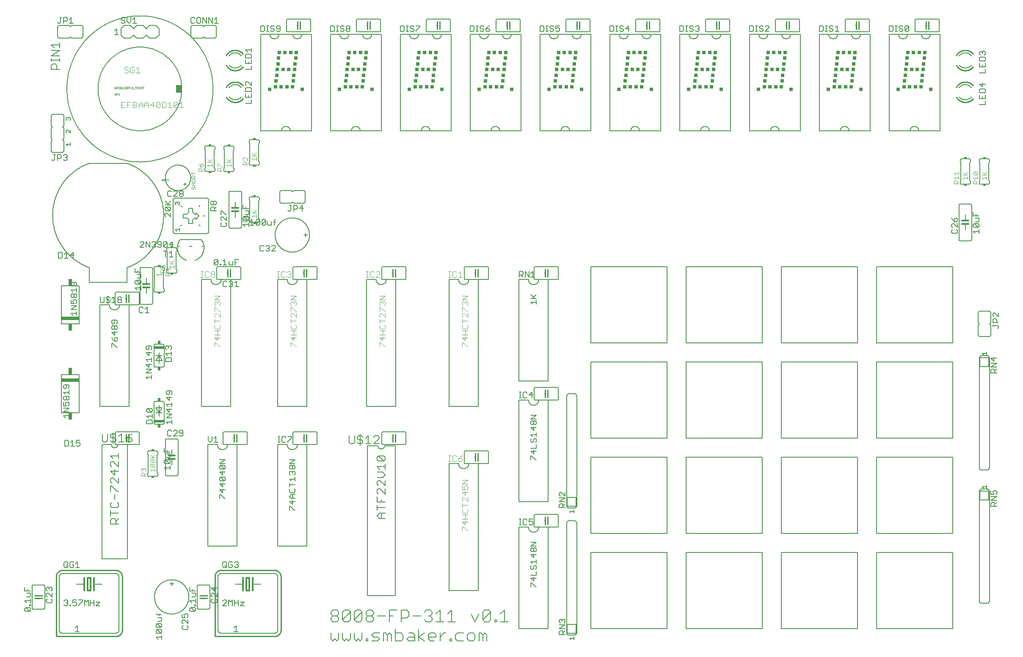
<source format=gto>
G04 EAGLE Gerber RS-274X export*
G75*
%MOMM*%
%FSLAX34Y34*%
%LPD*%
%INSilkscreen Top*%
%IPPOS*%
%AMOC8*
5,1,8,0,0,1.08239X$1,22.5*%
G01*
%ADD10C,0.203200*%
%ADD11C,0.152400*%
%ADD12C,0.127000*%
%ADD13C,0.101600*%
%ADD14R,0.508000X0.381000*%
%ADD15C,0.177800*%
%ADD16C,0.254000*%
%ADD17C,0.304800*%
%ADD18C,0.025400*%
%ADD19R,2.032000X0.508000*%
%ADD20R,0.508000X0.635000*%
%ADD21R,3.556000X0.635000*%
%ADD22R,0.762000X1.397000*%
%ADD23R,1.175000X1.600000*%
%ADD24C,0.076200*%
%ADD25R,0.635000X0.635000*%


D10*
X636016Y71306D02*
X639914Y75204D01*
X647710Y75204D01*
X651608Y71306D01*
X651608Y67408D01*
X647710Y63510D01*
X651608Y59612D01*
X651608Y55714D01*
X647710Y51816D01*
X639914Y51816D01*
X636016Y55714D01*
X636016Y59612D01*
X639914Y63510D01*
X636016Y67408D01*
X636016Y71306D01*
X639914Y63510D02*
X647710Y63510D01*
X659404Y55714D02*
X659404Y71306D01*
X663302Y75204D01*
X671098Y75204D01*
X674996Y71306D01*
X674996Y55714D01*
X671098Y51816D01*
X663302Y51816D01*
X659404Y55714D01*
X674996Y71306D01*
X682792Y71306D02*
X682792Y55714D01*
X682792Y71306D02*
X686690Y75204D01*
X694486Y75204D01*
X698384Y71306D01*
X698384Y55714D01*
X694486Y51816D01*
X686690Y51816D01*
X682792Y55714D01*
X698384Y71306D01*
X706180Y71306D02*
X710078Y75204D01*
X717874Y75204D01*
X721772Y71306D01*
X721772Y67408D01*
X717874Y63510D01*
X721772Y59612D01*
X721772Y55714D01*
X717874Y51816D01*
X710078Y51816D01*
X706180Y55714D01*
X706180Y59612D01*
X710078Y63510D01*
X706180Y67408D01*
X706180Y71306D01*
X710078Y63510D02*
X717874Y63510D01*
X729568Y63510D02*
X745160Y63510D01*
X752956Y51816D02*
X752956Y75204D01*
X768548Y75204D01*
X760752Y63510D02*
X752956Y63510D01*
X776344Y51816D02*
X776344Y75204D01*
X788038Y75204D01*
X791936Y71306D01*
X791936Y63510D01*
X788038Y59612D01*
X776344Y59612D01*
X799732Y63510D02*
X815324Y63510D01*
X823120Y71306D02*
X827018Y75204D01*
X834814Y75204D01*
X838712Y71306D01*
X838712Y67408D01*
X834814Y63510D01*
X830916Y63510D01*
X834814Y63510D02*
X838712Y59612D01*
X838712Y55714D01*
X834814Y51816D01*
X827018Y51816D01*
X823120Y55714D01*
X846508Y67408D02*
X854304Y75204D01*
X854304Y51816D01*
X846508Y51816D02*
X862100Y51816D01*
X869896Y67408D02*
X877692Y75204D01*
X877692Y51816D01*
X869896Y51816D02*
X885488Y51816D01*
X916672Y67408D02*
X924468Y51816D01*
X932264Y67408D01*
X940060Y71306D02*
X940060Y55714D01*
X940060Y71306D02*
X943958Y75204D01*
X951754Y75204D01*
X955652Y71306D01*
X955652Y55714D01*
X951754Y51816D01*
X943958Y51816D01*
X940060Y55714D01*
X955652Y71306D01*
X963448Y55714D02*
X963448Y51816D01*
X963448Y55714D02*
X967346Y55714D01*
X967346Y51816D01*
X963448Y51816D01*
X975142Y67408D02*
X982938Y75204D01*
X982938Y51816D01*
X975142Y51816D02*
X990734Y51816D01*
X636016Y29308D02*
X636016Y17614D01*
X639914Y13716D01*
X643812Y17614D01*
X647710Y13716D01*
X651608Y17614D01*
X651608Y29308D01*
X659404Y29308D02*
X659404Y17614D01*
X663302Y13716D01*
X667200Y17614D01*
X671098Y13716D01*
X674996Y17614D01*
X674996Y29308D01*
X682792Y29308D02*
X682792Y17614D01*
X686690Y13716D01*
X690588Y17614D01*
X694486Y13716D01*
X698384Y17614D01*
X698384Y29308D01*
X706180Y17614D02*
X706180Y13716D01*
X706180Y17614D02*
X710078Y17614D01*
X710078Y13716D01*
X706180Y13716D01*
X717874Y13716D02*
X729568Y13716D01*
X733466Y17614D01*
X729568Y21512D01*
X721772Y21512D01*
X717874Y25410D01*
X721772Y29308D01*
X733466Y29308D01*
X741262Y29308D02*
X741262Y13716D01*
X741262Y29308D02*
X745160Y29308D01*
X749058Y25410D01*
X749058Y13716D01*
X749058Y25410D02*
X752956Y29308D01*
X756854Y25410D01*
X756854Y13716D01*
X764650Y13716D02*
X764650Y37104D01*
X764650Y13716D02*
X776344Y13716D01*
X780242Y17614D01*
X780242Y25410D01*
X776344Y29308D01*
X764650Y29308D01*
X791936Y29308D02*
X799732Y29308D01*
X803630Y25410D01*
X803630Y13716D01*
X791936Y13716D01*
X788038Y17614D01*
X791936Y21512D01*
X803630Y21512D01*
X811426Y13716D02*
X811426Y37104D01*
X811426Y21512D02*
X823120Y13716D01*
X811426Y21512D02*
X823120Y29308D01*
X834814Y13716D02*
X842610Y13716D01*
X834814Y13716D02*
X830916Y17614D01*
X830916Y25410D01*
X834814Y29308D01*
X842610Y29308D01*
X846508Y25410D01*
X846508Y21512D01*
X830916Y21512D01*
X854304Y13716D02*
X854304Y29308D01*
X854304Y21512D02*
X862100Y29308D01*
X865998Y29308D01*
X873794Y17614D02*
X873794Y13716D01*
X873794Y17614D02*
X877692Y17614D01*
X877692Y13716D01*
X873794Y13716D01*
X889386Y29308D02*
X901080Y29308D01*
X889386Y29308D02*
X885488Y25410D01*
X885488Y17614D01*
X889386Y13716D01*
X901080Y13716D01*
X912774Y13716D02*
X920570Y13716D01*
X924468Y17614D01*
X924468Y25410D01*
X920570Y29308D01*
X912774Y29308D01*
X908876Y25410D01*
X908876Y17614D01*
X912774Y13716D01*
X932264Y13716D02*
X932264Y29308D01*
X936162Y29308D01*
X940060Y25410D01*
X940060Y13716D01*
X940060Y25410D02*
X943958Y29308D01*
X947856Y25410D01*
X947856Y13716D01*
D11*
X93218Y1156462D02*
X76948Y1156462D01*
X76948Y1164597D01*
X79660Y1167309D01*
X85083Y1167309D01*
X87795Y1164597D01*
X87795Y1156462D01*
X93218Y1172834D02*
X93218Y1178257D01*
X93218Y1175545D02*
X76948Y1175545D01*
X76948Y1172834D02*
X76948Y1178257D01*
X76948Y1183748D02*
X93218Y1183748D01*
X93218Y1194595D02*
X76948Y1183748D01*
X76948Y1194595D02*
X93218Y1194595D01*
X82371Y1200120D02*
X76948Y1205543D01*
X93218Y1205543D01*
X93218Y1200120D02*
X93218Y1210966D01*
D12*
X1155700Y762000D02*
X1308100Y762000D01*
X1308100Y609600D01*
X1155700Y609600D01*
X1155700Y762000D01*
X1346200Y762000D02*
X1498600Y762000D01*
X1498600Y609600D01*
X1346200Y609600D01*
X1346200Y762000D01*
X1536700Y762000D02*
X1689100Y762000D01*
X1689100Y609600D01*
X1536700Y609600D01*
X1536700Y762000D01*
X1727200Y762000D02*
X1879600Y762000D01*
X1879600Y609600D01*
X1727200Y609600D01*
X1727200Y762000D01*
X1308100Y571500D02*
X1155700Y571500D01*
X1308100Y571500D02*
X1308100Y419100D01*
X1155700Y419100D01*
X1155700Y571500D01*
X1346200Y571500D02*
X1498600Y571500D01*
X1498600Y419100D01*
X1346200Y419100D01*
X1346200Y571500D01*
X1536700Y571500D02*
X1689100Y571500D01*
X1689100Y419100D01*
X1536700Y419100D01*
X1536700Y571500D01*
X1727200Y571500D02*
X1879600Y571500D01*
X1879600Y419100D01*
X1727200Y419100D01*
X1727200Y571500D01*
X1308100Y381000D02*
X1155700Y381000D01*
X1308100Y381000D02*
X1308100Y228600D01*
X1155700Y228600D01*
X1155700Y381000D01*
X1346200Y381000D02*
X1498600Y381000D01*
X1498600Y228600D01*
X1346200Y228600D01*
X1346200Y381000D01*
X1536700Y381000D02*
X1689100Y381000D01*
X1689100Y228600D01*
X1536700Y228600D01*
X1536700Y381000D01*
X1727200Y381000D02*
X1879600Y381000D01*
X1879600Y228600D01*
X1727200Y228600D01*
X1727200Y381000D01*
X1498600Y190500D02*
X1346200Y190500D01*
X1498600Y190500D02*
X1498600Y38100D01*
X1346200Y38100D01*
X1346200Y190500D01*
X1536700Y190500D02*
X1689100Y190500D01*
X1689100Y38100D01*
X1536700Y38100D01*
X1536700Y190500D01*
X1727200Y190500D02*
X1879600Y190500D01*
X1879600Y38100D01*
X1727200Y38100D01*
X1727200Y190500D01*
X1308100Y190500D02*
X1155700Y190500D01*
X1308100Y190500D02*
X1308100Y38100D01*
X1155700Y38100D01*
X1155700Y190500D01*
D11*
X930910Y482600D02*
X930910Y736600D01*
X872490Y736600D02*
X872490Y482600D01*
X930910Y482600D01*
X930910Y736600D02*
X911860Y736600D01*
X891540Y736600D02*
X872490Y736600D01*
X891540Y736600D02*
X891543Y736353D01*
X891552Y736105D01*
X891567Y735858D01*
X891588Y735612D01*
X891615Y735366D01*
X891648Y735121D01*
X891687Y734876D01*
X891732Y734633D01*
X891783Y734391D01*
X891840Y734150D01*
X891902Y733911D01*
X891971Y733673D01*
X892045Y733437D01*
X892125Y733203D01*
X892210Y732971D01*
X892302Y732741D01*
X892398Y732513D01*
X892501Y732288D01*
X892608Y732065D01*
X892722Y731845D01*
X892840Y731628D01*
X892964Y731413D01*
X893093Y731202D01*
X893227Y730994D01*
X893366Y730789D01*
X893510Y730588D01*
X893658Y730390D01*
X893812Y730196D01*
X893970Y730006D01*
X894133Y729820D01*
X894300Y729638D01*
X894472Y729460D01*
X894648Y729286D01*
X894828Y729116D01*
X895013Y728951D01*
X895201Y728791D01*
X895393Y728635D01*
X895589Y728483D01*
X895788Y728337D01*
X895991Y728195D01*
X896198Y728059D01*
X896407Y727927D01*
X896620Y727801D01*
X896836Y727680D01*
X897054Y727564D01*
X897276Y727454D01*
X897500Y727349D01*
X897726Y727249D01*
X897955Y727155D01*
X898186Y727067D01*
X898420Y726984D01*
X898655Y726907D01*
X898892Y726836D01*
X899130Y726770D01*
X899370Y726711D01*
X899612Y726657D01*
X899855Y726609D01*
X900098Y726567D01*
X900343Y726531D01*
X900589Y726501D01*
X900835Y726477D01*
X901082Y726459D01*
X901329Y726447D01*
X901576Y726441D01*
X901824Y726441D01*
X902071Y726447D01*
X902318Y726459D01*
X902565Y726477D01*
X902811Y726501D01*
X903057Y726531D01*
X903302Y726567D01*
X903545Y726609D01*
X903788Y726657D01*
X904030Y726711D01*
X904270Y726770D01*
X904508Y726836D01*
X904745Y726907D01*
X904980Y726984D01*
X905214Y727067D01*
X905445Y727155D01*
X905674Y727249D01*
X905900Y727349D01*
X906124Y727454D01*
X906346Y727564D01*
X906564Y727680D01*
X906780Y727801D01*
X906993Y727927D01*
X907202Y728059D01*
X907409Y728195D01*
X907612Y728337D01*
X907811Y728483D01*
X908007Y728635D01*
X908199Y728791D01*
X908387Y728951D01*
X908572Y729116D01*
X908752Y729286D01*
X908928Y729460D01*
X909100Y729638D01*
X909267Y729820D01*
X909430Y730006D01*
X909588Y730196D01*
X909742Y730390D01*
X909890Y730588D01*
X910034Y730789D01*
X910173Y730994D01*
X910307Y731202D01*
X910436Y731413D01*
X910560Y731628D01*
X910678Y731845D01*
X910792Y732065D01*
X910899Y732288D01*
X911002Y732513D01*
X911098Y732741D01*
X911190Y732971D01*
X911275Y733203D01*
X911355Y733437D01*
X911429Y733673D01*
X911498Y733911D01*
X911560Y734150D01*
X911617Y734391D01*
X911668Y734633D01*
X911713Y734876D01*
X911752Y735121D01*
X911785Y735366D01*
X911812Y735612D01*
X911833Y735858D01*
X911848Y736105D01*
X911857Y736353D01*
X911860Y736600D01*
D13*
X875626Y740918D02*
X871728Y740918D01*
X873677Y740918D02*
X873677Y752612D01*
X871728Y752612D02*
X875626Y752612D01*
X885371Y752612D02*
X887320Y750663D01*
X885371Y752612D02*
X881473Y752612D01*
X879524Y750663D01*
X879524Y742867D01*
X881473Y740918D01*
X885371Y740918D01*
X887320Y742867D01*
X891218Y748714D02*
X895116Y752612D01*
X895116Y740918D01*
X891218Y740918D02*
X899014Y740918D01*
X898388Y610448D02*
X898388Y602652D01*
X898388Y610448D02*
X900337Y610448D01*
X908133Y602652D01*
X910082Y602652D01*
X910082Y620193D02*
X898388Y620193D01*
X904235Y614346D01*
X904235Y622142D01*
X910082Y626040D02*
X898388Y626040D01*
X904235Y626040D02*
X904235Y633836D01*
X898388Y633836D02*
X910082Y633836D01*
X900337Y645530D02*
X898388Y643581D01*
X898388Y639683D01*
X900337Y637734D01*
X908133Y637734D01*
X910082Y639683D01*
X910082Y643581D01*
X908133Y645530D01*
X910082Y653326D02*
X898388Y653326D01*
X898388Y649428D02*
X898388Y657224D01*
X910082Y661122D02*
X910082Y668918D01*
X910082Y661122D02*
X902286Y668918D01*
X900337Y668918D01*
X898388Y666969D01*
X898388Y663071D01*
X900337Y661122D01*
X898388Y672816D02*
X898388Y680612D01*
X900337Y680612D01*
X908133Y672816D01*
X910082Y672816D01*
X900337Y684510D02*
X898388Y686459D01*
X898388Y690357D01*
X900337Y692306D01*
X902286Y692306D01*
X904235Y690357D01*
X904235Y688408D01*
X904235Y690357D02*
X906184Y692306D01*
X908133Y692306D01*
X910082Y690357D01*
X910082Y686459D01*
X908133Y684510D01*
X910082Y696204D02*
X898388Y696204D01*
X910082Y704000D01*
X898388Y704000D01*
D11*
X765810Y736600D02*
X765810Y482600D01*
X707390Y482600D02*
X707390Y736600D01*
X707390Y482600D02*
X765810Y482600D01*
X765810Y736600D02*
X746760Y736600D01*
X726440Y736600D02*
X707390Y736600D01*
X726440Y736600D02*
X726443Y736353D01*
X726452Y736105D01*
X726467Y735858D01*
X726488Y735612D01*
X726515Y735366D01*
X726548Y735121D01*
X726587Y734876D01*
X726632Y734633D01*
X726683Y734391D01*
X726740Y734150D01*
X726802Y733911D01*
X726871Y733673D01*
X726945Y733437D01*
X727025Y733203D01*
X727110Y732971D01*
X727202Y732741D01*
X727298Y732513D01*
X727401Y732288D01*
X727508Y732065D01*
X727622Y731845D01*
X727740Y731628D01*
X727864Y731413D01*
X727993Y731202D01*
X728127Y730994D01*
X728266Y730789D01*
X728410Y730588D01*
X728558Y730390D01*
X728712Y730196D01*
X728870Y730006D01*
X729033Y729820D01*
X729200Y729638D01*
X729372Y729460D01*
X729548Y729286D01*
X729728Y729116D01*
X729913Y728951D01*
X730101Y728791D01*
X730293Y728635D01*
X730489Y728483D01*
X730688Y728337D01*
X730891Y728195D01*
X731098Y728059D01*
X731307Y727927D01*
X731520Y727801D01*
X731736Y727680D01*
X731954Y727564D01*
X732176Y727454D01*
X732400Y727349D01*
X732626Y727249D01*
X732855Y727155D01*
X733086Y727067D01*
X733320Y726984D01*
X733555Y726907D01*
X733792Y726836D01*
X734030Y726770D01*
X734270Y726711D01*
X734512Y726657D01*
X734755Y726609D01*
X734998Y726567D01*
X735243Y726531D01*
X735489Y726501D01*
X735735Y726477D01*
X735982Y726459D01*
X736229Y726447D01*
X736476Y726441D01*
X736724Y726441D01*
X736971Y726447D01*
X737218Y726459D01*
X737465Y726477D01*
X737711Y726501D01*
X737957Y726531D01*
X738202Y726567D01*
X738445Y726609D01*
X738688Y726657D01*
X738930Y726711D01*
X739170Y726770D01*
X739408Y726836D01*
X739645Y726907D01*
X739880Y726984D01*
X740114Y727067D01*
X740345Y727155D01*
X740574Y727249D01*
X740800Y727349D01*
X741024Y727454D01*
X741246Y727564D01*
X741464Y727680D01*
X741680Y727801D01*
X741893Y727927D01*
X742102Y728059D01*
X742309Y728195D01*
X742512Y728337D01*
X742711Y728483D01*
X742907Y728635D01*
X743099Y728791D01*
X743287Y728951D01*
X743472Y729116D01*
X743652Y729286D01*
X743828Y729460D01*
X744000Y729638D01*
X744167Y729820D01*
X744330Y730006D01*
X744488Y730196D01*
X744642Y730390D01*
X744790Y730588D01*
X744934Y730789D01*
X745073Y730994D01*
X745207Y731202D01*
X745336Y731413D01*
X745460Y731628D01*
X745578Y731845D01*
X745692Y732065D01*
X745799Y732288D01*
X745902Y732513D01*
X745998Y732741D01*
X746090Y732971D01*
X746175Y733203D01*
X746255Y733437D01*
X746329Y733673D01*
X746398Y733911D01*
X746460Y734150D01*
X746517Y734391D01*
X746568Y734633D01*
X746613Y734876D01*
X746652Y735121D01*
X746685Y735366D01*
X746712Y735612D01*
X746733Y735858D01*
X746748Y736105D01*
X746757Y736353D01*
X746760Y736600D01*
D13*
X710526Y740918D02*
X706628Y740918D01*
X708577Y740918D02*
X708577Y752612D01*
X706628Y752612D02*
X710526Y752612D01*
X720271Y752612D02*
X722220Y750663D01*
X720271Y752612D02*
X716373Y752612D01*
X714424Y750663D01*
X714424Y742867D01*
X716373Y740918D01*
X720271Y740918D01*
X722220Y742867D01*
X726118Y740918D02*
X733914Y740918D01*
X726118Y740918D02*
X733914Y748714D01*
X733914Y750663D01*
X731965Y752612D01*
X728067Y752612D01*
X726118Y750663D01*
X733288Y610448D02*
X733288Y602652D01*
X733288Y610448D02*
X735237Y610448D01*
X743033Y602652D01*
X744982Y602652D01*
X744982Y620193D02*
X733288Y620193D01*
X739135Y614346D01*
X739135Y622142D01*
X744982Y626040D02*
X733288Y626040D01*
X739135Y626040D02*
X739135Y633836D01*
X733288Y633836D02*
X744982Y633836D01*
X735237Y645530D02*
X733288Y643581D01*
X733288Y639683D01*
X735237Y637734D01*
X743033Y637734D01*
X744982Y639683D01*
X744982Y643581D01*
X743033Y645530D01*
X744982Y653326D02*
X733288Y653326D01*
X733288Y649428D02*
X733288Y657224D01*
X744982Y661122D02*
X744982Y668918D01*
X744982Y661122D02*
X737186Y668918D01*
X735237Y668918D01*
X733288Y666969D01*
X733288Y663071D01*
X735237Y661122D01*
X733288Y672816D02*
X733288Y680612D01*
X735237Y680612D01*
X743033Y672816D01*
X744982Y672816D01*
X735237Y684510D02*
X733288Y686459D01*
X733288Y690357D01*
X735237Y692306D01*
X737186Y692306D01*
X739135Y690357D01*
X739135Y688408D01*
X739135Y690357D02*
X741084Y692306D01*
X743033Y692306D01*
X744982Y690357D01*
X744982Y686459D01*
X743033Y684510D01*
X744982Y696204D02*
X733288Y696204D01*
X744982Y704000D01*
X733288Y704000D01*
D11*
X588010Y736600D02*
X588010Y482600D01*
X529590Y482600D02*
X529590Y736600D01*
X529590Y482600D02*
X588010Y482600D01*
X588010Y736600D02*
X568960Y736600D01*
X548640Y736600D02*
X529590Y736600D01*
X548640Y736600D02*
X548643Y736353D01*
X548652Y736105D01*
X548667Y735858D01*
X548688Y735612D01*
X548715Y735366D01*
X548748Y735121D01*
X548787Y734876D01*
X548832Y734633D01*
X548883Y734391D01*
X548940Y734150D01*
X549002Y733911D01*
X549071Y733673D01*
X549145Y733437D01*
X549225Y733203D01*
X549310Y732971D01*
X549402Y732741D01*
X549498Y732513D01*
X549601Y732288D01*
X549708Y732065D01*
X549822Y731845D01*
X549940Y731628D01*
X550064Y731413D01*
X550193Y731202D01*
X550327Y730994D01*
X550466Y730789D01*
X550610Y730588D01*
X550758Y730390D01*
X550912Y730196D01*
X551070Y730006D01*
X551233Y729820D01*
X551400Y729638D01*
X551572Y729460D01*
X551748Y729286D01*
X551928Y729116D01*
X552113Y728951D01*
X552301Y728791D01*
X552493Y728635D01*
X552689Y728483D01*
X552888Y728337D01*
X553091Y728195D01*
X553298Y728059D01*
X553507Y727927D01*
X553720Y727801D01*
X553936Y727680D01*
X554154Y727564D01*
X554376Y727454D01*
X554600Y727349D01*
X554826Y727249D01*
X555055Y727155D01*
X555286Y727067D01*
X555520Y726984D01*
X555755Y726907D01*
X555992Y726836D01*
X556230Y726770D01*
X556470Y726711D01*
X556712Y726657D01*
X556955Y726609D01*
X557198Y726567D01*
X557443Y726531D01*
X557689Y726501D01*
X557935Y726477D01*
X558182Y726459D01*
X558429Y726447D01*
X558676Y726441D01*
X558924Y726441D01*
X559171Y726447D01*
X559418Y726459D01*
X559665Y726477D01*
X559911Y726501D01*
X560157Y726531D01*
X560402Y726567D01*
X560645Y726609D01*
X560888Y726657D01*
X561130Y726711D01*
X561370Y726770D01*
X561608Y726836D01*
X561845Y726907D01*
X562080Y726984D01*
X562314Y727067D01*
X562545Y727155D01*
X562774Y727249D01*
X563000Y727349D01*
X563224Y727454D01*
X563446Y727564D01*
X563664Y727680D01*
X563880Y727801D01*
X564093Y727927D01*
X564302Y728059D01*
X564509Y728195D01*
X564712Y728337D01*
X564911Y728483D01*
X565107Y728635D01*
X565299Y728791D01*
X565487Y728951D01*
X565672Y729116D01*
X565852Y729286D01*
X566028Y729460D01*
X566200Y729638D01*
X566367Y729820D01*
X566530Y730006D01*
X566688Y730196D01*
X566842Y730390D01*
X566990Y730588D01*
X567134Y730789D01*
X567273Y730994D01*
X567407Y731202D01*
X567536Y731413D01*
X567660Y731628D01*
X567778Y731845D01*
X567892Y732065D01*
X567999Y732288D01*
X568102Y732513D01*
X568198Y732741D01*
X568290Y732971D01*
X568375Y733203D01*
X568455Y733437D01*
X568529Y733673D01*
X568598Y733911D01*
X568660Y734150D01*
X568717Y734391D01*
X568768Y734633D01*
X568813Y734876D01*
X568852Y735121D01*
X568885Y735366D01*
X568912Y735612D01*
X568933Y735858D01*
X568948Y736105D01*
X568957Y736353D01*
X568960Y736600D01*
D13*
X532726Y740918D02*
X528828Y740918D01*
X530777Y740918D02*
X530777Y752612D01*
X528828Y752612D02*
X532726Y752612D01*
X542471Y752612D02*
X544420Y750663D01*
X542471Y752612D02*
X538573Y752612D01*
X536624Y750663D01*
X536624Y742867D01*
X538573Y740918D01*
X542471Y740918D01*
X544420Y742867D01*
X548318Y750663D02*
X550267Y752612D01*
X554165Y752612D01*
X556114Y750663D01*
X556114Y748714D01*
X554165Y746765D01*
X552216Y746765D01*
X554165Y746765D02*
X556114Y744816D01*
X556114Y742867D01*
X554165Y740918D01*
X550267Y740918D01*
X548318Y742867D01*
X555488Y610448D02*
X555488Y602652D01*
X555488Y610448D02*
X557437Y610448D01*
X565233Y602652D01*
X567182Y602652D01*
X567182Y620193D02*
X555488Y620193D01*
X561335Y614346D01*
X561335Y622142D01*
X567182Y626040D02*
X555488Y626040D01*
X561335Y626040D02*
X561335Y633836D01*
X555488Y633836D02*
X567182Y633836D01*
X557437Y645530D02*
X555488Y643581D01*
X555488Y639683D01*
X557437Y637734D01*
X565233Y637734D01*
X567182Y639683D01*
X567182Y643581D01*
X565233Y645530D01*
X567182Y653326D02*
X555488Y653326D01*
X555488Y649428D02*
X555488Y657224D01*
X567182Y661122D02*
X567182Y668918D01*
X567182Y661122D02*
X559386Y668918D01*
X557437Y668918D01*
X555488Y666969D01*
X555488Y663071D01*
X557437Y661122D01*
X555488Y672816D02*
X555488Y680612D01*
X557437Y680612D01*
X565233Y672816D01*
X567182Y672816D01*
X557437Y684510D02*
X555488Y686459D01*
X555488Y690357D01*
X557437Y692306D01*
X559386Y692306D01*
X561335Y690357D01*
X561335Y688408D01*
X561335Y690357D02*
X563284Y692306D01*
X565233Y692306D01*
X567182Y690357D01*
X567182Y686459D01*
X565233Y684510D01*
X567182Y696204D02*
X555488Y696204D01*
X567182Y704000D01*
X555488Y704000D01*
D11*
X1070610Y736600D02*
X1070610Y533400D01*
X1012190Y533400D02*
X1012190Y736600D01*
X1012190Y533400D02*
X1070610Y533400D01*
X1070610Y736600D02*
X1051560Y736600D01*
X1031240Y736600D02*
X1012190Y736600D01*
X1031240Y736600D02*
X1031243Y736353D01*
X1031252Y736105D01*
X1031267Y735858D01*
X1031288Y735612D01*
X1031315Y735366D01*
X1031348Y735121D01*
X1031387Y734876D01*
X1031432Y734633D01*
X1031483Y734391D01*
X1031540Y734150D01*
X1031602Y733911D01*
X1031671Y733673D01*
X1031745Y733437D01*
X1031825Y733203D01*
X1031910Y732971D01*
X1032002Y732741D01*
X1032098Y732513D01*
X1032201Y732288D01*
X1032308Y732065D01*
X1032422Y731845D01*
X1032540Y731628D01*
X1032664Y731413D01*
X1032793Y731202D01*
X1032927Y730994D01*
X1033066Y730789D01*
X1033210Y730588D01*
X1033358Y730390D01*
X1033512Y730196D01*
X1033670Y730006D01*
X1033833Y729820D01*
X1034000Y729638D01*
X1034172Y729460D01*
X1034348Y729286D01*
X1034528Y729116D01*
X1034713Y728951D01*
X1034901Y728791D01*
X1035093Y728635D01*
X1035289Y728483D01*
X1035488Y728337D01*
X1035691Y728195D01*
X1035898Y728059D01*
X1036107Y727927D01*
X1036320Y727801D01*
X1036536Y727680D01*
X1036754Y727564D01*
X1036976Y727454D01*
X1037200Y727349D01*
X1037426Y727249D01*
X1037655Y727155D01*
X1037886Y727067D01*
X1038120Y726984D01*
X1038355Y726907D01*
X1038592Y726836D01*
X1038830Y726770D01*
X1039070Y726711D01*
X1039312Y726657D01*
X1039555Y726609D01*
X1039798Y726567D01*
X1040043Y726531D01*
X1040289Y726501D01*
X1040535Y726477D01*
X1040782Y726459D01*
X1041029Y726447D01*
X1041276Y726441D01*
X1041524Y726441D01*
X1041771Y726447D01*
X1042018Y726459D01*
X1042265Y726477D01*
X1042511Y726501D01*
X1042757Y726531D01*
X1043002Y726567D01*
X1043245Y726609D01*
X1043488Y726657D01*
X1043730Y726711D01*
X1043970Y726770D01*
X1044208Y726836D01*
X1044445Y726907D01*
X1044680Y726984D01*
X1044914Y727067D01*
X1045145Y727155D01*
X1045374Y727249D01*
X1045600Y727349D01*
X1045824Y727454D01*
X1046046Y727564D01*
X1046264Y727680D01*
X1046480Y727801D01*
X1046693Y727927D01*
X1046902Y728059D01*
X1047109Y728195D01*
X1047312Y728337D01*
X1047511Y728483D01*
X1047707Y728635D01*
X1047899Y728791D01*
X1048087Y728951D01*
X1048272Y729116D01*
X1048452Y729286D01*
X1048628Y729460D01*
X1048800Y729638D01*
X1048967Y729820D01*
X1049130Y730006D01*
X1049288Y730196D01*
X1049442Y730390D01*
X1049590Y730588D01*
X1049734Y730789D01*
X1049873Y730994D01*
X1050007Y731202D01*
X1050136Y731413D01*
X1050260Y731628D01*
X1050378Y731845D01*
X1050492Y732065D01*
X1050599Y732288D01*
X1050702Y732513D01*
X1050798Y732741D01*
X1050890Y732971D01*
X1050975Y733203D01*
X1051055Y733437D01*
X1051129Y733673D01*
X1051198Y733911D01*
X1051260Y734150D01*
X1051317Y734391D01*
X1051368Y734633D01*
X1051413Y734876D01*
X1051452Y735121D01*
X1051485Y735366D01*
X1051512Y735612D01*
X1051533Y735858D01*
X1051548Y736105D01*
X1051557Y736353D01*
X1051560Y736600D01*
D12*
X1012825Y741045D02*
X1012825Y752485D01*
X1018545Y752485D01*
X1020452Y750578D01*
X1020452Y746765D01*
X1018545Y744858D01*
X1012825Y744858D01*
X1016638Y744858D02*
X1020452Y741045D01*
X1024519Y741045D02*
X1024519Y752485D01*
X1032145Y741045D01*
X1032145Y752485D01*
X1036213Y748672D02*
X1040026Y752485D01*
X1040026Y741045D01*
X1036213Y741045D02*
X1043839Y741045D01*
X1035675Y690990D02*
X1039489Y687177D01*
X1035675Y690990D02*
X1047115Y690990D01*
X1047115Y687177D02*
X1047115Y694804D01*
X1047115Y698871D02*
X1035675Y698871D01*
X1043302Y698871D02*
X1035675Y706498D01*
X1041395Y700778D02*
X1047115Y706498D01*
D11*
X474980Y850900D02*
X474880Y850902D01*
X474781Y850908D01*
X474681Y850918D01*
X474583Y850931D01*
X474484Y850949D01*
X474387Y850970D01*
X474291Y850995D01*
X474195Y851024D01*
X474101Y851057D01*
X474008Y851093D01*
X473917Y851133D01*
X473827Y851177D01*
X473739Y851224D01*
X473653Y851274D01*
X473569Y851328D01*
X473487Y851385D01*
X473408Y851445D01*
X473330Y851509D01*
X473256Y851575D01*
X473184Y851644D01*
X473115Y851716D01*
X473049Y851790D01*
X472985Y851868D01*
X472925Y851947D01*
X472868Y852029D01*
X472814Y852113D01*
X472764Y852199D01*
X472717Y852287D01*
X472673Y852377D01*
X472633Y852468D01*
X472597Y852561D01*
X472564Y852655D01*
X472535Y852751D01*
X472510Y852847D01*
X472489Y852944D01*
X472471Y853043D01*
X472458Y853141D01*
X472448Y853241D01*
X472442Y853340D01*
X472440Y853440D01*
X490220Y850900D02*
X490320Y850902D01*
X490419Y850908D01*
X490519Y850918D01*
X490617Y850931D01*
X490716Y850949D01*
X490813Y850970D01*
X490909Y850995D01*
X491005Y851024D01*
X491099Y851057D01*
X491192Y851093D01*
X491283Y851133D01*
X491373Y851177D01*
X491461Y851224D01*
X491547Y851274D01*
X491631Y851328D01*
X491713Y851385D01*
X491792Y851445D01*
X491870Y851509D01*
X491944Y851575D01*
X492016Y851644D01*
X492085Y851716D01*
X492151Y851790D01*
X492215Y851868D01*
X492275Y851947D01*
X492332Y852029D01*
X492386Y852113D01*
X492436Y852199D01*
X492483Y852287D01*
X492527Y852377D01*
X492567Y852468D01*
X492603Y852561D01*
X492636Y852655D01*
X492665Y852751D01*
X492690Y852847D01*
X492711Y852944D01*
X492729Y853043D01*
X492742Y853141D01*
X492752Y853241D01*
X492758Y853340D01*
X492760Y853440D01*
X492760Y899160D02*
X492758Y899260D01*
X492752Y899359D01*
X492742Y899459D01*
X492729Y899557D01*
X492711Y899656D01*
X492690Y899753D01*
X492665Y899849D01*
X492636Y899945D01*
X492603Y900039D01*
X492567Y900132D01*
X492527Y900223D01*
X492483Y900313D01*
X492436Y900401D01*
X492386Y900487D01*
X492332Y900571D01*
X492275Y900653D01*
X492215Y900732D01*
X492151Y900810D01*
X492085Y900884D01*
X492016Y900956D01*
X491944Y901025D01*
X491870Y901091D01*
X491792Y901155D01*
X491713Y901215D01*
X491631Y901272D01*
X491547Y901326D01*
X491461Y901376D01*
X491373Y901423D01*
X491283Y901467D01*
X491192Y901507D01*
X491099Y901543D01*
X491005Y901576D01*
X490909Y901605D01*
X490813Y901630D01*
X490716Y901651D01*
X490617Y901669D01*
X490519Y901682D01*
X490419Y901692D01*
X490320Y901698D01*
X490220Y901700D01*
X474980Y901700D02*
X474880Y901698D01*
X474781Y901692D01*
X474681Y901682D01*
X474583Y901669D01*
X474484Y901651D01*
X474387Y901630D01*
X474291Y901605D01*
X474195Y901576D01*
X474101Y901543D01*
X474008Y901507D01*
X473917Y901467D01*
X473827Y901423D01*
X473739Y901376D01*
X473653Y901326D01*
X473569Y901272D01*
X473487Y901215D01*
X473408Y901155D01*
X473330Y901091D01*
X473256Y901025D01*
X473184Y900956D01*
X473115Y900884D01*
X473049Y900810D01*
X472985Y900732D01*
X472925Y900653D01*
X472868Y900571D01*
X472814Y900487D01*
X472764Y900401D01*
X472717Y900313D01*
X472673Y900223D01*
X472633Y900132D01*
X472597Y900039D01*
X472564Y899945D01*
X472535Y899849D01*
X472510Y899753D01*
X472489Y899656D01*
X472471Y899557D01*
X472458Y899459D01*
X472448Y899359D01*
X472442Y899260D01*
X472440Y899160D01*
X474980Y850900D02*
X490220Y850900D01*
X472440Y853440D02*
X472440Y857250D01*
X473710Y858520D01*
X492760Y857250D02*
X492760Y853440D01*
X492760Y857250D02*
X491490Y858520D01*
X473710Y894080D02*
X472440Y895350D01*
X473710Y894080D02*
X473710Y858520D01*
X491490Y894080D02*
X492760Y895350D01*
X491490Y894080D02*
X491490Y858520D01*
X472440Y895350D02*
X472440Y899160D01*
X492760Y899160D02*
X492760Y895350D01*
X490220Y901700D02*
X474980Y901700D01*
D14*
X482600Y903605D03*
X482600Y848995D03*
D13*
X469138Y851408D02*
X460240Y851408D01*
X460240Y855857D01*
X461723Y857340D01*
X464689Y857340D01*
X466172Y855857D01*
X466172Y851408D01*
X466172Y854374D02*
X469138Y857340D01*
X463206Y860529D02*
X460240Y863495D01*
X469138Y863495D01*
X469138Y860529D02*
X469138Y866461D01*
X478020Y863518D02*
X480986Y860552D01*
X478020Y863518D02*
X486918Y863518D01*
X486918Y860552D02*
X486918Y866484D01*
X486918Y869673D02*
X478020Y869673D01*
X483952Y869673D02*
X478020Y875605D01*
X482469Y871156D02*
X486918Y875605D01*
D11*
X474980Y965200D02*
X474880Y965202D01*
X474781Y965208D01*
X474681Y965218D01*
X474583Y965231D01*
X474484Y965249D01*
X474387Y965270D01*
X474291Y965295D01*
X474195Y965324D01*
X474101Y965357D01*
X474008Y965393D01*
X473917Y965433D01*
X473827Y965477D01*
X473739Y965524D01*
X473653Y965574D01*
X473569Y965628D01*
X473487Y965685D01*
X473408Y965745D01*
X473330Y965809D01*
X473256Y965875D01*
X473184Y965944D01*
X473115Y966016D01*
X473049Y966090D01*
X472985Y966168D01*
X472925Y966247D01*
X472868Y966329D01*
X472814Y966413D01*
X472764Y966499D01*
X472717Y966587D01*
X472673Y966677D01*
X472633Y966768D01*
X472597Y966861D01*
X472564Y966955D01*
X472535Y967051D01*
X472510Y967147D01*
X472489Y967244D01*
X472471Y967343D01*
X472458Y967441D01*
X472448Y967541D01*
X472442Y967640D01*
X472440Y967740D01*
X490220Y965200D02*
X490320Y965202D01*
X490419Y965208D01*
X490519Y965218D01*
X490617Y965231D01*
X490716Y965249D01*
X490813Y965270D01*
X490909Y965295D01*
X491005Y965324D01*
X491099Y965357D01*
X491192Y965393D01*
X491283Y965433D01*
X491373Y965477D01*
X491461Y965524D01*
X491547Y965574D01*
X491631Y965628D01*
X491713Y965685D01*
X491792Y965745D01*
X491870Y965809D01*
X491944Y965875D01*
X492016Y965944D01*
X492085Y966016D01*
X492151Y966090D01*
X492215Y966168D01*
X492275Y966247D01*
X492332Y966329D01*
X492386Y966413D01*
X492436Y966499D01*
X492483Y966587D01*
X492527Y966677D01*
X492567Y966768D01*
X492603Y966861D01*
X492636Y966955D01*
X492665Y967051D01*
X492690Y967147D01*
X492711Y967244D01*
X492729Y967343D01*
X492742Y967441D01*
X492752Y967541D01*
X492758Y967640D01*
X492760Y967740D01*
X492760Y1013460D02*
X492758Y1013560D01*
X492752Y1013659D01*
X492742Y1013759D01*
X492729Y1013857D01*
X492711Y1013956D01*
X492690Y1014053D01*
X492665Y1014149D01*
X492636Y1014245D01*
X492603Y1014339D01*
X492567Y1014432D01*
X492527Y1014523D01*
X492483Y1014613D01*
X492436Y1014701D01*
X492386Y1014787D01*
X492332Y1014871D01*
X492275Y1014953D01*
X492215Y1015032D01*
X492151Y1015110D01*
X492085Y1015184D01*
X492016Y1015256D01*
X491944Y1015325D01*
X491870Y1015391D01*
X491792Y1015455D01*
X491713Y1015515D01*
X491631Y1015572D01*
X491547Y1015626D01*
X491461Y1015676D01*
X491373Y1015723D01*
X491283Y1015767D01*
X491192Y1015807D01*
X491099Y1015843D01*
X491005Y1015876D01*
X490909Y1015905D01*
X490813Y1015930D01*
X490716Y1015951D01*
X490617Y1015969D01*
X490519Y1015982D01*
X490419Y1015992D01*
X490320Y1015998D01*
X490220Y1016000D01*
X474980Y1016000D02*
X474880Y1015998D01*
X474781Y1015992D01*
X474681Y1015982D01*
X474583Y1015969D01*
X474484Y1015951D01*
X474387Y1015930D01*
X474291Y1015905D01*
X474195Y1015876D01*
X474101Y1015843D01*
X474008Y1015807D01*
X473917Y1015767D01*
X473827Y1015723D01*
X473739Y1015676D01*
X473653Y1015626D01*
X473569Y1015572D01*
X473487Y1015515D01*
X473408Y1015455D01*
X473330Y1015391D01*
X473256Y1015325D01*
X473184Y1015256D01*
X473115Y1015184D01*
X473049Y1015110D01*
X472985Y1015032D01*
X472925Y1014953D01*
X472868Y1014871D01*
X472814Y1014787D01*
X472764Y1014701D01*
X472717Y1014613D01*
X472673Y1014523D01*
X472633Y1014432D01*
X472597Y1014339D01*
X472564Y1014245D01*
X472535Y1014149D01*
X472510Y1014053D01*
X472489Y1013956D01*
X472471Y1013857D01*
X472458Y1013759D01*
X472448Y1013659D01*
X472442Y1013560D01*
X472440Y1013460D01*
X474980Y965200D02*
X490220Y965200D01*
X472440Y967740D02*
X472440Y971550D01*
X473710Y972820D01*
X492760Y971550D02*
X492760Y967740D01*
X492760Y971550D02*
X491490Y972820D01*
X473710Y1008380D02*
X472440Y1009650D01*
X473710Y1008380D02*
X473710Y972820D01*
X491490Y1008380D02*
X492760Y1009650D01*
X491490Y1008380D02*
X491490Y972820D01*
X472440Y1009650D02*
X472440Y1013460D01*
X492760Y1013460D02*
X492760Y1009650D01*
X490220Y1016000D02*
X474980Y1016000D01*
D14*
X482600Y1017905D03*
X482600Y963295D03*
D13*
X469138Y965708D02*
X460240Y965708D01*
X460240Y970157D01*
X461723Y971640D01*
X464689Y971640D01*
X466172Y970157D01*
X466172Y965708D01*
X466172Y968674D02*
X469138Y971640D01*
X469138Y974829D02*
X469138Y980761D01*
X469138Y974829D02*
X463206Y980761D01*
X461723Y980761D01*
X460240Y979278D01*
X460240Y976312D01*
X461723Y974829D01*
X478020Y977818D02*
X480986Y974852D01*
X478020Y977818D02*
X486918Y977818D01*
X486918Y974852D02*
X486918Y980784D01*
X486918Y983973D02*
X478020Y983973D01*
X483952Y983973D02*
X478020Y989905D01*
X482469Y985456D02*
X486918Y989905D01*
D11*
X708660Y403860D02*
X730250Y403860D01*
X730252Y403702D01*
X730258Y403543D01*
X730268Y403385D01*
X730282Y403228D01*
X730299Y403070D01*
X730321Y402914D01*
X730346Y402757D01*
X730376Y402602D01*
X730409Y402447D01*
X730446Y402293D01*
X730487Y402140D01*
X730532Y401988D01*
X730581Y401838D01*
X730633Y401688D01*
X730689Y401540D01*
X730749Y401393D01*
X730812Y401248D01*
X730879Y401105D01*
X730949Y400963D01*
X731023Y400823D01*
X731101Y400685D01*
X731182Y400549D01*
X731266Y400415D01*
X731353Y400283D01*
X731444Y400153D01*
X731538Y400026D01*
X731635Y399901D01*
X731736Y399778D01*
X731839Y399658D01*
X731945Y399541D01*
X732054Y399426D01*
X732166Y399314D01*
X732281Y399205D01*
X732398Y399099D01*
X732518Y398996D01*
X732641Y398895D01*
X732766Y398798D01*
X732893Y398704D01*
X733023Y398613D01*
X733155Y398526D01*
X733289Y398442D01*
X733425Y398361D01*
X733563Y398283D01*
X733703Y398209D01*
X733845Y398139D01*
X733988Y398072D01*
X734133Y398009D01*
X734280Y397949D01*
X734428Y397893D01*
X734578Y397841D01*
X734728Y397792D01*
X734880Y397747D01*
X735033Y397706D01*
X735187Y397669D01*
X735342Y397636D01*
X735497Y397606D01*
X735654Y397581D01*
X735810Y397559D01*
X735968Y397542D01*
X736125Y397528D01*
X736283Y397518D01*
X736442Y397512D01*
X736600Y397510D01*
X736758Y397512D01*
X736917Y397518D01*
X737075Y397528D01*
X737232Y397542D01*
X737390Y397559D01*
X737546Y397581D01*
X737703Y397606D01*
X737858Y397636D01*
X738013Y397669D01*
X738167Y397706D01*
X738320Y397747D01*
X738472Y397792D01*
X738622Y397841D01*
X738772Y397893D01*
X738920Y397949D01*
X739067Y398009D01*
X739212Y398072D01*
X739355Y398139D01*
X739497Y398209D01*
X739637Y398283D01*
X739775Y398361D01*
X739911Y398442D01*
X740045Y398526D01*
X740177Y398613D01*
X740307Y398704D01*
X740434Y398798D01*
X740559Y398895D01*
X740682Y398996D01*
X740802Y399099D01*
X740919Y399205D01*
X741034Y399314D01*
X741146Y399426D01*
X741255Y399541D01*
X741361Y399658D01*
X741464Y399778D01*
X741565Y399901D01*
X741662Y400026D01*
X741756Y400153D01*
X741847Y400283D01*
X741934Y400415D01*
X742018Y400549D01*
X742099Y400685D01*
X742177Y400823D01*
X742251Y400963D01*
X742321Y401105D01*
X742388Y401248D01*
X742451Y401393D01*
X742511Y401540D01*
X742567Y401688D01*
X742619Y401838D01*
X742668Y401988D01*
X742713Y402140D01*
X742754Y402293D01*
X742791Y402447D01*
X742824Y402602D01*
X742854Y402757D01*
X742879Y402914D01*
X742901Y403070D01*
X742918Y403228D01*
X742932Y403385D01*
X742942Y403543D01*
X742948Y403702D01*
X742950Y403860D01*
X764540Y104140D02*
X708660Y104140D01*
X708660Y403860D01*
X764540Y403860D02*
X764540Y104140D01*
X764540Y403860D02*
X742950Y403860D01*
D15*
X672719Y410466D02*
X672719Y423813D01*
X672719Y410466D02*
X675388Y407797D01*
X680727Y407797D01*
X683396Y410466D01*
X683396Y423813D01*
X689091Y410466D02*
X691760Y407797D01*
X697098Y407797D01*
X699768Y410466D01*
X699768Y413136D01*
X697098Y415805D01*
X691760Y415805D01*
X689091Y418474D01*
X689091Y421143D01*
X691760Y423813D01*
X697098Y423813D01*
X699768Y421143D01*
X694429Y426482D02*
X694429Y405128D01*
X705462Y418474D02*
X710801Y423813D01*
X710801Y407797D01*
X716139Y407797D02*
X705462Y407797D01*
X721834Y407797D02*
X732511Y407797D01*
X721834Y407797D02*
X732511Y418474D01*
X732511Y421143D01*
X729842Y423813D01*
X724503Y423813D01*
X721834Y421143D01*
X733924Y258536D02*
X744601Y258536D01*
X733924Y258536D02*
X728585Y263875D01*
X733924Y269213D01*
X744601Y269213D01*
X736593Y269213D02*
X736593Y258536D01*
X744601Y280246D02*
X728585Y280246D01*
X728585Y274908D02*
X728585Y285585D01*
X728585Y291279D02*
X744601Y291279D01*
X728585Y291279D02*
X728585Y301957D01*
X736593Y296618D02*
X736593Y291279D01*
X744601Y307651D02*
X744601Y318328D01*
X744601Y307651D02*
X733924Y318328D01*
X731255Y318328D01*
X728585Y315659D01*
X728585Y310320D01*
X731255Y307651D01*
X744601Y324023D02*
X744601Y334700D01*
X744601Y324023D02*
X733924Y334700D01*
X731255Y334700D01*
X728585Y332030D01*
X728585Y326692D01*
X731255Y324023D01*
X728585Y340394D02*
X739262Y340394D01*
X744601Y345733D01*
X739262Y351071D01*
X728585Y351071D01*
X733924Y356766D02*
X728585Y362104D01*
X744601Y362104D01*
X744601Y356766D02*
X744601Y367443D01*
X741932Y373137D02*
X731255Y373137D01*
X728585Y375807D01*
X728585Y381145D01*
X731255Y383814D01*
X741932Y383814D01*
X744601Y381145D01*
X744601Y375807D01*
X741932Y373137D01*
X731255Y383814D01*
D11*
X1070610Y292100D02*
X1070610Y495300D01*
X1012190Y495300D02*
X1012190Y292100D01*
X1070610Y292100D01*
X1070610Y495300D02*
X1051560Y495300D01*
X1031240Y495300D02*
X1012190Y495300D01*
X1031240Y495300D02*
X1031243Y495053D01*
X1031252Y494805D01*
X1031267Y494558D01*
X1031288Y494312D01*
X1031315Y494066D01*
X1031348Y493821D01*
X1031387Y493576D01*
X1031432Y493333D01*
X1031483Y493091D01*
X1031540Y492850D01*
X1031602Y492611D01*
X1031671Y492373D01*
X1031745Y492137D01*
X1031825Y491903D01*
X1031910Y491671D01*
X1032002Y491441D01*
X1032098Y491213D01*
X1032201Y490988D01*
X1032308Y490765D01*
X1032422Y490545D01*
X1032540Y490328D01*
X1032664Y490113D01*
X1032793Y489902D01*
X1032927Y489694D01*
X1033066Y489489D01*
X1033210Y489288D01*
X1033358Y489090D01*
X1033512Y488896D01*
X1033670Y488706D01*
X1033833Y488520D01*
X1034000Y488338D01*
X1034172Y488160D01*
X1034348Y487986D01*
X1034528Y487816D01*
X1034713Y487651D01*
X1034901Y487491D01*
X1035093Y487335D01*
X1035289Y487183D01*
X1035488Y487037D01*
X1035691Y486895D01*
X1035898Y486759D01*
X1036107Y486627D01*
X1036320Y486501D01*
X1036536Y486380D01*
X1036754Y486264D01*
X1036976Y486154D01*
X1037200Y486049D01*
X1037426Y485949D01*
X1037655Y485855D01*
X1037886Y485767D01*
X1038120Y485684D01*
X1038355Y485607D01*
X1038592Y485536D01*
X1038830Y485470D01*
X1039070Y485411D01*
X1039312Y485357D01*
X1039555Y485309D01*
X1039798Y485267D01*
X1040043Y485231D01*
X1040289Y485201D01*
X1040535Y485177D01*
X1040782Y485159D01*
X1041029Y485147D01*
X1041276Y485141D01*
X1041524Y485141D01*
X1041771Y485147D01*
X1042018Y485159D01*
X1042265Y485177D01*
X1042511Y485201D01*
X1042757Y485231D01*
X1043002Y485267D01*
X1043245Y485309D01*
X1043488Y485357D01*
X1043730Y485411D01*
X1043970Y485470D01*
X1044208Y485536D01*
X1044445Y485607D01*
X1044680Y485684D01*
X1044914Y485767D01*
X1045145Y485855D01*
X1045374Y485949D01*
X1045600Y486049D01*
X1045824Y486154D01*
X1046046Y486264D01*
X1046264Y486380D01*
X1046480Y486501D01*
X1046693Y486627D01*
X1046902Y486759D01*
X1047109Y486895D01*
X1047312Y487037D01*
X1047511Y487183D01*
X1047707Y487335D01*
X1047899Y487491D01*
X1048087Y487651D01*
X1048272Y487816D01*
X1048452Y487986D01*
X1048628Y488160D01*
X1048800Y488338D01*
X1048967Y488520D01*
X1049130Y488706D01*
X1049288Y488896D01*
X1049442Y489090D01*
X1049590Y489288D01*
X1049734Y489489D01*
X1049873Y489694D01*
X1050007Y489902D01*
X1050136Y490113D01*
X1050260Y490328D01*
X1050378Y490545D01*
X1050492Y490765D01*
X1050599Y490988D01*
X1050702Y491213D01*
X1050798Y491441D01*
X1050890Y491671D01*
X1050975Y491903D01*
X1051055Y492137D01*
X1051129Y492373D01*
X1051198Y492611D01*
X1051260Y492850D01*
X1051317Y493091D01*
X1051368Y493333D01*
X1051413Y493576D01*
X1051452Y493821D01*
X1051485Y494066D01*
X1051512Y494312D01*
X1051533Y494558D01*
X1051548Y494805D01*
X1051557Y495053D01*
X1051560Y495300D01*
D12*
X1016638Y499745D02*
X1012825Y499745D01*
X1014732Y499745D02*
X1014732Y511185D01*
X1016638Y511185D02*
X1012825Y511185D01*
X1026341Y511185D02*
X1028247Y509278D01*
X1026341Y511185D02*
X1022528Y511185D01*
X1020621Y509278D01*
X1020621Y501652D01*
X1022528Y499745D01*
X1026341Y499745D01*
X1028247Y501652D01*
X1038035Y499745D02*
X1038035Y511185D01*
X1032315Y505465D01*
X1039941Y505465D01*
X1035675Y383340D02*
X1035675Y375713D01*
X1035675Y383340D02*
X1037582Y383340D01*
X1045208Y375713D01*
X1047115Y375713D01*
X1047115Y393127D02*
X1035675Y393127D01*
X1041395Y387407D01*
X1041395Y395034D01*
X1035675Y399101D02*
X1047115Y399101D01*
X1047115Y406728D01*
X1035675Y416515D02*
X1037582Y418421D01*
X1035675Y416515D02*
X1035675Y412702D01*
X1037582Y410795D01*
X1039489Y410795D01*
X1041395Y412702D01*
X1041395Y416515D01*
X1043302Y418421D01*
X1045208Y418421D01*
X1047115Y416515D01*
X1047115Y412702D01*
X1045208Y410795D01*
X1039489Y422489D02*
X1035675Y426302D01*
X1047115Y426302D01*
X1047115Y422489D02*
X1047115Y430115D01*
X1047115Y439903D02*
X1035675Y439903D01*
X1041395Y434183D01*
X1041395Y441809D01*
X1037582Y445877D02*
X1035675Y447784D01*
X1035675Y451597D01*
X1037582Y453503D01*
X1039489Y453503D01*
X1041395Y451597D01*
X1043302Y453503D01*
X1045208Y453503D01*
X1047115Y451597D01*
X1047115Y447784D01*
X1045208Y445877D01*
X1043302Y445877D01*
X1041395Y447784D01*
X1039489Y445877D01*
X1037582Y445877D01*
X1041395Y447784D02*
X1041395Y451597D01*
X1047115Y457571D02*
X1035675Y457571D01*
X1047115Y465197D01*
X1035675Y465197D01*
D11*
X1070610Y241300D02*
X1070610Y38100D01*
X1012190Y38100D02*
X1012190Y241300D01*
X1012190Y38100D02*
X1070610Y38100D01*
X1070610Y241300D02*
X1051560Y241300D01*
X1031240Y241300D02*
X1012190Y241300D01*
X1031240Y241300D02*
X1031243Y241053D01*
X1031252Y240805D01*
X1031267Y240558D01*
X1031288Y240312D01*
X1031315Y240066D01*
X1031348Y239821D01*
X1031387Y239576D01*
X1031432Y239333D01*
X1031483Y239091D01*
X1031540Y238850D01*
X1031602Y238611D01*
X1031671Y238373D01*
X1031745Y238137D01*
X1031825Y237903D01*
X1031910Y237671D01*
X1032002Y237441D01*
X1032098Y237213D01*
X1032201Y236988D01*
X1032308Y236765D01*
X1032422Y236545D01*
X1032540Y236328D01*
X1032664Y236113D01*
X1032793Y235902D01*
X1032927Y235694D01*
X1033066Y235489D01*
X1033210Y235288D01*
X1033358Y235090D01*
X1033512Y234896D01*
X1033670Y234706D01*
X1033833Y234520D01*
X1034000Y234338D01*
X1034172Y234160D01*
X1034348Y233986D01*
X1034528Y233816D01*
X1034713Y233651D01*
X1034901Y233491D01*
X1035093Y233335D01*
X1035289Y233183D01*
X1035488Y233037D01*
X1035691Y232895D01*
X1035898Y232759D01*
X1036107Y232627D01*
X1036320Y232501D01*
X1036536Y232380D01*
X1036754Y232264D01*
X1036976Y232154D01*
X1037200Y232049D01*
X1037426Y231949D01*
X1037655Y231855D01*
X1037886Y231767D01*
X1038120Y231684D01*
X1038355Y231607D01*
X1038592Y231536D01*
X1038830Y231470D01*
X1039070Y231411D01*
X1039312Y231357D01*
X1039555Y231309D01*
X1039798Y231267D01*
X1040043Y231231D01*
X1040289Y231201D01*
X1040535Y231177D01*
X1040782Y231159D01*
X1041029Y231147D01*
X1041276Y231141D01*
X1041524Y231141D01*
X1041771Y231147D01*
X1042018Y231159D01*
X1042265Y231177D01*
X1042511Y231201D01*
X1042757Y231231D01*
X1043002Y231267D01*
X1043245Y231309D01*
X1043488Y231357D01*
X1043730Y231411D01*
X1043970Y231470D01*
X1044208Y231536D01*
X1044445Y231607D01*
X1044680Y231684D01*
X1044914Y231767D01*
X1045145Y231855D01*
X1045374Y231949D01*
X1045600Y232049D01*
X1045824Y232154D01*
X1046046Y232264D01*
X1046264Y232380D01*
X1046480Y232501D01*
X1046693Y232627D01*
X1046902Y232759D01*
X1047109Y232895D01*
X1047312Y233037D01*
X1047511Y233183D01*
X1047707Y233335D01*
X1047899Y233491D01*
X1048087Y233651D01*
X1048272Y233816D01*
X1048452Y233986D01*
X1048628Y234160D01*
X1048800Y234338D01*
X1048967Y234520D01*
X1049130Y234706D01*
X1049288Y234896D01*
X1049442Y235090D01*
X1049590Y235288D01*
X1049734Y235489D01*
X1049873Y235694D01*
X1050007Y235902D01*
X1050136Y236113D01*
X1050260Y236328D01*
X1050378Y236545D01*
X1050492Y236765D01*
X1050599Y236988D01*
X1050702Y237213D01*
X1050798Y237441D01*
X1050890Y237671D01*
X1050975Y237903D01*
X1051055Y238137D01*
X1051129Y238373D01*
X1051198Y238611D01*
X1051260Y238850D01*
X1051317Y239091D01*
X1051368Y239333D01*
X1051413Y239576D01*
X1051452Y239821D01*
X1051485Y240066D01*
X1051512Y240312D01*
X1051533Y240558D01*
X1051548Y240805D01*
X1051557Y241053D01*
X1051560Y241300D01*
D12*
X1016638Y245745D02*
X1012825Y245745D01*
X1014732Y245745D02*
X1014732Y257185D01*
X1016638Y257185D02*
X1012825Y257185D01*
X1026341Y257185D02*
X1028247Y255278D01*
X1026341Y257185D02*
X1022528Y257185D01*
X1020621Y255278D01*
X1020621Y247652D01*
X1022528Y245745D01*
X1026341Y245745D01*
X1028247Y247652D01*
X1032315Y257185D02*
X1039941Y257185D01*
X1032315Y257185D02*
X1032315Y251465D01*
X1036128Y253372D01*
X1038035Y253372D01*
X1039941Y251465D01*
X1039941Y247652D01*
X1038035Y245745D01*
X1034222Y245745D01*
X1032315Y247652D01*
X1035675Y129340D02*
X1035675Y121713D01*
X1035675Y129340D02*
X1037582Y129340D01*
X1045208Y121713D01*
X1047115Y121713D01*
X1047115Y139127D02*
X1035675Y139127D01*
X1041395Y133407D01*
X1041395Y141034D01*
X1035675Y145101D02*
X1047115Y145101D01*
X1047115Y152728D01*
X1035675Y162515D02*
X1037582Y164421D01*
X1035675Y162515D02*
X1035675Y158702D01*
X1037582Y156795D01*
X1039489Y156795D01*
X1041395Y158702D01*
X1041395Y162515D01*
X1043302Y164421D01*
X1045208Y164421D01*
X1047115Y162515D01*
X1047115Y158702D01*
X1045208Y156795D01*
X1039489Y168489D02*
X1035675Y172302D01*
X1047115Y172302D01*
X1047115Y168489D02*
X1047115Y176115D01*
X1047115Y185903D02*
X1035675Y185903D01*
X1041395Y180183D01*
X1041395Y187809D01*
X1037582Y191877D02*
X1035675Y193784D01*
X1035675Y197597D01*
X1037582Y199503D01*
X1039489Y199503D01*
X1041395Y197597D01*
X1043302Y199503D01*
X1045208Y199503D01*
X1047115Y197597D01*
X1047115Y193784D01*
X1045208Y191877D01*
X1043302Y191877D01*
X1041395Y193784D01*
X1039489Y191877D01*
X1037582Y191877D01*
X1041395Y193784D02*
X1041395Y197597D01*
X1047115Y203571D02*
X1035675Y203571D01*
X1047115Y211197D01*
X1035675Y211197D01*
D11*
X930910Y114300D02*
X930910Y368300D01*
X872490Y368300D02*
X872490Y114300D01*
X930910Y114300D01*
X930910Y368300D02*
X911860Y368300D01*
X891540Y368300D02*
X872490Y368300D01*
X891540Y368300D02*
X891543Y368053D01*
X891552Y367805D01*
X891567Y367558D01*
X891588Y367312D01*
X891615Y367066D01*
X891648Y366821D01*
X891687Y366576D01*
X891732Y366333D01*
X891783Y366091D01*
X891840Y365850D01*
X891902Y365611D01*
X891971Y365373D01*
X892045Y365137D01*
X892125Y364903D01*
X892210Y364671D01*
X892302Y364441D01*
X892398Y364213D01*
X892501Y363988D01*
X892608Y363765D01*
X892722Y363545D01*
X892840Y363328D01*
X892964Y363113D01*
X893093Y362902D01*
X893227Y362694D01*
X893366Y362489D01*
X893510Y362288D01*
X893658Y362090D01*
X893812Y361896D01*
X893970Y361706D01*
X894133Y361520D01*
X894300Y361338D01*
X894472Y361160D01*
X894648Y360986D01*
X894828Y360816D01*
X895013Y360651D01*
X895201Y360491D01*
X895393Y360335D01*
X895589Y360183D01*
X895788Y360037D01*
X895991Y359895D01*
X896198Y359759D01*
X896407Y359627D01*
X896620Y359501D01*
X896836Y359380D01*
X897054Y359264D01*
X897276Y359154D01*
X897500Y359049D01*
X897726Y358949D01*
X897955Y358855D01*
X898186Y358767D01*
X898420Y358684D01*
X898655Y358607D01*
X898892Y358536D01*
X899130Y358470D01*
X899370Y358411D01*
X899612Y358357D01*
X899855Y358309D01*
X900098Y358267D01*
X900343Y358231D01*
X900589Y358201D01*
X900835Y358177D01*
X901082Y358159D01*
X901329Y358147D01*
X901576Y358141D01*
X901824Y358141D01*
X902071Y358147D01*
X902318Y358159D01*
X902565Y358177D01*
X902811Y358201D01*
X903057Y358231D01*
X903302Y358267D01*
X903545Y358309D01*
X903788Y358357D01*
X904030Y358411D01*
X904270Y358470D01*
X904508Y358536D01*
X904745Y358607D01*
X904980Y358684D01*
X905214Y358767D01*
X905445Y358855D01*
X905674Y358949D01*
X905900Y359049D01*
X906124Y359154D01*
X906346Y359264D01*
X906564Y359380D01*
X906780Y359501D01*
X906993Y359627D01*
X907202Y359759D01*
X907409Y359895D01*
X907612Y360037D01*
X907811Y360183D01*
X908007Y360335D01*
X908199Y360491D01*
X908387Y360651D01*
X908572Y360816D01*
X908752Y360986D01*
X908928Y361160D01*
X909100Y361338D01*
X909267Y361520D01*
X909430Y361706D01*
X909588Y361896D01*
X909742Y362090D01*
X909890Y362288D01*
X910034Y362489D01*
X910173Y362694D01*
X910307Y362902D01*
X910436Y363113D01*
X910560Y363328D01*
X910678Y363545D01*
X910792Y363765D01*
X910899Y363988D01*
X911002Y364213D01*
X911098Y364441D01*
X911190Y364671D01*
X911275Y364903D01*
X911355Y365137D01*
X911429Y365373D01*
X911498Y365611D01*
X911560Y365850D01*
X911617Y366091D01*
X911668Y366333D01*
X911713Y366576D01*
X911752Y366821D01*
X911785Y367066D01*
X911812Y367312D01*
X911833Y367558D01*
X911848Y367805D01*
X911857Y368053D01*
X911860Y368300D01*
D13*
X875626Y372618D02*
X871728Y372618D01*
X873677Y372618D02*
X873677Y384312D01*
X871728Y384312D02*
X875626Y384312D01*
X885371Y384312D02*
X887320Y382363D01*
X885371Y384312D02*
X881473Y384312D01*
X879524Y382363D01*
X879524Y374567D01*
X881473Y372618D01*
X885371Y372618D01*
X887320Y374567D01*
X895116Y382363D02*
X899014Y384312D01*
X895116Y382363D02*
X891218Y378465D01*
X891218Y374567D01*
X893167Y372618D01*
X897065Y372618D01*
X899014Y374567D01*
X899014Y376516D01*
X897065Y378465D01*
X891218Y378465D01*
X898388Y242148D02*
X898388Y234352D01*
X898388Y242148D02*
X900337Y242148D01*
X908133Y234352D01*
X910082Y234352D01*
X910082Y251893D02*
X898388Y251893D01*
X904235Y246046D01*
X904235Y253842D01*
X910082Y257740D02*
X898388Y257740D01*
X904235Y257740D02*
X904235Y265536D01*
X898388Y265536D02*
X910082Y265536D01*
X900337Y277230D02*
X898388Y275281D01*
X898388Y271383D01*
X900337Y269434D01*
X908133Y269434D01*
X910082Y271383D01*
X910082Y275281D01*
X908133Y277230D01*
X910082Y285026D02*
X898388Y285026D01*
X898388Y281128D02*
X898388Y288924D01*
X910082Y292822D02*
X910082Y300618D01*
X910082Y292822D02*
X902286Y300618D01*
X900337Y300618D01*
X898388Y298669D01*
X898388Y294771D01*
X900337Y292822D01*
X898388Y310363D02*
X910082Y310363D01*
X904235Y304516D02*
X898388Y310363D01*
X904235Y312312D02*
X904235Y304516D01*
X898388Y316210D02*
X898388Y324006D01*
X898388Y316210D02*
X904235Y316210D01*
X902286Y320108D01*
X902286Y322057D01*
X904235Y324006D01*
X908133Y324006D01*
X910082Y322057D01*
X910082Y318159D01*
X908133Y316210D01*
X910082Y327904D02*
X898388Y327904D01*
X910082Y335700D01*
X898388Y335700D01*
D11*
X1127760Y284480D02*
X1127760Y502920D01*
X1107440Y502920D02*
X1107440Y284480D01*
X1108710Y300990D02*
X1126490Y300990D01*
X1126490Y283210D01*
X1112520Y279400D02*
X1112380Y279402D01*
X1112240Y279408D01*
X1112100Y279417D01*
X1111961Y279431D01*
X1111822Y279448D01*
X1111684Y279469D01*
X1111546Y279494D01*
X1111409Y279523D01*
X1111273Y279555D01*
X1111138Y279592D01*
X1111004Y279632D01*
X1110871Y279675D01*
X1110739Y279723D01*
X1110608Y279773D01*
X1110479Y279828D01*
X1110352Y279886D01*
X1110226Y279947D01*
X1110102Y280012D01*
X1109980Y280081D01*
X1109860Y280152D01*
X1109742Y280227D01*
X1109625Y280305D01*
X1109511Y280387D01*
X1109400Y280471D01*
X1109291Y280559D01*
X1109184Y280649D01*
X1109079Y280743D01*
X1108978Y280839D01*
X1108879Y280938D01*
X1108783Y281039D01*
X1108689Y281144D01*
X1108599Y281251D01*
X1108511Y281360D01*
X1108427Y281471D01*
X1108345Y281585D01*
X1108267Y281702D01*
X1108192Y281820D01*
X1108121Y281940D01*
X1108052Y282062D01*
X1107987Y282186D01*
X1107926Y282312D01*
X1107868Y282439D01*
X1107813Y282568D01*
X1107763Y282699D01*
X1107715Y282831D01*
X1107672Y282964D01*
X1107632Y283098D01*
X1107595Y283233D01*
X1107563Y283369D01*
X1107534Y283506D01*
X1107509Y283644D01*
X1107488Y283782D01*
X1107471Y283921D01*
X1107457Y284060D01*
X1107448Y284200D01*
X1107442Y284340D01*
X1107440Y284480D01*
X1127760Y502920D02*
X1127758Y503060D01*
X1127752Y503200D01*
X1127743Y503340D01*
X1127729Y503479D01*
X1127712Y503618D01*
X1127691Y503756D01*
X1127666Y503894D01*
X1127637Y504031D01*
X1127605Y504167D01*
X1127568Y504302D01*
X1127528Y504436D01*
X1127485Y504569D01*
X1127437Y504701D01*
X1127387Y504832D01*
X1127332Y504961D01*
X1127274Y505088D01*
X1127213Y505214D01*
X1127148Y505338D01*
X1127079Y505460D01*
X1127008Y505580D01*
X1126933Y505698D01*
X1126855Y505815D01*
X1126773Y505929D01*
X1126689Y506040D01*
X1126601Y506149D01*
X1126511Y506256D01*
X1126417Y506361D01*
X1126321Y506462D01*
X1126222Y506561D01*
X1126121Y506657D01*
X1126016Y506751D01*
X1125909Y506841D01*
X1125800Y506929D01*
X1125689Y507013D01*
X1125575Y507095D01*
X1125458Y507173D01*
X1125340Y507248D01*
X1125220Y507319D01*
X1125098Y507388D01*
X1124974Y507453D01*
X1124848Y507514D01*
X1124721Y507572D01*
X1124592Y507627D01*
X1124461Y507677D01*
X1124329Y507725D01*
X1124196Y507768D01*
X1124062Y507808D01*
X1123927Y507845D01*
X1123791Y507877D01*
X1123654Y507906D01*
X1123516Y507931D01*
X1123378Y507952D01*
X1123239Y507969D01*
X1123100Y507983D01*
X1122960Y507992D01*
X1122820Y507998D01*
X1122680Y508000D01*
X1112520Y508000D02*
X1112380Y507998D01*
X1112240Y507992D01*
X1112100Y507983D01*
X1111961Y507969D01*
X1111822Y507952D01*
X1111684Y507931D01*
X1111546Y507906D01*
X1111409Y507877D01*
X1111273Y507845D01*
X1111138Y507808D01*
X1111004Y507768D01*
X1110871Y507725D01*
X1110739Y507677D01*
X1110608Y507627D01*
X1110479Y507572D01*
X1110352Y507514D01*
X1110226Y507453D01*
X1110102Y507388D01*
X1109980Y507319D01*
X1109860Y507248D01*
X1109742Y507173D01*
X1109625Y507095D01*
X1109511Y507013D01*
X1109400Y506929D01*
X1109291Y506841D01*
X1109184Y506751D01*
X1109079Y506657D01*
X1108978Y506561D01*
X1108879Y506462D01*
X1108783Y506361D01*
X1108689Y506256D01*
X1108599Y506149D01*
X1108511Y506040D01*
X1108427Y505929D01*
X1108345Y505815D01*
X1108267Y505698D01*
X1108192Y505580D01*
X1108121Y505460D01*
X1108052Y505338D01*
X1107987Y505214D01*
X1107926Y505088D01*
X1107868Y504961D01*
X1107813Y504832D01*
X1107763Y504701D01*
X1107715Y504569D01*
X1107672Y504436D01*
X1107632Y504302D01*
X1107595Y504167D01*
X1107563Y504031D01*
X1107534Y503894D01*
X1107509Y503756D01*
X1107488Y503618D01*
X1107471Y503479D01*
X1107457Y503340D01*
X1107448Y503200D01*
X1107442Y503060D01*
X1107440Y502920D01*
X1127760Y284480D02*
X1127758Y284340D01*
X1127752Y284200D01*
X1127743Y284060D01*
X1127729Y283921D01*
X1127712Y283782D01*
X1127691Y283644D01*
X1127666Y283506D01*
X1127637Y283369D01*
X1127605Y283233D01*
X1127568Y283098D01*
X1127528Y282964D01*
X1127485Y282831D01*
X1127437Y282699D01*
X1127387Y282568D01*
X1127332Y282439D01*
X1127274Y282312D01*
X1127213Y282186D01*
X1127148Y282062D01*
X1127079Y281940D01*
X1127008Y281820D01*
X1126933Y281702D01*
X1126855Y281585D01*
X1126773Y281471D01*
X1126689Y281360D01*
X1126601Y281251D01*
X1126511Y281144D01*
X1126417Y281039D01*
X1126321Y280938D01*
X1126222Y280839D01*
X1126121Y280743D01*
X1126016Y280649D01*
X1125909Y280559D01*
X1125800Y280471D01*
X1125689Y280387D01*
X1125575Y280305D01*
X1125458Y280227D01*
X1125340Y280152D01*
X1125220Y280081D01*
X1125098Y280012D01*
X1124974Y279947D01*
X1124848Y279886D01*
X1124721Y279828D01*
X1124592Y279773D01*
X1124461Y279723D01*
X1124329Y279675D01*
X1124196Y279632D01*
X1124062Y279592D01*
X1123927Y279555D01*
X1123791Y279523D01*
X1123654Y279494D01*
X1123516Y279469D01*
X1123378Y279448D01*
X1123239Y279431D01*
X1123100Y279417D01*
X1122960Y279408D01*
X1122820Y279402D01*
X1122680Y279400D01*
X1122680Y508000D02*
X1112520Y508000D01*
X1112520Y279400D02*
X1122680Y279400D01*
X1126490Y283210D02*
X1108710Y283210D01*
X1108710Y300990D01*
D12*
X1113402Y272756D02*
X1116283Y269875D01*
X1113402Y272756D02*
X1122045Y272756D01*
X1122045Y269875D02*
X1122045Y275637D01*
X1104265Y280035D02*
X1092825Y280035D01*
X1092825Y285755D01*
X1094732Y287662D01*
X1098545Y287662D01*
X1100452Y285755D01*
X1100452Y280035D01*
X1100452Y283848D02*
X1104265Y287662D01*
X1104265Y291729D02*
X1092825Y291729D01*
X1104265Y299355D01*
X1092825Y299355D01*
X1104265Y303423D02*
X1104265Y311049D01*
X1104265Y303423D02*
X1096639Y311049D01*
X1094732Y311049D01*
X1092825Y309143D01*
X1092825Y305330D01*
X1094732Y303423D01*
D11*
X1127760Y248920D02*
X1127760Y30480D01*
X1107440Y30480D02*
X1107440Y248920D01*
X1108710Y46990D02*
X1126490Y46990D01*
X1126490Y29210D01*
X1112520Y25400D02*
X1112380Y25402D01*
X1112240Y25408D01*
X1112100Y25417D01*
X1111961Y25431D01*
X1111822Y25448D01*
X1111684Y25469D01*
X1111546Y25494D01*
X1111409Y25523D01*
X1111273Y25555D01*
X1111138Y25592D01*
X1111004Y25632D01*
X1110871Y25675D01*
X1110739Y25723D01*
X1110608Y25773D01*
X1110479Y25828D01*
X1110352Y25886D01*
X1110226Y25947D01*
X1110102Y26012D01*
X1109980Y26081D01*
X1109860Y26152D01*
X1109742Y26227D01*
X1109625Y26305D01*
X1109511Y26387D01*
X1109400Y26471D01*
X1109291Y26559D01*
X1109184Y26649D01*
X1109079Y26743D01*
X1108978Y26839D01*
X1108879Y26938D01*
X1108783Y27039D01*
X1108689Y27144D01*
X1108599Y27251D01*
X1108511Y27360D01*
X1108427Y27471D01*
X1108345Y27585D01*
X1108267Y27702D01*
X1108192Y27820D01*
X1108121Y27940D01*
X1108052Y28062D01*
X1107987Y28186D01*
X1107926Y28312D01*
X1107868Y28439D01*
X1107813Y28568D01*
X1107763Y28699D01*
X1107715Y28831D01*
X1107672Y28964D01*
X1107632Y29098D01*
X1107595Y29233D01*
X1107563Y29369D01*
X1107534Y29506D01*
X1107509Y29644D01*
X1107488Y29782D01*
X1107471Y29921D01*
X1107457Y30060D01*
X1107448Y30200D01*
X1107442Y30340D01*
X1107440Y30480D01*
X1127760Y248920D02*
X1127758Y249060D01*
X1127752Y249200D01*
X1127743Y249340D01*
X1127729Y249479D01*
X1127712Y249618D01*
X1127691Y249756D01*
X1127666Y249894D01*
X1127637Y250031D01*
X1127605Y250167D01*
X1127568Y250302D01*
X1127528Y250436D01*
X1127485Y250569D01*
X1127437Y250701D01*
X1127387Y250832D01*
X1127332Y250961D01*
X1127274Y251088D01*
X1127213Y251214D01*
X1127148Y251338D01*
X1127079Y251460D01*
X1127008Y251580D01*
X1126933Y251698D01*
X1126855Y251815D01*
X1126773Y251929D01*
X1126689Y252040D01*
X1126601Y252149D01*
X1126511Y252256D01*
X1126417Y252361D01*
X1126321Y252462D01*
X1126222Y252561D01*
X1126121Y252657D01*
X1126016Y252751D01*
X1125909Y252841D01*
X1125800Y252929D01*
X1125689Y253013D01*
X1125575Y253095D01*
X1125458Y253173D01*
X1125340Y253248D01*
X1125220Y253319D01*
X1125098Y253388D01*
X1124974Y253453D01*
X1124848Y253514D01*
X1124721Y253572D01*
X1124592Y253627D01*
X1124461Y253677D01*
X1124329Y253725D01*
X1124196Y253768D01*
X1124062Y253808D01*
X1123927Y253845D01*
X1123791Y253877D01*
X1123654Y253906D01*
X1123516Y253931D01*
X1123378Y253952D01*
X1123239Y253969D01*
X1123100Y253983D01*
X1122960Y253992D01*
X1122820Y253998D01*
X1122680Y254000D01*
X1112520Y254000D02*
X1112380Y253998D01*
X1112240Y253992D01*
X1112100Y253983D01*
X1111961Y253969D01*
X1111822Y253952D01*
X1111684Y253931D01*
X1111546Y253906D01*
X1111409Y253877D01*
X1111273Y253845D01*
X1111138Y253808D01*
X1111004Y253768D01*
X1110871Y253725D01*
X1110739Y253677D01*
X1110608Y253627D01*
X1110479Y253572D01*
X1110352Y253514D01*
X1110226Y253453D01*
X1110102Y253388D01*
X1109980Y253319D01*
X1109860Y253248D01*
X1109742Y253173D01*
X1109625Y253095D01*
X1109511Y253013D01*
X1109400Y252929D01*
X1109291Y252841D01*
X1109184Y252751D01*
X1109079Y252657D01*
X1108978Y252561D01*
X1108879Y252462D01*
X1108783Y252361D01*
X1108689Y252256D01*
X1108599Y252149D01*
X1108511Y252040D01*
X1108427Y251929D01*
X1108345Y251815D01*
X1108267Y251698D01*
X1108192Y251580D01*
X1108121Y251460D01*
X1108052Y251338D01*
X1107987Y251214D01*
X1107926Y251088D01*
X1107868Y250961D01*
X1107813Y250832D01*
X1107763Y250701D01*
X1107715Y250569D01*
X1107672Y250436D01*
X1107632Y250302D01*
X1107595Y250167D01*
X1107563Y250031D01*
X1107534Y249894D01*
X1107509Y249756D01*
X1107488Y249618D01*
X1107471Y249479D01*
X1107457Y249340D01*
X1107448Y249200D01*
X1107442Y249060D01*
X1107440Y248920D01*
X1127760Y30480D02*
X1127758Y30340D01*
X1127752Y30200D01*
X1127743Y30060D01*
X1127729Y29921D01*
X1127712Y29782D01*
X1127691Y29644D01*
X1127666Y29506D01*
X1127637Y29369D01*
X1127605Y29233D01*
X1127568Y29098D01*
X1127528Y28964D01*
X1127485Y28831D01*
X1127437Y28699D01*
X1127387Y28568D01*
X1127332Y28439D01*
X1127274Y28312D01*
X1127213Y28186D01*
X1127148Y28062D01*
X1127079Y27940D01*
X1127008Y27820D01*
X1126933Y27702D01*
X1126855Y27585D01*
X1126773Y27471D01*
X1126689Y27360D01*
X1126601Y27251D01*
X1126511Y27144D01*
X1126417Y27039D01*
X1126321Y26938D01*
X1126222Y26839D01*
X1126121Y26743D01*
X1126016Y26649D01*
X1125909Y26559D01*
X1125800Y26471D01*
X1125689Y26387D01*
X1125575Y26305D01*
X1125458Y26227D01*
X1125340Y26152D01*
X1125220Y26081D01*
X1125098Y26012D01*
X1124974Y25947D01*
X1124848Y25886D01*
X1124721Y25828D01*
X1124592Y25773D01*
X1124461Y25723D01*
X1124329Y25675D01*
X1124196Y25632D01*
X1124062Y25592D01*
X1123927Y25555D01*
X1123791Y25523D01*
X1123654Y25494D01*
X1123516Y25469D01*
X1123378Y25448D01*
X1123239Y25431D01*
X1123100Y25417D01*
X1122960Y25408D01*
X1122820Y25402D01*
X1122680Y25400D01*
X1122680Y254000D02*
X1112520Y254000D01*
X1112520Y25400D02*
X1122680Y25400D01*
X1126490Y29210D02*
X1108710Y29210D01*
X1108710Y46990D01*
D12*
X1113402Y18756D02*
X1116283Y15875D01*
X1113402Y18756D02*
X1122045Y18756D01*
X1122045Y15875D02*
X1122045Y21637D01*
X1104265Y26035D02*
X1092825Y26035D01*
X1092825Y31755D01*
X1094732Y33662D01*
X1098545Y33662D01*
X1100452Y31755D01*
X1100452Y26035D01*
X1100452Y29848D02*
X1104265Y33662D01*
X1104265Y37729D02*
X1092825Y37729D01*
X1104265Y45355D01*
X1092825Y45355D01*
X1094732Y49423D02*
X1092825Y51330D01*
X1092825Y55143D01*
X1094732Y57049D01*
X1096639Y57049D01*
X1098545Y55143D01*
X1098545Y53236D01*
X1098545Y55143D02*
X1100452Y57049D01*
X1102358Y57049D01*
X1104265Y55143D01*
X1104265Y51330D01*
X1102358Y49423D01*
D11*
X588010Y203200D02*
X588010Y406400D01*
X529590Y406400D02*
X529590Y203200D01*
X588010Y203200D01*
X588010Y406400D02*
X568960Y406400D01*
X548640Y406400D02*
X529590Y406400D01*
X548640Y406400D02*
X548643Y406153D01*
X548652Y405905D01*
X548667Y405658D01*
X548688Y405412D01*
X548715Y405166D01*
X548748Y404921D01*
X548787Y404676D01*
X548832Y404433D01*
X548883Y404191D01*
X548940Y403950D01*
X549002Y403711D01*
X549071Y403473D01*
X549145Y403237D01*
X549225Y403003D01*
X549310Y402771D01*
X549402Y402541D01*
X549498Y402313D01*
X549601Y402088D01*
X549708Y401865D01*
X549822Y401645D01*
X549940Y401428D01*
X550064Y401213D01*
X550193Y401002D01*
X550327Y400794D01*
X550466Y400589D01*
X550610Y400388D01*
X550758Y400190D01*
X550912Y399996D01*
X551070Y399806D01*
X551233Y399620D01*
X551400Y399438D01*
X551572Y399260D01*
X551748Y399086D01*
X551928Y398916D01*
X552113Y398751D01*
X552301Y398591D01*
X552493Y398435D01*
X552689Y398283D01*
X552888Y398137D01*
X553091Y397995D01*
X553298Y397859D01*
X553507Y397727D01*
X553720Y397601D01*
X553936Y397480D01*
X554154Y397364D01*
X554376Y397254D01*
X554600Y397149D01*
X554826Y397049D01*
X555055Y396955D01*
X555286Y396867D01*
X555520Y396784D01*
X555755Y396707D01*
X555992Y396636D01*
X556230Y396570D01*
X556470Y396511D01*
X556712Y396457D01*
X556955Y396409D01*
X557198Y396367D01*
X557443Y396331D01*
X557689Y396301D01*
X557935Y396277D01*
X558182Y396259D01*
X558429Y396247D01*
X558676Y396241D01*
X558924Y396241D01*
X559171Y396247D01*
X559418Y396259D01*
X559665Y396277D01*
X559911Y396301D01*
X560157Y396331D01*
X560402Y396367D01*
X560645Y396409D01*
X560888Y396457D01*
X561130Y396511D01*
X561370Y396570D01*
X561608Y396636D01*
X561845Y396707D01*
X562080Y396784D01*
X562314Y396867D01*
X562545Y396955D01*
X562774Y397049D01*
X563000Y397149D01*
X563224Y397254D01*
X563446Y397364D01*
X563664Y397480D01*
X563880Y397601D01*
X564093Y397727D01*
X564302Y397859D01*
X564509Y397995D01*
X564712Y398137D01*
X564911Y398283D01*
X565107Y398435D01*
X565299Y398591D01*
X565487Y398751D01*
X565672Y398916D01*
X565852Y399086D01*
X566028Y399260D01*
X566200Y399438D01*
X566367Y399620D01*
X566530Y399806D01*
X566688Y399996D01*
X566842Y400190D01*
X566990Y400388D01*
X567134Y400589D01*
X567273Y400794D01*
X567407Y401002D01*
X567536Y401213D01*
X567660Y401428D01*
X567778Y401645D01*
X567892Y401865D01*
X567999Y402088D01*
X568102Y402313D01*
X568198Y402541D01*
X568290Y402771D01*
X568375Y403003D01*
X568455Y403237D01*
X568529Y403473D01*
X568598Y403711D01*
X568660Y403950D01*
X568717Y404191D01*
X568768Y404433D01*
X568813Y404676D01*
X568852Y404921D01*
X568885Y405166D01*
X568912Y405412D01*
X568933Y405658D01*
X568948Y405905D01*
X568957Y406153D01*
X568960Y406400D01*
D12*
X534038Y410845D02*
X530225Y410845D01*
X532132Y410845D02*
X532132Y422285D01*
X534038Y422285D02*
X530225Y422285D01*
X543741Y422285D02*
X545647Y420378D01*
X543741Y422285D02*
X539928Y422285D01*
X538021Y420378D01*
X538021Y412752D01*
X539928Y410845D01*
X543741Y410845D01*
X545647Y412752D01*
X549715Y422285D02*
X557341Y422285D01*
X557341Y420378D01*
X549715Y412752D01*
X549715Y410845D01*
X553075Y282746D02*
X553075Y275119D01*
X553075Y282746D02*
X554982Y282746D01*
X562608Y275119D01*
X564515Y275119D01*
X564515Y292533D02*
X553075Y292533D01*
X558795Y286813D01*
X558795Y294440D01*
X556889Y298507D02*
X564515Y298507D01*
X556889Y298507D02*
X553075Y302320D01*
X556889Y306134D01*
X564515Y306134D01*
X558795Y306134D02*
X558795Y298507D01*
X553075Y315921D02*
X554982Y317827D01*
X553075Y315921D02*
X553075Y312108D01*
X554982Y310201D01*
X562608Y310201D01*
X564515Y312108D01*
X564515Y315921D01*
X562608Y317827D01*
X564515Y325708D02*
X553075Y325708D01*
X553075Y321895D02*
X553075Y329521D01*
X556889Y333589D02*
X553075Y337402D01*
X564515Y337402D01*
X564515Y333589D02*
X564515Y341215D01*
X554982Y345283D02*
X553075Y347190D01*
X553075Y351003D01*
X554982Y352909D01*
X556889Y352909D01*
X558795Y351003D01*
X558795Y349096D01*
X558795Y351003D02*
X560702Y352909D01*
X562608Y352909D01*
X564515Y351003D01*
X564515Y347190D01*
X562608Y345283D01*
X554982Y356977D02*
X553075Y358883D01*
X553075Y362697D01*
X554982Y364603D01*
X556889Y364603D01*
X558795Y362697D01*
X560702Y364603D01*
X562608Y364603D01*
X564515Y362697D01*
X564515Y358883D01*
X562608Y356977D01*
X560702Y356977D01*
X558795Y358883D01*
X556889Y356977D01*
X554982Y356977D01*
X558795Y358883D02*
X558795Y362697D01*
X564515Y368671D02*
X553075Y368671D01*
X564515Y376297D01*
X553075Y376297D01*
D11*
X448310Y406400D02*
X448310Y203200D01*
X389890Y203200D02*
X389890Y406400D01*
X389890Y203200D02*
X448310Y203200D01*
X448310Y406400D02*
X429260Y406400D01*
X408940Y406400D02*
X389890Y406400D01*
X408940Y406400D02*
X408943Y406153D01*
X408952Y405905D01*
X408967Y405658D01*
X408988Y405412D01*
X409015Y405166D01*
X409048Y404921D01*
X409087Y404676D01*
X409132Y404433D01*
X409183Y404191D01*
X409240Y403950D01*
X409302Y403711D01*
X409371Y403473D01*
X409445Y403237D01*
X409525Y403003D01*
X409610Y402771D01*
X409702Y402541D01*
X409798Y402313D01*
X409901Y402088D01*
X410008Y401865D01*
X410122Y401645D01*
X410240Y401428D01*
X410364Y401213D01*
X410493Y401002D01*
X410627Y400794D01*
X410766Y400589D01*
X410910Y400388D01*
X411058Y400190D01*
X411212Y399996D01*
X411370Y399806D01*
X411533Y399620D01*
X411700Y399438D01*
X411872Y399260D01*
X412048Y399086D01*
X412228Y398916D01*
X412413Y398751D01*
X412601Y398591D01*
X412793Y398435D01*
X412989Y398283D01*
X413188Y398137D01*
X413391Y397995D01*
X413598Y397859D01*
X413807Y397727D01*
X414020Y397601D01*
X414236Y397480D01*
X414454Y397364D01*
X414676Y397254D01*
X414900Y397149D01*
X415126Y397049D01*
X415355Y396955D01*
X415586Y396867D01*
X415820Y396784D01*
X416055Y396707D01*
X416292Y396636D01*
X416530Y396570D01*
X416770Y396511D01*
X417012Y396457D01*
X417255Y396409D01*
X417498Y396367D01*
X417743Y396331D01*
X417989Y396301D01*
X418235Y396277D01*
X418482Y396259D01*
X418729Y396247D01*
X418976Y396241D01*
X419224Y396241D01*
X419471Y396247D01*
X419718Y396259D01*
X419965Y396277D01*
X420211Y396301D01*
X420457Y396331D01*
X420702Y396367D01*
X420945Y396409D01*
X421188Y396457D01*
X421430Y396511D01*
X421670Y396570D01*
X421908Y396636D01*
X422145Y396707D01*
X422380Y396784D01*
X422614Y396867D01*
X422845Y396955D01*
X423074Y397049D01*
X423300Y397149D01*
X423524Y397254D01*
X423746Y397364D01*
X423964Y397480D01*
X424180Y397601D01*
X424393Y397727D01*
X424602Y397859D01*
X424809Y397995D01*
X425012Y398137D01*
X425211Y398283D01*
X425407Y398435D01*
X425599Y398591D01*
X425787Y398751D01*
X425972Y398916D01*
X426152Y399086D01*
X426328Y399260D01*
X426500Y399438D01*
X426667Y399620D01*
X426830Y399806D01*
X426988Y399996D01*
X427142Y400190D01*
X427290Y400388D01*
X427434Y400589D01*
X427573Y400794D01*
X427707Y401002D01*
X427836Y401213D01*
X427960Y401428D01*
X428078Y401645D01*
X428192Y401865D01*
X428299Y402088D01*
X428402Y402313D01*
X428498Y402541D01*
X428590Y402771D01*
X428675Y403003D01*
X428755Y403237D01*
X428829Y403473D01*
X428898Y403711D01*
X428960Y403950D01*
X429017Y404191D01*
X429068Y404433D01*
X429113Y404676D01*
X429152Y404921D01*
X429185Y405166D01*
X429212Y405412D01*
X429233Y405658D01*
X429248Y405905D01*
X429257Y406153D01*
X429260Y406400D01*
D12*
X390525Y414658D02*
X390525Y422285D01*
X390525Y414658D02*
X394338Y410845D01*
X398152Y414658D01*
X398152Y422285D01*
X402219Y418472D02*
X406032Y422285D01*
X406032Y410845D01*
X402219Y410845D02*
X409845Y410845D01*
X413375Y306134D02*
X413375Y298507D01*
X413375Y306134D02*
X415282Y306134D01*
X422908Y298507D01*
X424815Y298507D01*
X424815Y315921D02*
X413375Y315921D01*
X419095Y310201D01*
X419095Y317828D01*
X424815Y327615D02*
X413375Y327615D01*
X419095Y321895D01*
X419095Y329522D01*
X422908Y333589D02*
X415282Y333589D01*
X413375Y335496D01*
X413375Y339309D01*
X415282Y341215D01*
X422908Y341215D01*
X424815Y339309D01*
X424815Y335496D01*
X422908Y333589D01*
X415282Y341215D01*
X413375Y351003D02*
X424815Y351003D01*
X419095Y345283D02*
X413375Y351003D01*
X419095Y352909D02*
X419095Y345283D01*
X422908Y356977D02*
X415282Y356977D01*
X413375Y358884D01*
X413375Y362697D01*
X415282Y364603D01*
X422908Y364603D01*
X424815Y362697D01*
X424815Y358884D01*
X422908Y356977D01*
X415282Y364603D01*
X413375Y368671D02*
X424815Y368671D01*
X424815Y376297D02*
X413375Y368671D01*
X413375Y376297D02*
X424815Y376297D01*
D16*
X403860Y22860D02*
X523240Y22860D01*
X535940Y35560D02*
X535940Y142240D01*
X523240Y154940D02*
X416560Y154940D01*
X403860Y142240D02*
X403860Y22860D01*
D11*
X416560Y29210D02*
X523240Y29210D01*
X529590Y35560D02*
X529590Y142240D01*
X523240Y148590D02*
X416560Y148590D01*
X410210Y142240D02*
X410210Y35560D01*
D16*
X523240Y22860D02*
X523547Y22864D01*
X523854Y22875D01*
X524160Y22893D01*
X524466Y22919D01*
X524771Y22953D01*
X525075Y22993D01*
X525378Y23041D01*
X525680Y23097D01*
X525980Y23159D01*
X526279Y23229D01*
X526576Y23306D01*
X526872Y23390D01*
X527165Y23482D01*
X527455Y23580D01*
X527743Y23685D01*
X528029Y23798D01*
X528312Y23917D01*
X528592Y24043D01*
X528869Y24175D01*
X529142Y24315D01*
X529412Y24461D01*
X529678Y24613D01*
X529941Y24772D01*
X530200Y24937D01*
X530454Y25108D01*
X530705Y25285D01*
X530951Y25469D01*
X531193Y25658D01*
X531429Y25853D01*
X531662Y26054D01*
X531889Y26260D01*
X532111Y26472D01*
X532328Y26689D01*
X532540Y26911D01*
X532746Y27138D01*
X532947Y27371D01*
X533142Y27607D01*
X533331Y27849D01*
X533515Y28095D01*
X533692Y28346D01*
X533863Y28600D01*
X534028Y28859D01*
X534187Y29122D01*
X534339Y29388D01*
X534485Y29658D01*
X534625Y29931D01*
X534757Y30208D01*
X534883Y30488D01*
X535002Y30771D01*
X535115Y31057D01*
X535220Y31345D01*
X535318Y31635D01*
X535410Y31928D01*
X535494Y32224D01*
X535571Y32521D01*
X535641Y32820D01*
X535703Y33120D01*
X535759Y33422D01*
X535807Y33725D01*
X535847Y34029D01*
X535881Y34334D01*
X535907Y34640D01*
X535925Y34946D01*
X535936Y35253D01*
X535940Y35560D01*
D11*
X529590Y35560D02*
X529588Y35402D01*
X529582Y35243D01*
X529572Y35085D01*
X529558Y34928D01*
X529541Y34770D01*
X529519Y34614D01*
X529494Y34457D01*
X529464Y34302D01*
X529431Y34147D01*
X529394Y33993D01*
X529353Y33840D01*
X529308Y33688D01*
X529259Y33538D01*
X529207Y33388D01*
X529151Y33240D01*
X529091Y33093D01*
X529028Y32948D01*
X528961Y32805D01*
X528891Y32663D01*
X528817Y32523D01*
X528739Y32385D01*
X528658Y32249D01*
X528574Y32115D01*
X528487Y31983D01*
X528396Y31853D01*
X528302Y31726D01*
X528205Y31601D01*
X528104Y31478D01*
X528001Y31358D01*
X527895Y31241D01*
X527786Y31126D01*
X527674Y31014D01*
X527559Y30905D01*
X527442Y30799D01*
X527322Y30696D01*
X527199Y30595D01*
X527074Y30498D01*
X526947Y30404D01*
X526817Y30313D01*
X526685Y30226D01*
X526551Y30142D01*
X526415Y30061D01*
X526277Y29983D01*
X526137Y29909D01*
X525995Y29839D01*
X525852Y29772D01*
X525707Y29709D01*
X525560Y29649D01*
X525412Y29593D01*
X525262Y29541D01*
X525112Y29492D01*
X524960Y29447D01*
X524807Y29406D01*
X524653Y29369D01*
X524498Y29336D01*
X524343Y29306D01*
X524186Y29281D01*
X524030Y29259D01*
X523872Y29242D01*
X523715Y29228D01*
X523557Y29218D01*
X523398Y29212D01*
X523240Y29210D01*
X529590Y142240D02*
X529588Y142398D01*
X529582Y142557D01*
X529572Y142715D01*
X529558Y142872D01*
X529541Y143030D01*
X529519Y143186D01*
X529494Y143343D01*
X529464Y143498D01*
X529431Y143653D01*
X529394Y143807D01*
X529353Y143960D01*
X529308Y144112D01*
X529259Y144262D01*
X529207Y144412D01*
X529151Y144560D01*
X529091Y144707D01*
X529028Y144852D01*
X528961Y144995D01*
X528891Y145137D01*
X528817Y145277D01*
X528739Y145415D01*
X528658Y145551D01*
X528574Y145685D01*
X528487Y145817D01*
X528396Y145947D01*
X528302Y146074D01*
X528205Y146199D01*
X528104Y146322D01*
X528001Y146442D01*
X527895Y146559D01*
X527786Y146674D01*
X527674Y146786D01*
X527559Y146895D01*
X527442Y147001D01*
X527322Y147104D01*
X527199Y147205D01*
X527074Y147302D01*
X526947Y147396D01*
X526817Y147487D01*
X526685Y147574D01*
X526551Y147658D01*
X526415Y147739D01*
X526277Y147817D01*
X526137Y147891D01*
X525995Y147961D01*
X525852Y148028D01*
X525707Y148091D01*
X525560Y148151D01*
X525412Y148207D01*
X525262Y148259D01*
X525112Y148308D01*
X524960Y148353D01*
X524807Y148394D01*
X524653Y148431D01*
X524498Y148464D01*
X524343Y148494D01*
X524186Y148519D01*
X524030Y148541D01*
X523872Y148558D01*
X523715Y148572D01*
X523557Y148582D01*
X523398Y148588D01*
X523240Y148590D01*
D16*
X523240Y154940D02*
X523547Y154936D01*
X523854Y154925D01*
X524160Y154907D01*
X524466Y154881D01*
X524771Y154847D01*
X525075Y154807D01*
X525378Y154759D01*
X525680Y154703D01*
X525980Y154641D01*
X526279Y154571D01*
X526576Y154494D01*
X526872Y154410D01*
X527165Y154318D01*
X527455Y154220D01*
X527743Y154115D01*
X528029Y154002D01*
X528312Y153883D01*
X528592Y153757D01*
X528869Y153625D01*
X529142Y153485D01*
X529412Y153339D01*
X529678Y153187D01*
X529941Y153028D01*
X530200Y152863D01*
X530454Y152692D01*
X530705Y152515D01*
X530951Y152331D01*
X531193Y152142D01*
X531429Y151947D01*
X531662Y151746D01*
X531889Y151540D01*
X532111Y151328D01*
X532328Y151111D01*
X532540Y150889D01*
X532746Y150662D01*
X532947Y150429D01*
X533142Y150193D01*
X533331Y149951D01*
X533515Y149705D01*
X533692Y149454D01*
X533863Y149200D01*
X534028Y148941D01*
X534187Y148678D01*
X534339Y148412D01*
X534485Y148142D01*
X534625Y147869D01*
X534757Y147592D01*
X534883Y147312D01*
X535002Y147029D01*
X535115Y146743D01*
X535220Y146455D01*
X535318Y146165D01*
X535410Y145872D01*
X535494Y145576D01*
X535571Y145279D01*
X535641Y144980D01*
X535703Y144680D01*
X535759Y144378D01*
X535807Y144075D01*
X535847Y143771D01*
X535881Y143466D01*
X535907Y143160D01*
X535925Y142854D01*
X535936Y142547D01*
X535940Y142240D01*
D11*
X416560Y148590D02*
X416402Y148588D01*
X416243Y148582D01*
X416085Y148572D01*
X415928Y148558D01*
X415770Y148541D01*
X415614Y148519D01*
X415457Y148494D01*
X415302Y148464D01*
X415147Y148431D01*
X414993Y148394D01*
X414840Y148353D01*
X414688Y148308D01*
X414538Y148259D01*
X414388Y148207D01*
X414240Y148151D01*
X414093Y148091D01*
X413948Y148028D01*
X413805Y147961D01*
X413663Y147891D01*
X413523Y147817D01*
X413385Y147739D01*
X413249Y147658D01*
X413115Y147574D01*
X412983Y147487D01*
X412853Y147396D01*
X412726Y147302D01*
X412601Y147205D01*
X412478Y147104D01*
X412358Y147001D01*
X412241Y146895D01*
X412126Y146786D01*
X412014Y146674D01*
X411905Y146559D01*
X411799Y146442D01*
X411696Y146322D01*
X411595Y146199D01*
X411498Y146074D01*
X411404Y145947D01*
X411313Y145817D01*
X411226Y145685D01*
X411142Y145551D01*
X411061Y145415D01*
X410983Y145277D01*
X410909Y145137D01*
X410839Y144995D01*
X410772Y144852D01*
X410709Y144707D01*
X410649Y144560D01*
X410593Y144412D01*
X410541Y144262D01*
X410492Y144112D01*
X410447Y143960D01*
X410406Y143807D01*
X410369Y143653D01*
X410336Y143498D01*
X410306Y143343D01*
X410281Y143186D01*
X410259Y143030D01*
X410242Y142872D01*
X410228Y142715D01*
X410218Y142557D01*
X410212Y142398D01*
X410210Y142240D01*
D16*
X403860Y142240D02*
X403864Y142547D01*
X403875Y142854D01*
X403893Y143160D01*
X403919Y143466D01*
X403953Y143771D01*
X403993Y144075D01*
X404041Y144378D01*
X404097Y144680D01*
X404159Y144980D01*
X404229Y145279D01*
X404306Y145576D01*
X404390Y145872D01*
X404482Y146165D01*
X404580Y146455D01*
X404685Y146743D01*
X404798Y147029D01*
X404917Y147312D01*
X405043Y147592D01*
X405175Y147869D01*
X405315Y148142D01*
X405461Y148412D01*
X405613Y148678D01*
X405772Y148941D01*
X405937Y149200D01*
X406108Y149454D01*
X406285Y149705D01*
X406469Y149951D01*
X406658Y150193D01*
X406853Y150429D01*
X407054Y150662D01*
X407260Y150889D01*
X407472Y151111D01*
X407689Y151328D01*
X407911Y151540D01*
X408138Y151746D01*
X408371Y151947D01*
X408607Y152142D01*
X408849Y152331D01*
X409095Y152515D01*
X409346Y152692D01*
X409600Y152863D01*
X409859Y153028D01*
X410122Y153187D01*
X410388Y153339D01*
X410658Y153485D01*
X410931Y153625D01*
X411208Y153757D01*
X411488Y153883D01*
X411771Y154002D01*
X412057Y154115D01*
X412345Y154220D01*
X412635Y154318D01*
X412928Y154410D01*
X413224Y154494D01*
X413521Y154571D01*
X413820Y154641D01*
X414120Y154703D01*
X414422Y154759D01*
X414725Y154807D01*
X415029Y154847D01*
X415334Y154881D01*
X415640Y154907D01*
X415946Y154925D01*
X416253Y154936D01*
X416560Y154940D01*
D11*
X410210Y35560D02*
X410212Y35402D01*
X410218Y35243D01*
X410228Y35085D01*
X410242Y34928D01*
X410259Y34770D01*
X410281Y34614D01*
X410306Y34457D01*
X410336Y34302D01*
X410369Y34147D01*
X410406Y33993D01*
X410447Y33840D01*
X410492Y33688D01*
X410541Y33538D01*
X410593Y33388D01*
X410649Y33240D01*
X410709Y33093D01*
X410772Y32948D01*
X410839Y32805D01*
X410909Y32663D01*
X410983Y32523D01*
X411061Y32385D01*
X411142Y32249D01*
X411226Y32115D01*
X411313Y31983D01*
X411404Y31853D01*
X411498Y31726D01*
X411595Y31601D01*
X411696Y31478D01*
X411799Y31358D01*
X411905Y31241D01*
X412014Y31126D01*
X412126Y31014D01*
X412241Y30905D01*
X412358Y30799D01*
X412478Y30696D01*
X412601Y30595D01*
X412726Y30498D01*
X412853Y30404D01*
X412983Y30313D01*
X413115Y30226D01*
X413249Y30142D01*
X413385Y30061D01*
X413523Y29983D01*
X413663Y29909D01*
X413805Y29839D01*
X413948Y29772D01*
X414093Y29709D01*
X414240Y29649D01*
X414388Y29593D01*
X414538Y29541D01*
X414688Y29492D01*
X414840Y29447D01*
X414993Y29406D01*
X415147Y29369D01*
X415302Y29336D01*
X415457Y29306D01*
X415614Y29281D01*
X415770Y29259D01*
X415928Y29242D01*
X416085Y29228D01*
X416243Y29218D01*
X416402Y29212D01*
X416560Y29210D01*
D17*
X466598Y114300D02*
X466598Y139700D01*
X466598Y114300D02*
X472948Y114300D01*
X472948Y139700D01*
X466598Y139700D01*
X479298Y139700D02*
X479298Y127000D01*
X460502Y127000D02*
X460502Y139700D01*
D11*
X479298Y127000D02*
X495300Y127000D01*
D17*
X479298Y127000D02*
X479298Y114300D01*
D11*
X460502Y127000D02*
X444500Y127000D01*
D17*
X460502Y127000D02*
X460502Y114300D01*
D12*
X446408Y43825D02*
X442595Y40012D01*
X446408Y43825D02*
X446408Y32385D01*
X442595Y32385D02*
X450222Y32385D01*
X419735Y162308D02*
X419735Y169934D01*
X421642Y171841D01*
X425455Y171841D01*
X427362Y169934D01*
X427362Y162308D01*
X425455Y160401D01*
X421642Y160401D01*
X419735Y162308D01*
X423548Y164214D02*
X427362Y160401D01*
X437149Y171841D02*
X439055Y169934D01*
X437149Y171841D02*
X433336Y171841D01*
X431429Y169934D01*
X431429Y162308D01*
X433336Y160401D01*
X437149Y160401D01*
X439055Y162308D01*
X439055Y166121D01*
X435242Y166121D01*
X443123Y169934D02*
X445030Y171841D01*
X448843Y171841D01*
X450749Y169934D01*
X450749Y168028D01*
X448843Y166121D01*
X446936Y166121D01*
X448843Y166121D02*
X450749Y164214D01*
X450749Y162308D01*
X448843Y160401D01*
X445030Y160401D01*
X443123Y162308D01*
X427362Y83947D02*
X419735Y83947D01*
X427362Y91574D01*
X427362Y93480D01*
X425455Y95387D01*
X421642Y95387D01*
X419735Y93480D01*
X431429Y95387D02*
X431429Y83947D01*
X435242Y91574D02*
X431429Y95387D01*
X435242Y91574D02*
X439055Y95387D01*
X439055Y83947D01*
X443123Y83947D02*
X443123Y95387D01*
X443123Y89667D02*
X450749Y89667D01*
X450749Y95387D02*
X450749Y83947D01*
X454817Y91574D02*
X462443Y91574D01*
X454817Y83947D01*
X462443Y83947D01*
D11*
X196850Y406400D02*
X177800Y406400D01*
X196850Y406400D02*
X196852Y406242D01*
X196858Y406083D01*
X196868Y405925D01*
X196882Y405768D01*
X196899Y405610D01*
X196921Y405454D01*
X196946Y405297D01*
X196976Y405142D01*
X197009Y404987D01*
X197046Y404833D01*
X197087Y404680D01*
X197132Y404528D01*
X197181Y404378D01*
X197233Y404228D01*
X197289Y404080D01*
X197349Y403933D01*
X197412Y403788D01*
X197479Y403645D01*
X197549Y403503D01*
X197623Y403363D01*
X197701Y403225D01*
X197782Y403089D01*
X197866Y402955D01*
X197953Y402823D01*
X198044Y402693D01*
X198138Y402566D01*
X198235Y402441D01*
X198336Y402318D01*
X198439Y402198D01*
X198545Y402081D01*
X198654Y401966D01*
X198766Y401854D01*
X198881Y401745D01*
X198998Y401639D01*
X199118Y401536D01*
X199241Y401435D01*
X199366Y401338D01*
X199493Y401244D01*
X199623Y401153D01*
X199755Y401066D01*
X199889Y400982D01*
X200025Y400901D01*
X200163Y400823D01*
X200303Y400749D01*
X200445Y400679D01*
X200588Y400612D01*
X200733Y400549D01*
X200880Y400489D01*
X201028Y400433D01*
X201178Y400381D01*
X201328Y400332D01*
X201480Y400287D01*
X201633Y400246D01*
X201787Y400209D01*
X201942Y400176D01*
X202097Y400146D01*
X202254Y400121D01*
X202410Y400099D01*
X202568Y400082D01*
X202725Y400068D01*
X202883Y400058D01*
X203042Y400052D01*
X203200Y400050D01*
X203358Y400052D01*
X203517Y400058D01*
X203675Y400068D01*
X203832Y400082D01*
X203990Y400099D01*
X204146Y400121D01*
X204303Y400146D01*
X204458Y400176D01*
X204613Y400209D01*
X204767Y400246D01*
X204920Y400287D01*
X205072Y400332D01*
X205222Y400381D01*
X205372Y400433D01*
X205520Y400489D01*
X205667Y400549D01*
X205812Y400612D01*
X205955Y400679D01*
X206097Y400749D01*
X206237Y400823D01*
X206375Y400901D01*
X206511Y400982D01*
X206645Y401066D01*
X206777Y401153D01*
X206907Y401244D01*
X207034Y401338D01*
X207159Y401435D01*
X207282Y401536D01*
X207402Y401639D01*
X207519Y401745D01*
X207634Y401854D01*
X207746Y401966D01*
X207855Y402081D01*
X207961Y402198D01*
X208064Y402318D01*
X208165Y402441D01*
X208262Y402566D01*
X208356Y402693D01*
X208447Y402823D01*
X208534Y402955D01*
X208618Y403089D01*
X208699Y403225D01*
X208777Y403363D01*
X208851Y403503D01*
X208921Y403645D01*
X208988Y403788D01*
X209051Y403933D01*
X209111Y404080D01*
X209167Y404228D01*
X209219Y404378D01*
X209268Y404528D01*
X209313Y404680D01*
X209354Y404833D01*
X209391Y404987D01*
X209424Y405142D01*
X209454Y405297D01*
X209479Y405454D01*
X209501Y405610D01*
X209518Y405768D01*
X209532Y405925D01*
X209542Y406083D01*
X209548Y406242D01*
X209550Y406400D01*
X177800Y406400D02*
X177800Y177800D01*
X228600Y177800D01*
X228600Y406400D01*
X209550Y406400D01*
D15*
X178689Y414276D02*
X178689Y427623D01*
X178689Y414276D02*
X181358Y411607D01*
X186697Y411607D01*
X189366Y414276D01*
X189366Y427623D01*
X195061Y414276D02*
X197730Y411607D01*
X203068Y411607D01*
X205738Y414276D01*
X205738Y416946D01*
X203068Y419615D01*
X197730Y419615D01*
X195061Y422284D01*
X195061Y424953D01*
X197730Y427623D01*
X203068Y427623D01*
X205738Y424953D01*
X200399Y430292D02*
X200399Y408938D01*
X211432Y422284D02*
X216771Y427623D01*
X216771Y411607D01*
X222109Y411607D02*
X211432Y411607D01*
X233142Y424953D02*
X238481Y427623D01*
X233142Y424953D02*
X227804Y419615D01*
X227804Y414276D01*
X230473Y411607D01*
X235812Y411607D01*
X238481Y414276D01*
X238481Y416946D01*
X235812Y419615D01*
X227804Y419615D01*
X211201Y247245D02*
X195185Y247245D01*
X195185Y255253D01*
X197855Y257922D01*
X203193Y257922D01*
X205862Y255253D01*
X205862Y247245D01*
X205862Y252583D02*
X211201Y257922D01*
X211201Y268955D02*
X195185Y268955D01*
X195185Y274293D02*
X195185Y263616D01*
X195185Y287996D02*
X197855Y290665D01*
X195185Y287996D02*
X195185Y282657D01*
X197855Y279988D01*
X208532Y279988D01*
X211201Y282657D01*
X211201Y287996D01*
X208532Y290665D01*
X203193Y296359D02*
X203193Y307037D01*
X195185Y312731D02*
X195185Y323408D01*
X197855Y323408D01*
X208532Y312731D01*
X211201Y312731D01*
X211201Y329103D02*
X211201Y339780D01*
X211201Y329103D02*
X200524Y339780D01*
X197855Y339780D01*
X195185Y337110D01*
X195185Y331772D01*
X197855Y329103D01*
X195185Y353482D02*
X211201Y353482D01*
X203193Y345474D02*
X195185Y353482D01*
X203193Y356151D02*
X203193Y345474D01*
X211201Y361846D02*
X211201Y372523D01*
X211201Y361846D02*
X200524Y372523D01*
X197855Y372523D01*
X195185Y369853D01*
X195185Y364515D01*
X197855Y361846D01*
X200524Y378217D02*
X195185Y383556D01*
X211201Y383556D01*
X211201Y388894D02*
X211201Y378217D01*
D10*
X228500Y730400D02*
X228500Y760200D01*
X228500Y730400D02*
X152500Y730400D01*
X152500Y760200D01*
X152500Y969000D02*
X228500Y969000D01*
X231037Y968038D01*
X233550Y967014D01*
X236036Y965929D01*
X238496Y964784D01*
X240927Y963579D01*
X243328Y962316D01*
X245697Y960994D01*
X248033Y959614D01*
X250335Y958178D01*
X252601Y956686D01*
X254830Y955139D01*
X257021Y953539D01*
X259171Y951885D01*
X261281Y950180D01*
X263349Y948423D01*
X265373Y946616D01*
X267353Y944761D01*
X269286Y942858D01*
X271173Y940908D01*
X273011Y938913D01*
X274800Y936873D01*
X276539Y934790D01*
X278226Y932666D01*
X279862Y930501D01*
X281443Y928297D01*
X282971Y926054D01*
X284443Y923776D01*
X285860Y921462D01*
X287219Y919114D01*
X288521Y916733D01*
X289764Y914322D01*
X290948Y911881D01*
X292072Y909411D01*
X293135Y906915D01*
X294137Y904394D01*
X295078Y901849D01*
X295956Y899282D01*
X296771Y896694D01*
X297522Y894087D01*
X298210Y891463D01*
X298834Y888822D01*
X299392Y886168D01*
X299886Y883500D01*
X300315Y880821D01*
X300678Y878132D01*
X300976Y875435D01*
X301207Y872732D01*
X301373Y870024D01*
X301472Y867313D01*
X301505Y864600D01*
X301472Y861887D01*
X301373Y859176D01*
X301207Y856468D01*
X300976Y853765D01*
X300678Y851068D01*
X300315Y848379D01*
X299886Y845700D01*
X299392Y843032D01*
X298834Y840378D01*
X298210Y837737D01*
X297522Y835113D01*
X296771Y832506D01*
X295956Y829918D01*
X295078Y827351D01*
X294137Y824806D01*
X293135Y822285D01*
X292072Y819789D01*
X290948Y817319D01*
X289764Y814878D01*
X288521Y812467D01*
X287219Y810086D01*
X285860Y807738D01*
X284443Y805424D01*
X282971Y803146D01*
X281443Y800903D01*
X279862Y798699D01*
X278226Y796534D01*
X276539Y794410D01*
X274800Y792327D01*
X273011Y790287D01*
X271173Y788292D01*
X269286Y786342D01*
X267353Y784439D01*
X265373Y782584D01*
X263349Y780777D01*
X261281Y779020D01*
X259171Y777315D01*
X257021Y775661D01*
X254830Y774061D01*
X252601Y772514D01*
X250335Y771022D01*
X248033Y769586D01*
X245697Y768206D01*
X243328Y766884D01*
X240927Y765621D01*
X238496Y764416D01*
X236036Y763271D01*
X233550Y762186D01*
X231037Y761162D01*
X228500Y760200D01*
X152500Y760200D02*
X149963Y761162D01*
X147450Y762186D01*
X144964Y763271D01*
X142504Y764416D01*
X140073Y765621D01*
X137672Y766884D01*
X135303Y768206D01*
X132967Y769586D01*
X130665Y771022D01*
X128399Y772514D01*
X126170Y774061D01*
X123979Y775661D01*
X121829Y777315D01*
X119719Y779020D01*
X117651Y780777D01*
X115627Y782584D01*
X113647Y784439D01*
X111714Y786342D01*
X109827Y788292D01*
X107989Y790287D01*
X106200Y792327D01*
X104461Y794410D01*
X102774Y796534D01*
X101138Y798699D01*
X99557Y800903D01*
X98029Y803146D01*
X96557Y805424D01*
X95140Y807738D01*
X93781Y810086D01*
X92479Y812467D01*
X91236Y814878D01*
X90052Y817319D01*
X88928Y819789D01*
X87865Y822285D01*
X86863Y824806D01*
X85922Y827351D01*
X85044Y829918D01*
X84229Y832506D01*
X83478Y835113D01*
X82790Y837737D01*
X82166Y840378D01*
X81608Y843032D01*
X81114Y845700D01*
X80685Y848379D01*
X80322Y851068D01*
X80024Y853765D01*
X79793Y856468D01*
X79627Y859176D01*
X79528Y861887D01*
X79495Y864600D01*
X79528Y867313D01*
X79627Y870024D01*
X79793Y872732D01*
X80024Y875435D01*
X80322Y878132D01*
X80685Y880821D01*
X81114Y883500D01*
X81608Y886168D01*
X82166Y888822D01*
X82790Y891463D01*
X83478Y894087D01*
X84229Y896694D01*
X85044Y899282D01*
X85922Y901849D01*
X86863Y904394D01*
X87865Y906915D01*
X88928Y909411D01*
X90052Y911881D01*
X91236Y914322D01*
X92479Y916733D01*
X93781Y919114D01*
X95140Y921462D01*
X96557Y923776D01*
X98029Y926054D01*
X99557Y928297D01*
X101138Y930501D01*
X102774Y932666D01*
X104461Y934790D01*
X106200Y936873D01*
X107989Y938913D01*
X109827Y940908D01*
X111714Y942858D01*
X113647Y944761D01*
X115627Y946616D01*
X117651Y948423D01*
X119719Y950180D01*
X121829Y951885D01*
X123979Y953539D01*
X126170Y955139D01*
X128399Y956686D01*
X130665Y958178D01*
X132967Y959614D01*
X135303Y960994D01*
X137672Y962316D01*
X140073Y963579D01*
X142504Y964784D01*
X144964Y965929D01*
X147450Y967014D01*
X149963Y968038D01*
X152500Y969000D01*
D18*
X297477Y937390D02*
X297477Y933577D01*
X297477Y937390D02*
X299384Y937390D01*
X300019Y936755D01*
X300019Y936119D01*
X299384Y935484D01*
X300019Y934848D01*
X300019Y934213D01*
X299384Y933577D01*
X297477Y933577D01*
X297477Y935484D02*
X299384Y935484D01*
X301219Y936119D02*
X301219Y933577D01*
X301219Y936119D02*
X302490Y937390D01*
X303761Y936119D01*
X303761Y933577D01*
X303761Y935484D02*
X301219Y935484D01*
X306232Y933577D02*
X306232Y937390D01*
X304961Y937390D02*
X307503Y937390D01*
X308703Y936119D02*
X309974Y937390D01*
X309974Y933577D01*
X308703Y933577D02*
X311245Y933577D01*
D17*
X317500Y384048D02*
X323850Y384048D01*
X317500Y384048D02*
X311150Y384048D01*
D11*
X317500Y384048D02*
X317500Y396240D01*
D17*
X317500Y377698D02*
X323850Y377698D01*
X317500Y377698D02*
X311150Y377698D01*
D11*
X317500Y377698D02*
X317500Y365760D01*
X327660Y417830D02*
X307340Y417830D01*
X304800Y415290D02*
X304800Y346710D01*
X307340Y344170D02*
X327660Y344170D01*
X330200Y346710D02*
X330200Y415290D01*
X330200Y346710D02*
X330198Y346610D01*
X330192Y346511D01*
X330182Y346411D01*
X330169Y346313D01*
X330151Y346214D01*
X330130Y346117D01*
X330105Y346021D01*
X330076Y345925D01*
X330043Y345831D01*
X330007Y345738D01*
X329967Y345647D01*
X329923Y345557D01*
X329876Y345469D01*
X329826Y345383D01*
X329772Y345299D01*
X329715Y345217D01*
X329655Y345138D01*
X329591Y345060D01*
X329525Y344986D01*
X329456Y344914D01*
X329384Y344845D01*
X329310Y344779D01*
X329232Y344715D01*
X329153Y344655D01*
X329071Y344598D01*
X328987Y344544D01*
X328901Y344494D01*
X328813Y344447D01*
X328723Y344403D01*
X328632Y344363D01*
X328539Y344327D01*
X328445Y344294D01*
X328349Y344265D01*
X328253Y344240D01*
X328156Y344219D01*
X328057Y344201D01*
X327959Y344188D01*
X327859Y344178D01*
X327760Y344172D01*
X327660Y344170D01*
X307340Y344170D02*
X307240Y344172D01*
X307141Y344178D01*
X307041Y344188D01*
X306943Y344201D01*
X306844Y344219D01*
X306747Y344240D01*
X306651Y344265D01*
X306555Y344294D01*
X306461Y344327D01*
X306368Y344363D01*
X306277Y344403D01*
X306187Y344447D01*
X306099Y344494D01*
X306013Y344544D01*
X305929Y344598D01*
X305847Y344655D01*
X305768Y344715D01*
X305690Y344779D01*
X305616Y344845D01*
X305544Y344914D01*
X305475Y344986D01*
X305409Y345060D01*
X305345Y345138D01*
X305285Y345217D01*
X305228Y345299D01*
X305174Y345383D01*
X305124Y345469D01*
X305077Y345557D01*
X305033Y345647D01*
X304993Y345738D01*
X304957Y345831D01*
X304924Y345925D01*
X304895Y346021D01*
X304870Y346117D01*
X304849Y346214D01*
X304831Y346313D01*
X304818Y346411D01*
X304808Y346511D01*
X304802Y346610D01*
X304800Y346710D01*
X304800Y415290D02*
X304802Y415390D01*
X304808Y415489D01*
X304818Y415589D01*
X304831Y415687D01*
X304849Y415786D01*
X304870Y415883D01*
X304895Y415979D01*
X304924Y416075D01*
X304957Y416169D01*
X304993Y416262D01*
X305033Y416353D01*
X305077Y416443D01*
X305124Y416531D01*
X305174Y416617D01*
X305228Y416701D01*
X305285Y416783D01*
X305345Y416862D01*
X305409Y416940D01*
X305475Y417014D01*
X305544Y417086D01*
X305616Y417155D01*
X305690Y417221D01*
X305768Y417285D01*
X305847Y417345D01*
X305929Y417402D01*
X306013Y417456D01*
X306099Y417506D01*
X306187Y417553D01*
X306277Y417597D01*
X306368Y417637D01*
X306461Y417673D01*
X306555Y417706D01*
X306651Y417735D01*
X306747Y417760D01*
X306844Y417781D01*
X306943Y417799D01*
X307041Y417812D01*
X307141Y417822D01*
X307240Y417828D01*
X307340Y417830D01*
X327660Y417830D02*
X327760Y417828D01*
X327859Y417822D01*
X327959Y417812D01*
X328057Y417799D01*
X328156Y417781D01*
X328253Y417760D01*
X328349Y417735D01*
X328445Y417706D01*
X328539Y417673D01*
X328632Y417637D01*
X328723Y417597D01*
X328813Y417553D01*
X328901Y417506D01*
X328987Y417456D01*
X329071Y417402D01*
X329153Y417345D01*
X329232Y417285D01*
X329310Y417221D01*
X329384Y417155D01*
X329456Y417086D01*
X329525Y417014D01*
X329591Y416940D01*
X329655Y416862D01*
X329715Y416783D01*
X329772Y416701D01*
X329826Y416617D01*
X329876Y416531D01*
X329923Y416443D01*
X329967Y416353D01*
X330007Y416262D01*
X330043Y416169D01*
X330076Y416075D01*
X330105Y415979D01*
X330130Y415883D01*
X330151Y415786D01*
X330169Y415687D01*
X330182Y415589D01*
X330192Y415489D01*
X330198Y415390D01*
X330200Y415290D01*
D12*
X316872Y433078D02*
X314965Y434985D01*
X311152Y434985D01*
X309245Y433078D01*
X309245Y425452D01*
X311152Y423545D01*
X314965Y423545D01*
X316872Y425452D01*
X320939Y423545D02*
X328565Y423545D01*
X320939Y423545D02*
X328565Y431172D01*
X328565Y433078D01*
X326659Y434985D01*
X322846Y434985D01*
X320939Y433078D01*
X332633Y425452D02*
X334540Y423545D01*
X338353Y423545D01*
X340259Y425452D01*
X340259Y433078D01*
X338353Y434985D01*
X334540Y434985D01*
X332633Y433078D01*
X332633Y431172D01*
X334540Y429265D01*
X340259Y429265D01*
X302885Y360262D02*
X306699Y356449D01*
X302885Y360262D02*
X314325Y360262D01*
X314325Y356449D02*
X314325Y364076D01*
X312418Y368143D02*
X304792Y368143D01*
X302885Y370050D01*
X302885Y373863D01*
X304792Y375770D01*
X312418Y375770D01*
X314325Y373863D01*
X314325Y370050D01*
X312418Y368143D01*
X304792Y375770D01*
X306699Y379837D02*
X312418Y379837D01*
X314325Y381744D01*
X314325Y387463D01*
X306699Y387463D01*
X302885Y391531D02*
X314325Y391531D01*
X302885Y391531D02*
X302885Y399157D01*
X308605Y395344D02*
X308605Y391531D01*
D11*
X269240Y345440D02*
X269242Y345340D01*
X269248Y345241D01*
X269258Y345141D01*
X269271Y345043D01*
X269289Y344944D01*
X269310Y344847D01*
X269335Y344751D01*
X269364Y344655D01*
X269397Y344561D01*
X269433Y344468D01*
X269473Y344377D01*
X269517Y344287D01*
X269564Y344199D01*
X269614Y344113D01*
X269668Y344029D01*
X269725Y343947D01*
X269785Y343868D01*
X269849Y343790D01*
X269915Y343716D01*
X269984Y343644D01*
X270056Y343575D01*
X270130Y343509D01*
X270208Y343445D01*
X270287Y343385D01*
X270369Y343328D01*
X270453Y343274D01*
X270539Y343224D01*
X270627Y343177D01*
X270717Y343133D01*
X270808Y343093D01*
X270901Y343057D01*
X270995Y343024D01*
X271091Y342995D01*
X271187Y342970D01*
X271284Y342949D01*
X271383Y342931D01*
X271481Y342918D01*
X271581Y342908D01*
X271680Y342902D01*
X271780Y342900D01*
X287020Y342900D02*
X287120Y342902D01*
X287219Y342908D01*
X287319Y342918D01*
X287417Y342931D01*
X287516Y342949D01*
X287613Y342970D01*
X287709Y342995D01*
X287805Y343024D01*
X287899Y343057D01*
X287992Y343093D01*
X288083Y343133D01*
X288173Y343177D01*
X288261Y343224D01*
X288347Y343274D01*
X288431Y343328D01*
X288513Y343385D01*
X288592Y343445D01*
X288670Y343509D01*
X288744Y343575D01*
X288816Y343644D01*
X288885Y343716D01*
X288951Y343790D01*
X289015Y343868D01*
X289075Y343947D01*
X289132Y344029D01*
X289186Y344113D01*
X289236Y344199D01*
X289283Y344287D01*
X289327Y344377D01*
X289367Y344468D01*
X289403Y344561D01*
X289436Y344655D01*
X289465Y344751D01*
X289490Y344847D01*
X289511Y344944D01*
X289529Y345043D01*
X289542Y345141D01*
X289552Y345241D01*
X289558Y345340D01*
X289560Y345440D01*
X289560Y391160D02*
X289558Y391260D01*
X289552Y391359D01*
X289542Y391459D01*
X289529Y391557D01*
X289511Y391656D01*
X289490Y391753D01*
X289465Y391849D01*
X289436Y391945D01*
X289403Y392039D01*
X289367Y392132D01*
X289327Y392223D01*
X289283Y392313D01*
X289236Y392401D01*
X289186Y392487D01*
X289132Y392571D01*
X289075Y392653D01*
X289015Y392732D01*
X288951Y392810D01*
X288885Y392884D01*
X288816Y392956D01*
X288744Y393025D01*
X288670Y393091D01*
X288592Y393155D01*
X288513Y393215D01*
X288431Y393272D01*
X288347Y393326D01*
X288261Y393376D01*
X288173Y393423D01*
X288083Y393467D01*
X287992Y393507D01*
X287899Y393543D01*
X287805Y393576D01*
X287709Y393605D01*
X287613Y393630D01*
X287516Y393651D01*
X287417Y393669D01*
X287319Y393682D01*
X287219Y393692D01*
X287120Y393698D01*
X287020Y393700D01*
X271780Y393700D02*
X271680Y393698D01*
X271581Y393692D01*
X271481Y393682D01*
X271383Y393669D01*
X271284Y393651D01*
X271187Y393630D01*
X271091Y393605D01*
X270995Y393576D01*
X270901Y393543D01*
X270808Y393507D01*
X270717Y393467D01*
X270627Y393423D01*
X270539Y393376D01*
X270453Y393326D01*
X270369Y393272D01*
X270287Y393215D01*
X270208Y393155D01*
X270130Y393091D01*
X270056Y393025D01*
X269984Y392956D01*
X269915Y392884D01*
X269849Y392810D01*
X269785Y392732D01*
X269725Y392653D01*
X269668Y392571D01*
X269614Y392487D01*
X269564Y392401D01*
X269517Y392313D01*
X269473Y392223D01*
X269433Y392132D01*
X269397Y392039D01*
X269364Y391945D01*
X269335Y391849D01*
X269310Y391753D01*
X269289Y391656D01*
X269271Y391557D01*
X269258Y391459D01*
X269248Y391359D01*
X269242Y391260D01*
X269240Y391160D01*
X271780Y342900D02*
X287020Y342900D01*
X269240Y345440D02*
X269240Y349250D01*
X270510Y350520D01*
X289560Y349250D02*
X289560Y345440D01*
X289560Y349250D02*
X288290Y350520D01*
X270510Y386080D02*
X269240Y387350D01*
X270510Y386080D02*
X270510Y350520D01*
X288290Y386080D02*
X289560Y387350D01*
X288290Y386080D02*
X288290Y350520D01*
X269240Y387350D02*
X269240Y391160D01*
X289560Y391160D02*
X289560Y387350D01*
X287020Y393700D02*
X271780Y393700D01*
D14*
X279400Y395605D03*
X279400Y340995D03*
D13*
X265938Y343408D02*
X257040Y343408D01*
X257040Y347857D01*
X258523Y349340D01*
X261489Y349340D01*
X262972Y347857D01*
X262972Y343408D01*
X262972Y346374D02*
X265938Y349340D01*
X258523Y352529D02*
X257040Y354012D01*
X257040Y356978D01*
X258523Y358461D01*
X260006Y358461D01*
X261489Y356978D01*
X261489Y355495D01*
X261489Y356978D02*
X262972Y358461D01*
X264455Y358461D01*
X265938Y356978D01*
X265938Y354012D01*
X264455Y352529D01*
X274820Y355518D02*
X277786Y352552D01*
X274820Y355518D02*
X283718Y355518D01*
X283718Y352552D02*
X283718Y358484D01*
X282235Y361673D02*
X276303Y361673D01*
X274820Y363156D01*
X274820Y366122D01*
X276303Y367605D01*
X282235Y367605D01*
X283718Y366122D01*
X283718Y363156D01*
X282235Y361673D01*
X276303Y367605D01*
X276303Y370795D02*
X282235Y370795D01*
X276303Y370795D02*
X274820Y372278D01*
X274820Y375243D01*
X276303Y376726D01*
X282235Y376726D01*
X283718Y375243D01*
X283718Y372278D01*
X282235Y370795D01*
X276303Y376726D01*
X274820Y379916D02*
X283718Y379916D01*
X280752Y379916D02*
X274820Y385848D01*
X279269Y381399D02*
X283718Y385848D01*
D11*
X292100Y463550D02*
X292100Y469900D01*
X285750Y480060D02*
X298450Y480060D01*
X292100Y469900D01*
X292100Y485140D01*
X285750Y480060D02*
X292100Y469900D01*
X285750Y469900D01*
X292100Y469900D02*
X298450Y469900D01*
X281940Y490220D02*
X281942Y490320D01*
X281948Y490419D01*
X281958Y490519D01*
X281971Y490617D01*
X281989Y490716D01*
X282010Y490813D01*
X282035Y490909D01*
X282064Y491005D01*
X282097Y491099D01*
X282133Y491192D01*
X282173Y491283D01*
X282217Y491373D01*
X282264Y491461D01*
X282314Y491547D01*
X282368Y491631D01*
X282425Y491713D01*
X282485Y491792D01*
X282549Y491870D01*
X282615Y491944D01*
X282684Y492016D01*
X282756Y492085D01*
X282830Y492151D01*
X282908Y492215D01*
X282987Y492275D01*
X283069Y492332D01*
X283153Y492386D01*
X283239Y492436D01*
X283327Y492483D01*
X283417Y492527D01*
X283508Y492567D01*
X283601Y492603D01*
X283695Y492636D01*
X283791Y492665D01*
X283887Y492690D01*
X283984Y492711D01*
X284083Y492729D01*
X284181Y492742D01*
X284281Y492752D01*
X284380Y492758D01*
X284480Y492760D01*
X299720Y492760D01*
X299820Y492758D01*
X299919Y492752D01*
X300019Y492742D01*
X300117Y492729D01*
X300216Y492711D01*
X300313Y492690D01*
X300409Y492665D01*
X300505Y492636D01*
X300599Y492603D01*
X300692Y492567D01*
X300783Y492527D01*
X300873Y492483D01*
X300961Y492436D01*
X301047Y492386D01*
X301131Y492332D01*
X301213Y492275D01*
X301292Y492215D01*
X301370Y492151D01*
X301444Y492085D01*
X301516Y492016D01*
X301585Y491944D01*
X301651Y491870D01*
X301715Y491792D01*
X301775Y491713D01*
X301832Y491631D01*
X301886Y491547D01*
X301936Y491461D01*
X301983Y491373D01*
X302027Y491283D01*
X302067Y491192D01*
X302103Y491099D01*
X302136Y491005D01*
X302165Y490909D01*
X302190Y490813D01*
X302211Y490716D01*
X302229Y490617D01*
X302242Y490519D01*
X302252Y490419D01*
X302258Y490320D01*
X302260Y490220D01*
X281940Y449580D02*
X281942Y449480D01*
X281948Y449381D01*
X281958Y449281D01*
X281971Y449183D01*
X281989Y449084D01*
X282010Y448987D01*
X282035Y448891D01*
X282064Y448795D01*
X282097Y448701D01*
X282133Y448608D01*
X282173Y448517D01*
X282217Y448427D01*
X282264Y448339D01*
X282314Y448253D01*
X282368Y448169D01*
X282425Y448087D01*
X282485Y448008D01*
X282549Y447930D01*
X282615Y447856D01*
X282684Y447784D01*
X282756Y447715D01*
X282830Y447649D01*
X282908Y447585D01*
X282987Y447525D01*
X283069Y447468D01*
X283153Y447414D01*
X283239Y447364D01*
X283327Y447317D01*
X283417Y447273D01*
X283508Y447233D01*
X283601Y447197D01*
X283695Y447164D01*
X283791Y447135D01*
X283887Y447110D01*
X283984Y447089D01*
X284083Y447071D01*
X284181Y447058D01*
X284281Y447048D01*
X284380Y447042D01*
X284480Y447040D01*
X299720Y447040D02*
X299820Y447042D01*
X299919Y447048D01*
X300019Y447058D01*
X300117Y447071D01*
X300216Y447089D01*
X300313Y447110D01*
X300409Y447135D01*
X300505Y447164D01*
X300599Y447197D01*
X300692Y447233D01*
X300783Y447273D01*
X300873Y447317D01*
X300961Y447364D01*
X301047Y447414D01*
X301131Y447468D01*
X301213Y447525D01*
X301292Y447585D01*
X301370Y447649D01*
X301444Y447715D01*
X301516Y447784D01*
X301585Y447856D01*
X301651Y447930D01*
X301715Y448008D01*
X301775Y448087D01*
X301832Y448169D01*
X301886Y448253D01*
X301936Y448339D01*
X301983Y448427D01*
X302027Y448517D01*
X302067Y448608D01*
X302103Y448701D01*
X302136Y448795D01*
X302165Y448891D01*
X302190Y448987D01*
X302211Y449084D01*
X302229Y449183D01*
X302242Y449281D01*
X302252Y449381D01*
X302258Y449480D01*
X302260Y449580D01*
X302260Y490220D01*
X299720Y447040D02*
X284480Y447040D01*
X281940Y449580D02*
X281940Y490220D01*
D19*
X292100Y453390D03*
D20*
X292100Y495935D03*
X292100Y443865D03*
D12*
X278765Y447675D02*
X267325Y447675D01*
X278765Y447675D02*
X278765Y453395D01*
X276858Y455302D01*
X269232Y455302D01*
X267325Y453395D01*
X267325Y447675D01*
X271139Y459369D02*
X267325Y463182D01*
X278765Y463182D01*
X278765Y459369D02*
X278765Y466995D01*
X276858Y471063D02*
X269232Y471063D01*
X267325Y472970D01*
X267325Y476783D01*
X269232Y478689D01*
X276858Y478689D01*
X278765Y476783D01*
X278765Y472970D01*
X276858Y471063D01*
X269232Y478689D01*
X306695Y451488D02*
X310509Y447675D01*
X306695Y451488D02*
X318135Y451488D01*
X318135Y447675D02*
X318135Y455302D01*
X318135Y459369D02*
X306695Y459369D01*
X318135Y466995D01*
X306695Y466995D01*
X306695Y476783D02*
X318135Y476783D01*
X312415Y471063D02*
X306695Y476783D01*
X312415Y478689D02*
X312415Y471063D01*
X310509Y482757D02*
X306695Y486570D01*
X318135Y486570D01*
X318135Y482757D02*
X318135Y490383D01*
X318135Y500171D02*
X306695Y500171D01*
X312415Y494451D01*
X312415Y502077D01*
X316228Y506145D02*
X318135Y508051D01*
X318135Y511865D01*
X316228Y513771D01*
X308602Y513771D01*
X306695Y511865D01*
X306695Y508051D01*
X308602Y506145D01*
X310509Y506145D01*
X312415Y508051D01*
X312415Y513771D01*
D11*
X292100Y584200D02*
X292100Y590550D01*
X298450Y574040D02*
X285750Y574040D01*
X292100Y584200D01*
X292100Y568960D01*
X298450Y574040D02*
X292100Y584200D01*
X298450Y584200D01*
X292100Y584200D02*
X285750Y584200D01*
X302260Y563880D02*
X302258Y563780D01*
X302252Y563681D01*
X302242Y563581D01*
X302229Y563483D01*
X302211Y563384D01*
X302190Y563287D01*
X302165Y563191D01*
X302136Y563095D01*
X302103Y563001D01*
X302067Y562908D01*
X302027Y562817D01*
X301983Y562727D01*
X301936Y562639D01*
X301886Y562553D01*
X301832Y562469D01*
X301775Y562387D01*
X301715Y562308D01*
X301651Y562230D01*
X301585Y562156D01*
X301516Y562084D01*
X301444Y562015D01*
X301370Y561949D01*
X301292Y561885D01*
X301213Y561825D01*
X301131Y561768D01*
X301047Y561714D01*
X300961Y561664D01*
X300873Y561617D01*
X300783Y561573D01*
X300692Y561533D01*
X300599Y561497D01*
X300505Y561464D01*
X300409Y561435D01*
X300313Y561410D01*
X300216Y561389D01*
X300117Y561371D01*
X300019Y561358D01*
X299919Y561348D01*
X299820Y561342D01*
X299720Y561340D01*
X284480Y561340D01*
X284380Y561342D01*
X284281Y561348D01*
X284181Y561358D01*
X284083Y561371D01*
X283984Y561389D01*
X283887Y561410D01*
X283791Y561435D01*
X283695Y561464D01*
X283601Y561497D01*
X283508Y561533D01*
X283417Y561573D01*
X283327Y561617D01*
X283239Y561664D01*
X283153Y561714D01*
X283069Y561768D01*
X282987Y561825D01*
X282908Y561885D01*
X282830Y561949D01*
X282756Y562015D01*
X282684Y562084D01*
X282615Y562156D01*
X282549Y562230D01*
X282485Y562308D01*
X282425Y562387D01*
X282368Y562469D01*
X282314Y562553D01*
X282264Y562639D01*
X282217Y562727D01*
X282173Y562817D01*
X282133Y562908D01*
X282097Y563001D01*
X282064Y563095D01*
X282035Y563191D01*
X282010Y563287D01*
X281989Y563384D01*
X281971Y563483D01*
X281958Y563581D01*
X281948Y563681D01*
X281942Y563780D01*
X281940Y563880D01*
X302260Y604520D02*
X302258Y604620D01*
X302252Y604719D01*
X302242Y604819D01*
X302229Y604917D01*
X302211Y605016D01*
X302190Y605113D01*
X302165Y605209D01*
X302136Y605305D01*
X302103Y605399D01*
X302067Y605492D01*
X302027Y605583D01*
X301983Y605673D01*
X301936Y605761D01*
X301886Y605847D01*
X301832Y605931D01*
X301775Y606013D01*
X301715Y606092D01*
X301651Y606170D01*
X301585Y606244D01*
X301516Y606316D01*
X301444Y606385D01*
X301370Y606451D01*
X301292Y606515D01*
X301213Y606575D01*
X301131Y606632D01*
X301047Y606686D01*
X300961Y606736D01*
X300873Y606783D01*
X300783Y606827D01*
X300692Y606867D01*
X300599Y606903D01*
X300505Y606936D01*
X300409Y606965D01*
X300313Y606990D01*
X300216Y607011D01*
X300117Y607029D01*
X300019Y607042D01*
X299919Y607052D01*
X299820Y607058D01*
X299720Y607060D01*
X284480Y607060D02*
X284380Y607058D01*
X284281Y607052D01*
X284181Y607042D01*
X284083Y607029D01*
X283984Y607011D01*
X283887Y606990D01*
X283791Y606965D01*
X283695Y606936D01*
X283601Y606903D01*
X283508Y606867D01*
X283417Y606827D01*
X283327Y606783D01*
X283239Y606736D01*
X283153Y606686D01*
X283069Y606632D01*
X282987Y606575D01*
X282908Y606515D01*
X282830Y606451D01*
X282756Y606385D01*
X282684Y606316D01*
X282615Y606244D01*
X282549Y606170D01*
X282485Y606092D01*
X282425Y606013D01*
X282368Y605931D01*
X282314Y605847D01*
X282264Y605761D01*
X282217Y605673D01*
X282173Y605583D01*
X282133Y605492D01*
X282097Y605399D01*
X282064Y605305D01*
X282035Y605209D01*
X282010Y605113D01*
X281989Y605016D01*
X281971Y604917D01*
X281958Y604819D01*
X281948Y604719D01*
X281942Y604620D01*
X281940Y604520D01*
X281940Y563880D01*
X284480Y607060D02*
X299720Y607060D01*
X302260Y604520D02*
X302260Y563880D01*
D19*
X292100Y600710D03*
D20*
X292100Y558165D03*
X292100Y610235D03*
D12*
X305425Y572613D02*
X316865Y572613D01*
X316865Y578333D01*
X314958Y580240D01*
X307332Y580240D01*
X305425Y578333D01*
X305425Y572613D01*
X309239Y584307D02*
X305425Y588120D01*
X316865Y588120D01*
X316865Y584307D02*
X316865Y591934D01*
X307332Y596001D02*
X305425Y597908D01*
X305425Y601721D01*
X307332Y603627D01*
X309239Y603627D01*
X311145Y601721D01*
X311145Y599814D01*
X311145Y601721D02*
X313052Y603627D01*
X314958Y603627D01*
X316865Y601721D01*
X316865Y597908D01*
X314958Y596001D01*
X266055Y541344D02*
X269869Y537531D01*
X266055Y541344D02*
X277495Y541344D01*
X277495Y537531D02*
X277495Y545158D01*
X277495Y549225D02*
X266055Y549225D01*
X277495Y556852D01*
X266055Y556852D01*
X266055Y566639D02*
X277495Y566639D01*
X271775Y560919D02*
X266055Y566639D01*
X271775Y568545D02*
X271775Y560919D01*
X269869Y572613D02*
X266055Y576426D01*
X277495Y576426D01*
X277495Y572613D02*
X277495Y580239D01*
X277495Y590027D02*
X266055Y590027D01*
X271775Y584307D01*
X271775Y591933D01*
X275588Y596001D02*
X277495Y597908D01*
X277495Y601721D01*
X275588Y603627D01*
X267962Y603627D01*
X266055Y601721D01*
X266055Y597908D01*
X267962Y596001D01*
X269869Y596001D01*
X271775Y597908D01*
X271775Y603627D01*
D11*
X132080Y647700D02*
X132080Y723900D01*
X96520Y723900D02*
X96520Y647700D01*
X96520Y723900D02*
X132080Y723900D01*
X132080Y647700D02*
X96520Y647700D01*
D21*
X114300Y658495D03*
D22*
X114300Y640715D03*
X114300Y730885D03*
D12*
X91283Y779145D02*
X91283Y790585D01*
X91283Y779145D02*
X97003Y779145D01*
X98910Y781052D01*
X98910Y788678D01*
X97003Y790585D01*
X91283Y790585D01*
X102977Y786772D02*
X106790Y790585D01*
X106790Y779145D01*
X102977Y779145D02*
X110604Y779145D01*
X120391Y779145D02*
X120391Y790585D01*
X114671Y784865D01*
X122297Y784865D01*
X116195Y668658D02*
X120009Y664845D01*
X116195Y668658D02*
X127635Y668658D01*
X127635Y664845D02*
X127635Y672472D01*
X127635Y676539D02*
X116195Y676539D01*
X127635Y684165D01*
X116195Y684165D01*
X116195Y688233D02*
X116195Y695859D01*
X116195Y688233D02*
X121915Y688233D01*
X120009Y692046D01*
X120009Y693953D01*
X121915Y695859D01*
X125728Y695859D01*
X127635Y693953D01*
X127635Y690140D01*
X125728Y688233D01*
X118102Y699927D02*
X116195Y701834D01*
X116195Y705647D01*
X118102Y707553D01*
X120009Y707553D01*
X121915Y705647D01*
X123822Y707553D01*
X125728Y707553D01*
X127635Y705647D01*
X127635Y701834D01*
X125728Y699927D01*
X123822Y699927D01*
X121915Y701834D01*
X120009Y699927D01*
X118102Y699927D01*
X121915Y701834D02*
X121915Y705647D01*
X120009Y711621D02*
X116195Y715434D01*
X127635Y715434D01*
X127635Y711621D02*
X127635Y719247D01*
X125728Y723315D02*
X127635Y725221D01*
X127635Y729035D01*
X125728Y730941D01*
X118102Y730941D01*
X116195Y729035D01*
X116195Y725221D01*
X118102Y723315D01*
X120009Y723315D01*
X121915Y725221D01*
X121915Y730941D01*
D11*
X96520Y546100D02*
X96520Y469900D01*
X132080Y469900D02*
X132080Y546100D01*
X132080Y469900D02*
X96520Y469900D01*
X96520Y546100D02*
X132080Y546100D01*
D21*
X114300Y535305D03*
D22*
X114300Y553085D03*
X114300Y462915D03*
D12*
X103505Y414665D02*
X103505Y403225D01*
X109225Y403225D01*
X111132Y405132D01*
X111132Y412758D01*
X109225Y414665D01*
X103505Y414665D01*
X115199Y410852D02*
X119012Y414665D01*
X119012Y403225D01*
X115199Y403225D02*
X122825Y403225D01*
X126893Y414665D02*
X134519Y414665D01*
X126893Y414665D02*
X126893Y408945D01*
X130706Y410852D01*
X132613Y410852D01*
X134519Y408945D01*
X134519Y405132D01*
X132613Y403225D01*
X128800Y403225D01*
X126893Y405132D01*
X104769Y460061D02*
X100955Y463874D01*
X112395Y463874D01*
X112395Y460061D02*
X112395Y467688D01*
X112395Y471755D02*
X100955Y471755D01*
X112395Y479382D01*
X100955Y479382D01*
X100955Y483449D02*
X100955Y491075D01*
X100955Y483449D02*
X106675Y483449D01*
X104769Y487262D01*
X104769Y489169D01*
X106675Y491075D01*
X110488Y491075D01*
X112395Y489169D01*
X112395Y485356D01*
X110488Y483449D01*
X102862Y495143D02*
X100955Y497050D01*
X100955Y500863D01*
X102862Y502769D01*
X104769Y502769D01*
X106675Y500863D01*
X108582Y502769D01*
X110488Y502769D01*
X112395Y500863D01*
X112395Y497050D01*
X110488Y495143D01*
X108582Y495143D01*
X106675Y497050D01*
X104769Y495143D01*
X102862Y495143D01*
X106675Y497050D02*
X106675Y500863D01*
X104769Y506837D02*
X100955Y510650D01*
X112395Y510650D01*
X112395Y506837D02*
X112395Y514463D01*
X110488Y518531D02*
X112395Y520438D01*
X112395Y524251D01*
X110488Y526157D01*
X102862Y526157D01*
X100955Y524251D01*
X100955Y520438D01*
X102862Y518531D01*
X104769Y518531D01*
X106675Y520438D01*
X106675Y526157D01*
D11*
X207010Y406400D02*
X250190Y406400D01*
X250190Y431800D02*
X207010Y431800D01*
X204470Y429260D02*
X204470Y408940D01*
X252730Y408940D02*
X252730Y429260D01*
X207010Y406400D02*
X206910Y406402D01*
X206811Y406408D01*
X206711Y406418D01*
X206613Y406431D01*
X206514Y406449D01*
X206417Y406470D01*
X206321Y406495D01*
X206225Y406524D01*
X206131Y406557D01*
X206038Y406593D01*
X205947Y406633D01*
X205857Y406677D01*
X205769Y406724D01*
X205683Y406774D01*
X205599Y406828D01*
X205517Y406885D01*
X205438Y406945D01*
X205360Y407009D01*
X205286Y407075D01*
X205214Y407144D01*
X205145Y407216D01*
X205079Y407290D01*
X205015Y407368D01*
X204955Y407447D01*
X204898Y407529D01*
X204844Y407613D01*
X204794Y407699D01*
X204747Y407787D01*
X204703Y407877D01*
X204663Y407968D01*
X204627Y408061D01*
X204594Y408155D01*
X204565Y408251D01*
X204540Y408347D01*
X204519Y408444D01*
X204501Y408543D01*
X204488Y408641D01*
X204478Y408741D01*
X204472Y408840D01*
X204470Y408940D01*
X250190Y406400D02*
X250290Y406402D01*
X250389Y406408D01*
X250489Y406418D01*
X250587Y406431D01*
X250686Y406449D01*
X250783Y406470D01*
X250879Y406495D01*
X250975Y406524D01*
X251069Y406557D01*
X251162Y406593D01*
X251253Y406633D01*
X251343Y406677D01*
X251431Y406724D01*
X251517Y406774D01*
X251601Y406828D01*
X251683Y406885D01*
X251762Y406945D01*
X251840Y407009D01*
X251914Y407075D01*
X251986Y407144D01*
X252055Y407216D01*
X252121Y407290D01*
X252185Y407368D01*
X252245Y407447D01*
X252302Y407529D01*
X252356Y407613D01*
X252406Y407699D01*
X252453Y407787D01*
X252497Y407877D01*
X252537Y407968D01*
X252573Y408061D01*
X252606Y408155D01*
X252635Y408251D01*
X252660Y408347D01*
X252681Y408444D01*
X252699Y408543D01*
X252712Y408641D01*
X252722Y408741D01*
X252728Y408840D01*
X252730Y408940D01*
X207010Y431800D02*
X206910Y431798D01*
X206811Y431792D01*
X206711Y431782D01*
X206613Y431769D01*
X206514Y431751D01*
X206417Y431730D01*
X206321Y431705D01*
X206225Y431676D01*
X206131Y431643D01*
X206038Y431607D01*
X205947Y431567D01*
X205857Y431523D01*
X205769Y431476D01*
X205683Y431426D01*
X205599Y431372D01*
X205517Y431315D01*
X205438Y431255D01*
X205360Y431191D01*
X205286Y431125D01*
X205214Y431056D01*
X205145Y430984D01*
X205079Y430910D01*
X205015Y430832D01*
X204955Y430753D01*
X204898Y430671D01*
X204844Y430587D01*
X204794Y430501D01*
X204747Y430413D01*
X204703Y430323D01*
X204663Y430232D01*
X204627Y430139D01*
X204594Y430045D01*
X204565Y429949D01*
X204540Y429853D01*
X204519Y429756D01*
X204501Y429657D01*
X204488Y429559D01*
X204478Y429459D01*
X204472Y429360D01*
X204470Y429260D01*
X250190Y431800D02*
X250290Y431798D01*
X250389Y431792D01*
X250489Y431782D01*
X250587Y431769D01*
X250686Y431751D01*
X250783Y431730D01*
X250879Y431705D01*
X250975Y431676D01*
X251069Y431643D01*
X251162Y431607D01*
X251253Y431567D01*
X251343Y431523D01*
X251431Y431476D01*
X251517Y431426D01*
X251601Y431372D01*
X251683Y431315D01*
X251762Y431255D01*
X251840Y431191D01*
X251914Y431125D01*
X251986Y431056D01*
X252055Y430984D01*
X252121Y430910D01*
X252185Y430832D01*
X252245Y430753D01*
X252302Y430671D01*
X252356Y430587D01*
X252406Y430501D01*
X252453Y430413D01*
X252497Y430323D01*
X252537Y430232D01*
X252573Y430139D01*
X252606Y430045D01*
X252635Y429949D01*
X252660Y429853D01*
X252681Y429756D01*
X252699Y429657D01*
X252712Y429559D01*
X252722Y429459D01*
X252728Y429360D01*
X252730Y429260D01*
X226060Y419100D02*
X224790Y419100D01*
D16*
X226060Y419100D02*
X226060Y411480D01*
X226060Y419100D02*
X226060Y426720D01*
X231140Y419100D02*
X231140Y411480D01*
X231140Y419100D02*
X231140Y426720D01*
D11*
X231140Y419100D02*
X232410Y419100D01*
X232410Y482600D02*
X232410Y685800D01*
X173990Y685800D02*
X173990Y482600D01*
X232410Y482600D01*
X232410Y685800D02*
X213360Y685800D01*
X193040Y685800D02*
X173990Y685800D01*
X193040Y685800D02*
X193043Y685553D01*
X193052Y685305D01*
X193067Y685058D01*
X193088Y684812D01*
X193115Y684566D01*
X193148Y684321D01*
X193187Y684076D01*
X193232Y683833D01*
X193283Y683591D01*
X193340Y683350D01*
X193402Y683111D01*
X193471Y682873D01*
X193545Y682637D01*
X193625Y682403D01*
X193710Y682171D01*
X193802Y681941D01*
X193898Y681713D01*
X194001Y681488D01*
X194108Y681265D01*
X194222Y681045D01*
X194340Y680828D01*
X194464Y680613D01*
X194593Y680402D01*
X194727Y680194D01*
X194866Y679989D01*
X195010Y679788D01*
X195158Y679590D01*
X195312Y679396D01*
X195470Y679206D01*
X195633Y679020D01*
X195800Y678838D01*
X195972Y678660D01*
X196148Y678486D01*
X196328Y678316D01*
X196513Y678151D01*
X196701Y677991D01*
X196893Y677835D01*
X197089Y677683D01*
X197288Y677537D01*
X197491Y677395D01*
X197698Y677259D01*
X197907Y677127D01*
X198120Y677001D01*
X198336Y676880D01*
X198554Y676764D01*
X198776Y676654D01*
X199000Y676549D01*
X199226Y676449D01*
X199455Y676355D01*
X199686Y676267D01*
X199920Y676184D01*
X200155Y676107D01*
X200392Y676036D01*
X200630Y675970D01*
X200870Y675911D01*
X201112Y675857D01*
X201355Y675809D01*
X201598Y675767D01*
X201843Y675731D01*
X202089Y675701D01*
X202335Y675677D01*
X202582Y675659D01*
X202829Y675647D01*
X203076Y675641D01*
X203324Y675641D01*
X203571Y675647D01*
X203818Y675659D01*
X204065Y675677D01*
X204311Y675701D01*
X204557Y675731D01*
X204802Y675767D01*
X205045Y675809D01*
X205288Y675857D01*
X205530Y675911D01*
X205770Y675970D01*
X206008Y676036D01*
X206245Y676107D01*
X206480Y676184D01*
X206714Y676267D01*
X206945Y676355D01*
X207174Y676449D01*
X207400Y676549D01*
X207624Y676654D01*
X207846Y676764D01*
X208064Y676880D01*
X208280Y677001D01*
X208493Y677127D01*
X208702Y677259D01*
X208909Y677395D01*
X209112Y677537D01*
X209311Y677683D01*
X209507Y677835D01*
X209699Y677991D01*
X209887Y678151D01*
X210072Y678316D01*
X210252Y678486D01*
X210428Y678660D01*
X210600Y678838D01*
X210767Y679020D01*
X210930Y679206D01*
X211088Y679396D01*
X211242Y679590D01*
X211390Y679788D01*
X211534Y679989D01*
X211673Y680194D01*
X211807Y680402D01*
X211936Y680613D01*
X212060Y680828D01*
X212178Y681045D01*
X212292Y681265D01*
X212399Y681488D01*
X212502Y681713D01*
X212598Y681941D01*
X212690Y682171D01*
X212775Y682403D01*
X212855Y682637D01*
X212929Y682873D01*
X212998Y683111D01*
X213060Y683350D01*
X213117Y683591D01*
X213168Y683833D01*
X213213Y684076D01*
X213252Y684321D01*
X213285Y684566D01*
X213312Y684812D01*
X213333Y685058D01*
X213348Y685305D01*
X213357Y685553D01*
X213360Y685800D01*
D12*
X174625Y692152D02*
X174625Y701685D01*
X174625Y692152D02*
X176532Y690245D01*
X180345Y690245D01*
X182252Y692152D01*
X182252Y701685D01*
X186319Y692152D02*
X188226Y690245D01*
X192039Y690245D01*
X193945Y692152D01*
X193945Y694058D01*
X192039Y695965D01*
X188226Y695965D01*
X186319Y697872D01*
X186319Y699778D01*
X188226Y701685D01*
X192039Y701685D01*
X193945Y699778D01*
X190132Y703591D02*
X190132Y688338D01*
X198013Y697872D02*
X201826Y701685D01*
X201826Y690245D01*
X198013Y690245D02*
X205639Y690245D01*
X209707Y699778D02*
X211614Y701685D01*
X215427Y701685D01*
X217333Y699778D01*
X217333Y697872D01*
X215427Y695965D01*
X217333Y694058D01*
X217333Y692152D01*
X215427Y690245D01*
X211614Y690245D01*
X209707Y692152D01*
X209707Y694058D01*
X211614Y695965D01*
X209707Y697872D01*
X209707Y699778D01*
X211614Y695965D02*
X215427Y695965D01*
X197475Y608922D02*
X197475Y601295D01*
X197475Y608922D02*
X199382Y608922D01*
X207008Y601295D01*
X208915Y601295D01*
X199382Y616802D02*
X197475Y620616D01*
X199382Y616802D02*
X203195Y612989D01*
X207008Y612989D01*
X208915Y614896D01*
X208915Y618709D01*
X207008Y620616D01*
X205102Y620616D01*
X203195Y618709D01*
X203195Y612989D01*
X208915Y630403D02*
X197475Y630403D01*
X203195Y624683D01*
X203195Y632309D01*
X199382Y636377D02*
X197475Y638284D01*
X197475Y642097D01*
X199382Y644003D01*
X201289Y644003D01*
X203195Y642097D01*
X205102Y644003D01*
X207008Y644003D01*
X208915Y642097D01*
X208915Y638284D01*
X207008Y636377D01*
X205102Y636377D01*
X203195Y638284D01*
X201289Y636377D01*
X199382Y636377D01*
X203195Y638284D02*
X203195Y642097D01*
X207008Y648071D02*
X208915Y649978D01*
X208915Y653791D01*
X207008Y655697D01*
X199382Y655697D01*
X197475Y653791D01*
X197475Y649978D01*
X199382Y648071D01*
X201289Y648071D01*
X203195Y649978D01*
X203195Y655697D01*
D11*
X302260Y759460D02*
X302258Y759560D01*
X302252Y759659D01*
X302242Y759759D01*
X302229Y759857D01*
X302211Y759956D01*
X302190Y760053D01*
X302165Y760149D01*
X302136Y760245D01*
X302103Y760339D01*
X302067Y760432D01*
X302027Y760523D01*
X301983Y760613D01*
X301936Y760701D01*
X301886Y760787D01*
X301832Y760871D01*
X301775Y760953D01*
X301715Y761032D01*
X301651Y761110D01*
X301585Y761184D01*
X301516Y761256D01*
X301444Y761325D01*
X301370Y761391D01*
X301292Y761455D01*
X301213Y761515D01*
X301131Y761572D01*
X301047Y761626D01*
X300961Y761676D01*
X300873Y761723D01*
X300783Y761767D01*
X300692Y761807D01*
X300599Y761843D01*
X300505Y761876D01*
X300409Y761905D01*
X300313Y761930D01*
X300216Y761951D01*
X300117Y761969D01*
X300019Y761982D01*
X299919Y761992D01*
X299820Y761998D01*
X299720Y762000D01*
X284480Y762000D02*
X284380Y761998D01*
X284281Y761992D01*
X284181Y761982D01*
X284083Y761969D01*
X283984Y761951D01*
X283887Y761930D01*
X283791Y761905D01*
X283695Y761876D01*
X283601Y761843D01*
X283508Y761807D01*
X283417Y761767D01*
X283327Y761723D01*
X283239Y761676D01*
X283153Y761626D01*
X283069Y761572D01*
X282987Y761515D01*
X282908Y761455D01*
X282830Y761391D01*
X282756Y761325D01*
X282684Y761256D01*
X282615Y761184D01*
X282549Y761110D01*
X282485Y761032D01*
X282425Y760953D01*
X282368Y760871D01*
X282314Y760787D01*
X282264Y760701D01*
X282217Y760613D01*
X282173Y760523D01*
X282133Y760432D01*
X282097Y760339D01*
X282064Y760245D01*
X282035Y760149D01*
X282010Y760053D01*
X281989Y759956D01*
X281971Y759857D01*
X281958Y759759D01*
X281948Y759659D01*
X281942Y759560D01*
X281940Y759460D01*
X281940Y713740D02*
X281942Y713640D01*
X281948Y713541D01*
X281958Y713441D01*
X281971Y713343D01*
X281989Y713244D01*
X282010Y713147D01*
X282035Y713051D01*
X282064Y712955D01*
X282097Y712861D01*
X282133Y712768D01*
X282173Y712677D01*
X282217Y712587D01*
X282264Y712499D01*
X282314Y712413D01*
X282368Y712329D01*
X282425Y712247D01*
X282485Y712168D01*
X282549Y712090D01*
X282615Y712016D01*
X282684Y711944D01*
X282756Y711875D01*
X282830Y711809D01*
X282908Y711745D01*
X282987Y711685D01*
X283069Y711628D01*
X283153Y711574D01*
X283239Y711524D01*
X283327Y711477D01*
X283417Y711433D01*
X283508Y711393D01*
X283601Y711357D01*
X283695Y711324D01*
X283791Y711295D01*
X283887Y711270D01*
X283984Y711249D01*
X284083Y711231D01*
X284181Y711218D01*
X284281Y711208D01*
X284380Y711202D01*
X284480Y711200D01*
X299720Y711200D02*
X299820Y711202D01*
X299919Y711208D01*
X300019Y711218D01*
X300117Y711231D01*
X300216Y711249D01*
X300313Y711270D01*
X300409Y711295D01*
X300505Y711324D01*
X300599Y711357D01*
X300692Y711393D01*
X300783Y711433D01*
X300873Y711477D01*
X300961Y711524D01*
X301047Y711574D01*
X301131Y711628D01*
X301213Y711685D01*
X301292Y711745D01*
X301370Y711809D01*
X301444Y711875D01*
X301516Y711944D01*
X301585Y712016D01*
X301651Y712090D01*
X301715Y712168D01*
X301775Y712247D01*
X301832Y712329D01*
X301886Y712413D01*
X301936Y712499D01*
X301983Y712587D01*
X302027Y712677D01*
X302067Y712768D01*
X302103Y712861D01*
X302136Y712955D01*
X302165Y713051D01*
X302190Y713147D01*
X302211Y713244D01*
X302229Y713343D01*
X302242Y713441D01*
X302252Y713541D01*
X302258Y713640D01*
X302260Y713740D01*
X299720Y762000D02*
X284480Y762000D01*
X302260Y759460D02*
X302260Y755650D01*
X300990Y754380D01*
X281940Y755650D02*
X281940Y759460D01*
X281940Y755650D02*
X283210Y754380D01*
X300990Y718820D02*
X302260Y717550D01*
X300990Y718820D02*
X300990Y754380D01*
X283210Y718820D02*
X281940Y717550D01*
X283210Y718820D02*
X283210Y754380D01*
X302260Y717550D02*
X302260Y713740D01*
X281940Y713740D02*
X281940Y717550D01*
X284480Y711200D02*
X299720Y711200D01*
D14*
X292100Y709295D03*
X292100Y763905D03*
D13*
X305554Y744265D02*
X314452Y744265D01*
X305554Y744265D02*
X305554Y748714D01*
X307037Y750197D01*
X310003Y750197D01*
X311486Y748714D01*
X311486Y744265D01*
X311486Y747231D02*
X314452Y750197D01*
X314452Y757835D02*
X305554Y757835D01*
X310003Y753387D01*
X310003Y759318D01*
X290740Y744243D02*
X287774Y747209D01*
X296672Y747209D01*
X296672Y750174D02*
X296672Y744243D01*
D11*
X250190Y685800D02*
X207010Y685800D01*
X207010Y711200D02*
X250190Y711200D01*
X204470Y708660D02*
X204470Y688340D01*
X252730Y688340D02*
X252730Y708660D01*
X207010Y685800D02*
X206910Y685802D01*
X206811Y685808D01*
X206711Y685818D01*
X206613Y685831D01*
X206514Y685849D01*
X206417Y685870D01*
X206321Y685895D01*
X206225Y685924D01*
X206131Y685957D01*
X206038Y685993D01*
X205947Y686033D01*
X205857Y686077D01*
X205769Y686124D01*
X205683Y686174D01*
X205599Y686228D01*
X205517Y686285D01*
X205438Y686345D01*
X205360Y686409D01*
X205286Y686475D01*
X205214Y686544D01*
X205145Y686616D01*
X205079Y686690D01*
X205015Y686768D01*
X204955Y686847D01*
X204898Y686929D01*
X204844Y687013D01*
X204794Y687099D01*
X204747Y687187D01*
X204703Y687277D01*
X204663Y687368D01*
X204627Y687461D01*
X204594Y687555D01*
X204565Y687651D01*
X204540Y687747D01*
X204519Y687844D01*
X204501Y687943D01*
X204488Y688041D01*
X204478Y688141D01*
X204472Y688240D01*
X204470Y688340D01*
X250190Y685800D02*
X250290Y685802D01*
X250389Y685808D01*
X250489Y685818D01*
X250587Y685831D01*
X250686Y685849D01*
X250783Y685870D01*
X250879Y685895D01*
X250975Y685924D01*
X251069Y685957D01*
X251162Y685993D01*
X251253Y686033D01*
X251343Y686077D01*
X251431Y686124D01*
X251517Y686174D01*
X251601Y686228D01*
X251683Y686285D01*
X251762Y686345D01*
X251840Y686409D01*
X251914Y686475D01*
X251986Y686544D01*
X252055Y686616D01*
X252121Y686690D01*
X252185Y686768D01*
X252245Y686847D01*
X252302Y686929D01*
X252356Y687013D01*
X252406Y687099D01*
X252453Y687187D01*
X252497Y687277D01*
X252537Y687368D01*
X252573Y687461D01*
X252606Y687555D01*
X252635Y687651D01*
X252660Y687747D01*
X252681Y687844D01*
X252699Y687943D01*
X252712Y688041D01*
X252722Y688141D01*
X252728Y688240D01*
X252730Y688340D01*
X207010Y711200D02*
X206910Y711198D01*
X206811Y711192D01*
X206711Y711182D01*
X206613Y711169D01*
X206514Y711151D01*
X206417Y711130D01*
X206321Y711105D01*
X206225Y711076D01*
X206131Y711043D01*
X206038Y711007D01*
X205947Y710967D01*
X205857Y710923D01*
X205769Y710876D01*
X205683Y710826D01*
X205599Y710772D01*
X205517Y710715D01*
X205438Y710655D01*
X205360Y710591D01*
X205286Y710525D01*
X205214Y710456D01*
X205145Y710384D01*
X205079Y710310D01*
X205015Y710232D01*
X204955Y710153D01*
X204898Y710071D01*
X204844Y709987D01*
X204794Y709901D01*
X204747Y709813D01*
X204703Y709723D01*
X204663Y709632D01*
X204627Y709539D01*
X204594Y709445D01*
X204565Y709349D01*
X204540Y709253D01*
X204519Y709156D01*
X204501Y709057D01*
X204488Y708959D01*
X204478Y708859D01*
X204472Y708760D01*
X204470Y708660D01*
X250190Y711200D02*
X250290Y711198D01*
X250389Y711192D01*
X250489Y711182D01*
X250587Y711169D01*
X250686Y711151D01*
X250783Y711130D01*
X250879Y711105D01*
X250975Y711076D01*
X251069Y711043D01*
X251162Y711007D01*
X251253Y710967D01*
X251343Y710923D01*
X251431Y710876D01*
X251517Y710826D01*
X251601Y710772D01*
X251683Y710715D01*
X251762Y710655D01*
X251840Y710591D01*
X251914Y710525D01*
X251986Y710456D01*
X252055Y710384D01*
X252121Y710310D01*
X252185Y710232D01*
X252245Y710153D01*
X252302Y710071D01*
X252356Y709987D01*
X252406Y709901D01*
X252453Y709813D01*
X252497Y709723D01*
X252537Y709632D01*
X252573Y709539D01*
X252606Y709445D01*
X252635Y709349D01*
X252660Y709253D01*
X252681Y709156D01*
X252699Y709057D01*
X252712Y708959D01*
X252722Y708859D01*
X252728Y708760D01*
X252730Y708660D01*
X226060Y698500D02*
X224790Y698500D01*
D16*
X226060Y698500D02*
X226060Y690880D01*
X226060Y698500D02*
X226060Y706120D01*
X231140Y698500D02*
X231140Y690880D01*
X231140Y698500D02*
X231140Y706120D01*
D11*
X231140Y698500D02*
X232410Y698500D01*
D16*
X205740Y22860D02*
X86360Y22860D01*
X218440Y35560D02*
X218440Y142240D01*
X205740Y154940D02*
X99060Y154940D01*
X86360Y142240D02*
X86360Y22860D01*
D11*
X99060Y29210D02*
X205740Y29210D01*
X212090Y35560D02*
X212090Y142240D01*
X205740Y148590D02*
X99060Y148590D01*
X92710Y142240D02*
X92710Y35560D01*
D16*
X205740Y22860D02*
X206047Y22864D01*
X206354Y22875D01*
X206660Y22893D01*
X206966Y22919D01*
X207271Y22953D01*
X207575Y22993D01*
X207878Y23041D01*
X208180Y23097D01*
X208480Y23159D01*
X208779Y23229D01*
X209076Y23306D01*
X209372Y23390D01*
X209665Y23482D01*
X209955Y23580D01*
X210243Y23685D01*
X210529Y23798D01*
X210812Y23917D01*
X211092Y24043D01*
X211369Y24175D01*
X211642Y24315D01*
X211912Y24461D01*
X212178Y24613D01*
X212441Y24772D01*
X212700Y24937D01*
X212954Y25108D01*
X213205Y25285D01*
X213451Y25469D01*
X213693Y25658D01*
X213929Y25853D01*
X214162Y26054D01*
X214389Y26260D01*
X214611Y26472D01*
X214828Y26689D01*
X215040Y26911D01*
X215246Y27138D01*
X215447Y27371D01*
X215642Y27607D01*
X215831Y27849D01*
X216015Y28095D01*
X216192Y28346D01*
X216363Y28600D01*
X216528Y28859D01*
X216687Y29122D01*
X216839Y29388D01*
X216985Y29658D01*
X217125Y29931D01*
X217257Y30208D01*
X217383Y30488D01*
X217502Y30771D01*
X217615Y31057D01*
X217720Y31345D01*
X217818Y31635D01*
X217910Y31928D01*
X217994Y32224D01*
X218071Y32521D01*
X218141Y32820D01*
X218203Y33120D01*
X218259Y33422D01*
X218307Y33725D01*
X218347Y34029D01*
X218381Y34334D01*
X218407Y34640D01*
X218425Y34946D01*
X218436Y35253D01*
X218440Y35560D01*
D11*
X212090Y35560D02*
X212088Y35402D01*
X212082Y35243D01*
X212072Y35085D01*
X212058Y34928D01*
X212041Y34770D01*
X212019Y34614D01*
X211994Y34457D01*
X211964Y34302D01*
X211931Y34147D01*
X211894Y33993D01*
X211853Y33840D01*
X211808Y33688D01*
X211759Y33538D01*
X211707Y33388D01*
X211651Y33240D01*
X211591Y33093D01*
X211528Y32948D01*
X211461Y32805D01*
X211391Y32663D01*
X211317Y32523D01*
X211239Y32385D01*
X211158Y32249D01*
X211074Y32115D01*
X210987Y31983D01*
X210896Y31853D01*
X210802Y31726D01*
X210705Y31601D01*
X210604Y31478D01*
X210501Y31358D01*
X210395Y31241D01*
X210286Y31126D01*
X210174Y31014D01*
X210059Y30905D01*
X209942Y30799D01*
X209822Y30696D01*
X209699Y30595D01*
X209574Y30498D01*
X209447Y30404D01*
X209317Y30313D01*
X209185Y30226D01*
X209051Y30142D01*
X208915Y30061D01*
X208777Y29983D01*
X208637Y29909D01*
X208495Y29839D01*
X208352Y29772D01*
X208207Y29709D01*
X208060Y29649D01*
X207912Y29593D01*
X207762Y29541D01*
X207612Y29492D01*
X207460Y29447D01*
X207307Y29406D01*
X207153Y29369D01*
X206998Y29336D01*
X206843Y29306D01*
X206686Y29281D01*
X206530Y29259D01*
X206372Y29242D01*
X206215Y29228D01*
X206057Y29218D01*
X205898Y29212D01*
X205740Y29210D01*
X212090Y142240D02*
X212088Y142398D01*
X212082Y142557D01*
X212072Y142715D01*
X212058Y142872D01*
X212041Y143030D01*
X212019Y143186D01*
X211994Y143343D01*
X211964Y143498D01*
X211931Y143653D01*
X211894Y143807D01*
X211853Y143960D01*
X211808Y144112D01*
X211759Y144262D01*
X211707Y144412D01*
X211651Y144560D01*
X211591Y144707D01*
X211528Y144852D01*
X211461Y144995D01*
X211391Y145137D01*
X211317Y145277D01*
X211239Y145415D01*
X211158Y145551D01*
X211074Y145685D01*
X210987Y145817D01*
X210896Y145947D01*
X210802Y146074D01*
X210705Y146199D01*
X210604Y146322D01*
X210501Y146442D01*
X210395Y146559D01*
X210286Y146674D01*
X210174Y146786D01*
X210059Y146895D01*
X209942Y147001D01*
X209822Y147104D01*
X209699Y147205D01*
X209574Y147302D01*
X209447Y147396D01*
X209317Y147487D01*
X209185Y147574D01*
X209051Y147658D01*
X208915Y147739D01*
X208777Y147817D01*
X208637Y147891D01*
X208495Y147961D01*
X208352Y148028D01*
X208207Y148091D01*
X208060Y148151D01*
X207912Y148207D01*
X207762Y148259D01*
X207612Y148308D01*
X207460Y148353D01*
X207307Y148394D01*
X207153Y148431D01*
X206998Y148464D01*
X206843Y148494D01*
X206686Y148519D01*
X206530Y148541D01*
X206372Y148558D01*
X206215Y148572D01*
X206057Y148582D01*
X205898Y148588D01*
X205740Y148590D01*
D16*
X205740Y154940D02*
X206047Y154936D01*
X206354Y154925D01*
X206660Y154907D01*
X206966Y154881D01*
X207271Y154847D01*
X207575Y154807D01*
X207878Y154759D01*
X208180Y154703D01*
X208480Y154641D01*
X208779Y154571D01*
X209076Y154494D01*
X209372Y154410D01*
X209665Y154318D01*
X209955Y154220D01*
X210243Y154115D01*
X210529Y154002D01*
X210812Y153883D01*
X211092Y153757D01*
X211369Y153625D01*
X211642Y153485D01*
X211912Y153339D01*
X212178Y153187D01*
X212441Y153028D01*
X212700Y152863D01*
X212954Y152692D01*
X213205Y152515D01*
X213451Y152331D01*
X213693Y152142D01*
X213929Y151947D01*
X214162Y151746D01*
X214389Y151540D01*
X214611Y151328D01*
X214828Y151111D01*
X215040Y150889D01*
X215246Y150662D01*
X215447Y150429D01*
X215642Y150193D01*
X215831Y149951D01*
X216015Y149705D01*
X216192Y149454D01*
X216363Y149200D01*
X216528Y148941D01*
X216687Y148678D01*
X216839Y148412D01*
X216985Y148142D01*
X217125Y147869D01*
X217257Y147592D01*
X217383Y147312D01*
X217502Y147029D01*
X217615Y146743D01*
X217720Y146455D01*
X217818Y146165D01*
X217910Y145872D01*
X217994Y145576D01*
X218071Y145279D01*
X218141Y144980D01*
X218203Y144680D01*
X218259Y144378D01*
X218307Y144075D01*
X218347Y143771D01*
X218381Y143466D01*
X218407Y143160D01*
X218425Y142854D01*
X218436Y142547D01*
X218440Y142240D01*
D11*
X99060Y148590D02*
X98902Y148588D01*
X98743Y148582D01*
X98585Y148572D01*
X98428Y148558D01*
X98270Y148541D01*
X98114Y148519D01*
X97957Y148494D01*
X97802Y148464D01*
X97647Y148431D01*
X97493Y148394D01*
X97340Y148353D01*
X97188Y148308D01*
X97038Y148259D01*
X96888Y148207D01*
X96740Y148151D01*
X96593Y148091D01*
X96448Y148028D01*
X96305Y147961D01*
X96163Y147891D01*
X96023Y147817D01*
X95885Y147739D01*
X95749Y147658D01*
X95615Y147574D01*
X95483Y147487D01*
X95353Y147396D01*
X95226Y147302D01*
X95101Y147205D01*
X94978Y147104D01*
X94858Y147001D01*
X94741Y146895D01*
X94626Y146786D01*
X94514Y146674D01*
X94405Y146559D01*
X94299Y146442D01*
X94196Y146322D01*
X94095Y146199D01*
X93998Y146074D01*
X93904Y145947D01*
X93813Y145817D01*
X93726Y145685D01*
X93642Y145551D01*
X93561Y145415D01*
X93483Y145277D01*
X93409Y145137D01*
X93339Y144995D01*
X93272Y144852D01*
X93209Y144707D01*
X93149Y144560D01*
X93093Y144412D01*
X93041Y144262D01*
X92992Y144112D01*
X92947Y143960D01*
X92906Y143807D01*
X92869Y143653D01*
X92836Y143498D01*
X92806Y143343D01*
X92781Y143186D01*
X92759Y143030D01*
X92742Y142872D01*
X92728Y142715D01*
X92718Y142557D01*
X92712Y142398D01*
X92710Y142240D01*
D16*
X86360Y142240D02*
X86364Y142547D01*
X86375Y142854D01*
X86393Y143160D01*
X86419Y143466D01*
X86453Y143771D01*
X86493Y144075D01*
X86541Y144378D01*
X86597Y144680D01*
X86659Y144980D01*
X86729Y145279D01*
X86806Y145576D01*
X86890Y145872D01*
X86982Y146165D01*
X87080Y146455D01*
X87185Y146743D01*
X87298Y147029D01*
X87417Y147312D01*
X87543Y147592D01*
X87675Y147869D01*
X87815Y148142D01*
X87961Y148412D01*
X88113Y148678D01*
X88272Y148941D01*
X88437Y149200D01*
X88608Y149454D01*
X88785Y149705D01*
X88969Y149951D01*
X89158Y150193D01*
X89353Y150429D01*
X89554Y150662D01*
X89760Y150889D01*
X89972Y151111D01*
X90189Y151328D01*
X90411Y151540D01*
X90638Y151746D01*
X90871Y151947D01*
X91107Y152142D01*
X91349Y152331D01*
X91595Y152515D01*
X91846Y152692D01*
X92100Y152863D01*
X92359Y153028D01*
X92622Y153187D01*
X92888Y153339D01*
X93158Y153485D01*
X93431Y153625D01*
X93708Y153757D01*
X93988Y153883D01*
X94271Y154002D01*
X94557Y154115D01*
X94845Y154220D01*
X95135Y154318D01*
X95428Y154410D01*
X95724Y154494D01*
X96021Y154571D01*
X96320Y154641D01*
X96620Y154703D01*
X96922Y154759D01*
X97225Y154807D01*
X97529Y154847D01*
X97834Y154881D01*
X98140Y154907D01*
X98446Y154925D01*
X98753Y154936D01*
X99060Y154940D01*
D11*
X92710Y35560D02*
X92712Y35402D01*
X92718Y35243D01*
X92728Y35085D01*
X92742Y34928D01*
X92759Y34770D01*
X92781Y34614D01*
X92806Y34457D01*
X92836Y34302D01*
X92869Y34147D01*
X92906Y33993D01*
X92947Y33840D01*
X92992Y33688D01*
X93041Y33538D01*
X93093Y33388D01*
X93149Y33240D01*
X93209Y33093D01*
X93272Y32948D01*
X93339Y32805D01*
X93409Y32663D01*
X93483Y32523D01*
X93561Y32385D01*
X93642Y32249D01*
X93726Y32115D01*
X93813Y31983D01*
X93904Y31853D01*
X93998Y31726D01*
X94095Y31601D01*
X94196Y31478D01*
X94299Y31358D01*
X94405Y31241D01*
X94514Y31126D01*
X94626Y31014D01*
X94741Y30905D01*
X94858Y30799D01*
X94978Y30696D01*
X95101Y30595D01*
X95226Y30498D01*
X95353Y30404D01*
X95483Y30313D01*
X95615Y30226D01*
X95749Y30142D01*
X95885Y30061D01*
X96023Y29983D01*
X96163Y29909D01*
X96305Y29839D01*
X96448Y29772D01*
X96593Y29709D01*
X96740Y29649D01*
X96888Y29593D01*
X97038Y29541D01*
X97188Y29492D01*
X97340Y29447D01*
X97493Y29406D01*
X97647Y29369D01*
X97802Y29336D01*
X97957Y29306D01*
X98114Y29281D01*
X98270Y29259D01*
X98428Y29242D01*
X98585Y29228D01*
X98743Y29218D01*
X98902Y29212D01*
X99060Y29210D01*
D17*
X149098Y114300D02*
X149098Y139700D01*
X149098Y114300D02*
X155448Y114300D01*
X155448Y139700D01*
X149098Y139700D01*
X161798Y139700D02*
X161798Y127000D01*
X143002Y127000D02*
X143002Y139700D01*
D11*
X161798Y127000D02*
X177800Y127000D01*
D17*
X161798Y127000D02*
X161798Y114300D01*
D11*
X143002Y127000D02*
X127000Y127000D01*
D17*
X143002Y127000D02*
X143002Y114300D01*
D12*
X128908Y43825D02*
X125095Y40012D01*
X128908Y43825D02*
X128908Y32385D01*
X125095Y32385D02*
X132722Y32385D01*
X102235Y162308D02*
X102235Y169934D01*
X104142Y171841D01*
X107955Y171841D01*
X109862Y169934D01*
X109862Y162308D01*
X107955Y160401D01*
X104142Y160401D01*
X102235Y162308D01*
X106048Y164214D02*
X109862Y160401D01*
X119649Y171841D02*
X121555Y169934D01*
X119649Y171841D02*
X115836Y171841D01*
X113929Y169934D01*
X113929Y162308D01*
X115836Y160401D01*
X119649Y160401D01*
X121555Y162308D01*
X121555Y166121D01*
X117742Y166121D01*
X125623Y168028D02*
X129436Y171841D01*
X129436Y160401D01*
X125623Y160401D02*
X133249Y160401D01*
X104142Y95387D02*
X102235Y93480D01*
X104142Y95387D02*
X107955Y95387D01*
X109862Y93480D01*
X109862Y91574D01*
X107955Y89667D01*
X106048Y89667D01*
X107955Y89667D02*
X109862Y87760D01*
X109862Y85854D01*
X107955Y83947D01*
X104142Y83947D01*
X102235Y85854D01*
X113929Y85854D02*
X113929Y83947D01*
X113929Y85854D02*
X115836Y85854D01*
X115836Y83947D01*
X113929Y83947D01*
X119776Y95387D02*
X127402Y95387D01*
X119776Y95387D02*
X119776Y89667D01*
X123589Y91574D01*
X125496Y91574D01*
X127402Y89667D01*
X127402Y85854D01*
X125496Y83947D01*
X121683Y83947D01*
X119776Y85854D01*
X131470Y95387D02*
X139096Y95387D01*
X139096Y93480D01*
X131470Y85854D01*
X131470Y83947D01*
X143164Y83947D02*
X143164Y95387D01*
X146977Y91574D01*
X150790Y95387D01*
X150790Y83947D01*
X154858Y83947D02*
X154858Y95387D01*
X154858Y89667D02*
X162484Y89667D01*
X162484Y95387D02*
X162484Y83947D01*
X166552Y91574D02*
X174178Y91574D01*
X166552Y83947D01*
X174178Y83947D01*
X107950Y1117600D02*
X107994Y1121184D01*
X108126Y1124766D01*
X108346Y1128344D01*
X108653Y1131915D01*
X109048Y1135478D01*
X109531Y1139030D01*
X110100Y1142569D01*
X110756Y1146093D01*
X111499Y1149600D01*
X112327Y1153087D01*
X113241Y1156553D01*
X114239Y1159996D01*
X115321Y1163413D01*
X116487Y1166803D01*
X117736Y1170163D01*
X119067Y1173491D01*
X120480Y1176785D01*
X121972Y1180044D01*
X123545Y1183266D01*
X125195Y1186447D01*
X126924Y1189588D01*
X128729Y1192685D01*
X130609Y1195736D01*
X132564Y1198741D01*
X134592Y1201697D01*
X136692Y1204602D01*
X138862Y1207455D01*
X141102Y1210253D01*
X143410Y1212996D01*
X145784Y1215681D01*
X148224Y1218307D01*
X150727Y1220873D01*
X153293Y1223376D01*
X155919Y1225816D01*
X158604Y1228190D01*
X161347Y1230498D01*
X164145Y1232738D01*
X166998Y1234908D01*
X169903Y1237008D01*
X172859Y1239036D01*
X175864Y1240991D01*
X178915Y1242871D01*
X182012Y1244676D01*
X185153Y1246405D01*
X188334Y1248055D01*
X191556Y1249628D01*
X194815Y1251120D01*
X198109Y1252533D01*
X201437Y1253864D01*
X204797Y1255113D01*
X208187Y1256279D01*
X211604Y1257361D01*
X215047Y1258359D01*
X218513Y1259273D01*
X222000Y1260101D01*
X225507Y1260844D01*
X229031Y1261500D01*
X232570Y1262069D01*
X236122Y1262552D01*
X239685Y1262947D01*
X243256Y1263254D01*
X246834Y1263474D01*
X250416Y1263606D01*
X254000Y1263650D01*
X257584Y1263606D01*
X261166Y1263474D01*
X264744Y1263254D01*
X268315Y1262947D01*
X271878Y1262552D01*
X275430Y1262069D01*
X278969Y1261500D01*
X282493Y1260844D01*
X286000Y1260101D01*
X289487Y1259273D01*
X292953Y1258359D01*
X296396Y1257361D01*
X299813Y1256279D01*
X303203Y1255113D01*
X306563Y1253864D01*
X309891Y1252533D01*
X313185Y1251120D01*
X316444Y1249628D01*
X319666Y1248055D01*
X322847Y1246405D01*
X325988Y1244676D01*
X329085Y1242871D01*
X332136Y1240991D01*
X335141Y1239036D01*
X338097Y1237008D01*
X341002Y1234908D01*
X343855Y1232738D01*
X346653Y1230498D01*
X349396Y1228190D01*
X352081Y1225816D01*
X354707Y1223376D01*
X357273Y1220873D01*
X359776Y1218307D01*
X362216Y1215681D01*
X364590Y1212996D01*
X366898Y1210253D01*
X369138Y1207455D01*
X371308Y1204602D01*
X373408Y1201697D01*
X375436Y1198741D01*
X377391Y1195736D01*
X379271Y1192685D01*
X381076Y1189588D01*
X382805Y1186447D01*
X384455Y1183266D01*
X386028Y1180044D01*
X387520Y1176785D01*
X388933Y1173491D01*
X390264Y1170163D01*
X391513Y1166803D01*
X392679Y1163413D01*
X393761Y1159996D01*
X394759Y1156553D01*
X395673Y1153087D01*
X396501Y1149600D01*
X397244Y1146093D01*
X397900Y1142569D01*
X398469Y1139030D01*
X398952Y1135478D01*
X399347Y1131915D01*
X399654Y1128344D01*
X399874Y1124766D01*
X400006Y1121184D01*
X400050Y1117600D01*
X400006Y1114016D01*
X399874Y1110434D01*
X399654Y1106856D01*
X399347Y1103285D01*
X398952Y1099722D01*
X398469Y1096170D01*
X397900Y1092631D01*
X397244Y1089107D01*
X396501Y1085600D01*
X395673Y1082113D01*
X394759Y1078647D01*
X393761Y1075204D01*
X392679Y1071787D01*
X391513Y1068397D01*
X390264Y1065037D01*
X388933Y1061709D01*
X387520Y1058415D01*
X386028Y1055156D01*
X384455Y1051934D01*
X382805Y1048753D01*
X381076Y1045612D01*
X379271Y1042515D01*
X377391Y1039464D01*
X375436Y1036459D01*
X373408Y1033503D01*
X371308Y1030598D01*
X369138Y1027745D01*
X366898Y1024947D01*
X364590Y1022204D01*
X362216Y1019519D01*
X359776Y1016893D01*
X357273Y1014327D01*
X354707Y1011824D01*
X352081Y1009384D01*
X349396Y1007010D01*
X346653Y1004702D01*
X343855Y1002462D01*
X341002Y1000292D01*
X338097Y998192D01*
X335141Y996164D01*
X332136Y994209D01*
X329085Y992329D01*
X325988Y990524D01*
X322847Y988795D01*
X319666Y987145D01*
X316444Y985572D01*
X313185Y984080D01*
X309891Y982667D01*
X306563Y981336D01*
X303203Y980087D01*
X299813Y978921D01*
X296396Y977839D01*
X292953Y976841D01*
X289487Y975927D01*
X286000Y975099D01*
X282493Y974356D01*
X278969Y973700D01*
X275430Y973131D01*
X271878Y972648D01*
X268315Y972253D01*
X264744Y971946D01*
X261166Y971726D01*
X257584Y971594D01*
X254000Y971550D01*
X250416Y971594D01*
X246834Y971726D01*
X243256Y971946D01*
X239685Y972253D01*
X236122Y972648D01*
X232570Y973131D01*
X229031Y973700D01*
X225507Y974356D01*
X222000Y975099D01*
X218513Y975927D01*
X215047Y976841D01*
X211604Y977839D01*
X208187Y978921D01*
X204797Y980087D01*
X201437Y981336D01*
X198109Y982667D01*
X194815Y984080D01*
X191556Y985572D01*
X188334Y987145D01*
X185153Y988795D01*
X182012Y990524D01*
X178915Y992329D01*
X175864Y994209D01*
X172859Y996164D01*
X169903Y998192D01*
X166998Y1000292D01*
X164145Y1002462D01*
X161347Y1004702D01*
X158604Y1007010D01*
X155919Y1009384D01*
X153293Y1011824D01*
X150727Y1014327D01*
X148224Y1016893D01*
X145784Y1019519D01*
X143410Y1022204D01*
X141102Y1024947D01*
X138862Y1027745D01*
X136692Y1030598D01*
X134592Y1033503D01*
X132564Y1036459D01*
X130609Y1039464D01*
X128729Y1042515D01*
X126924Y1045612D01*
X125195Y1048753D01*
X123545Y1051934D01*
X121972Y1055156D01*
X120480Y1058415D01*
X119067Y1061709D01*
X117736Y1065037D01*
X116487Y1068397D01*
X115321Y1071787D01*
X114239Y1075204D01*
X113241Y1078647D01*
X112327Y1082113D01*
X111499Y1085600D01*
X110756Y1089107D01*
X110100Y1092631D01*
X109531Y1096170D01*
X109048Y1099722D01*
X108653Y1103285D01*
X108346Y1106856D01*
X108126Y1110434D01*
X107994Y1114016D01*
X107950Y1117600D01*
D18*
X205234Y1108840D02*
X205869Y1108205D01*
X205234Y1108840D02*
X203963Y1108840D01*
X203327Y1108205D01*
X203327Y1107569D01*
X203963Y1106934D01*
X205234Y1106934D01*
X205869Y1106298D01*
X205869Y1105663D01*
X205234Y1105027D01*
X203963Y1105027D01*
X203327Y1105663D01*
X207069Y1105027D02*
X207069Y1108840D01*
X208976Y1108840D01*
X209611Y1108205D01*
X209611Y1106934D01*
X208976Y1106298D01*
X207069Y1106298D01*
X210811Y1107569D02*
X212082Y1108840D01*
X212082Y1105027D01*
X210811Y1105027D02*
X213353Y1105027D01*
X205869Y1120905D02*
X205234Y1121540D01*
X203963Y1121540D01*
X203327Y1120905D01*
X203327Y1120269D01*
X203963Y1119634D01*
X205234Y1119634D01*
X205869Y1118998D01*
X205869Y1118363D01*
X205234Y1117727D01*
X203963Y1117727D01*
X203327Y1118363D01*
X207069Y1117727D02*
X207069Y1121540D01*
X208976Y1121540D01*
X209611Y1120905D01*
X209611Y1119634D01*
X208976Y1118998D01*
X207069Y1118998D01*
X210811Y1121540D02*
X213353Y1121540D01*
X210811Y1121540D02*
X210811Y1117727D01*
X213353Y1117727D01*
X212082Y1119634D02*
X210811Y1119634D01*
X214553Y1120269D02*
X214553Y1117727D01*
X214553Y1120269D02*
X215824Y1121540D01*
X217095Y1120269D01*
X217095Y1117727D01*
X217095Y1119634D02*
X214553Y1119634D01*
X218295Y1121540D02*
X218295Y1117727D01*
X218295Y1118998D02*
X220837Y1121540D01*
X218931Y1119634D02*
X220837Y1117727D01*
X222037Y1121540D02*
X224579Y1121540D01*
X222037Y1121540D02*
X222037Y1117727D01*
X224579Y1117727D01*
X223308Y1119634D02*
X222037Y1119634D01*
X225779Y1117727D02*
X225779Y1121540D01*
X227686Y1121540D01*
X228322Y1120905D01*
X228322Y1119634D01*
X227686Y1118998D01*
X225779Y1118998D01*
X227050Y1118998D02*
X228322Y1117727D01*
X229521Y1117727D02*
X229521Y1121540D01*
X231428Y1121540D01*
X232064Y1120905D01*
X232064Y1119634D01*
X231428Y1118998D01*
X229521Y1118998D01*
X235170Y1121540D02*
X235806Y1120905D01*
X235170Y1121540D02*
X233899Y1121540D01*
X233264Y1120905D01*
X233264Y1118363D01*
X233899Y1117727D01*
X235170Y1117727D01*
X235806Y1118363D01*
X237006Y1117727D02*
X237006Y1121540D01*
X238912Y1121540D01*
X239548Y1120905D01*
X239548Y1120269D01*
X238912Y1119634D01*
X239548Y1118998D01*
X239548Y1118363D01*
X238912Y1117727D01*
X237006Y1117727D01*
X237006Y1119634D02*
X238912Y1119634D01*
X240748Y1117091D02*
X243290Y1117091D01*
X244490Y1117727D02*
X244490Y1121540D01*
X245761Y1120269D01*
X247032Y1121540D01*
X247032Y1117727D01*
X248867Y1121540D02*
X250138Y1121540D01*
X248867Y1121540D02*
X248232Y1120905D01*
X248232Y1118363D01*
X248867Y1117727D01*
X250138Y1117727D01*
X250774Y1118363D01*
X250774Y1120905D01*
X250138Y1121540D01*
X251974Y1121540D02*
X251974Y1118363D01*
X252609Y1117727D01*
X253880Y1117727D01*
X254516Y1118363D01*
X254516Y1121540D01*
X255716Y1121540D02*
X255716Y1117727D01*
X258258Y1117727D02*
X255716Y1121540D01*
X258258Y1121540D02*
X258258Y1117727D01*
X260729Y1117727D02*
X260729Y1121540D01*
X259458Y1121540D02*
X262000Y1121540D01*
D10*
X170250Y1117600D02*
X170275Y1119655D01*
X170351Y1121709D01*
X170477Y1123761D01*
X170653Y1125809D01*
X170880Y1127852D01*
X171156Y1129889D01*
X171483Y1131918D01*
X171859Y1133939D01*
X172285Y1135950D01*
X172760Y1137950D01*
X173284Y1139937D01*
X173856Y1141911D01*
X174477Y1143871D01*
X175146Y1145815D01*
X175862Y1147741D01*
X176625Y1149650D01*
X177435Y1151539D01*
X178291Y1153408D01*
X179192Y1155255D01*
X180139Y1157079D01*
X181130Y1158880D01*
X182165Y1160656D01*
X183244Y1162406D01*
X184364Y1164129D01*
X185527Y1165824D01*
X186731Y1167490D01*
X187976Y1169126D01*
X189260Y1170730D01*
X190584Y1172303D01*
X191945Y1173843D01*
X193344Y1175349D01*
X194780Y1176820D01*
X196251Y1178256D01*
X197757Y1179655D01*
X199297Y1181016D01*
X200870Y1182340D01*
X202474Y1183624D01*
X204110Y1184869D01*
X205776Y1186073D01*
X207471Y1187236D01*
X209194Y1188356D01*
X210944Y1189435D01*
X212720Y1190470D01*
X214521Y1191461D01*
X216345Y1192408D01*
X218192Y1193309D01*
X220061Y1194165D01*
X221950Y1194975D01*
X223859Y1195738D01*
X225785Y1196454D01*
X227729Y1197123D01*
X229689Y1197744D01*
X231663Y1198316D01*
X233650Y1198840D01*
X235650Y1199315D01*
X237661Y1199741D01*
X239682Y1200117D01*
X241711Y1200444D01*
X243748Y1200720D01*
X245791Y1200947D01*
X247839Y1201123D01*
X249891Y1201249D01*
X251945Y1201325D01*
X254000Y1201350D01*
X256055Y1201325D01*
X258109Y1201249D01*
X260161Y1201123D01*
X262209Y1200947D01*
X264252Y1200720D01*
X266289Y1200444D01*
X268318Y1200117D01*
X270339Y1199741D01*
X272350Y1199315D01*
X274350Y1198840D01*
X276337Y1198316D01*
X278311Y1197744D01*
X280271Y1197123D01*
X282215Y1196454D01*
X284141Y1195738D01*
X286050Y1194975D01*
X287939Y1194165D01*
X289808Y1193309D01*
X291655Y1192408D01*
X293479Y1191461D01*
X295280Y1190470D01*
X297056Y1189435D01*
X298806Y1188356D01*
X300529Y1187236D01*
X302224Y1186073D01*
X303890Y1184869D01*
X305526Y1183624D01*
X307130Y1182340D01*
X308703Y1181016D01*
X310243Y1179655D01*
X311749Y1178256D01*
X313220Y1176820D01*
X314656Y1175349D01*
X316055Y1173843D01*
X317416Y1172303D01*
X318740Y1170730D01*
X320024Y1169126D01*
X321269Y1167490D01*
X322473Y1165824D01*
X323636Y1164129D01*
X324756Y1162406D01*
X325835Y1160656D01*
X326870Y1158880D01*
X327861Y1157079D01*
X328808Y1155255D01*
X329709Y1153408D01*
X330565Y1151539D01*
X331375Y1149650D01*
X332138Y1147741D01*
X332854Y1145815D01*
X333523Y1143871D01*
X334144Y1141911D01*
X334716Y1139937D01*
X335240Y1137950D01*
X335715Y1135950D01*
X336141Y1133939D01*
X336517Y1131918D01*
X336844Y1129889D01*
X337120Y1127852D01*
X337347Y1125809D01*
X337523Y1123761D01*
X337649Y1121709D01*
X337725Y1119655D01*
X337750Y1117600D01*
X337725Y1115545D01*
X337649Y1113491D01*
X337523Y1111439D01*
X337347Y1109391D01*
X337120Y1107348D01*
X336844Y1105311D01*
X336517Y1103282D01*
X336141Y1101261D01*
X335715Y1099250D01*
X335240Y1097250D01*
X334716Y1095263D01*
X334144Y1093289D01*
X333523Y1091329D01*
X332854Y1089385D01*
X332138Y1087459D01*
X331375Y1085550D01*
X330565Y1083661D01*
X329709Y1081792D01*
X328808Y1079945D01*
X327861Y1078121D01*
X326870Y1076320D01*
X325835Y1074544D01*
X324756Y1072794D01*
X323636Y1071071D01*
X322473Y1069376D01*
X321269Y1067710D01*
X320024Y1066074D01*
X318740Y1064470D01*
X317416Y1062897D01*
X316055Y1061357D01*
X314656Y1059851D01*
X313220Y1058380D01*
X311749Y1056944D01*
X310243Y1055545D01*
X308703Y1054184D01*
X307130Y1052860D01*
X305526Y1051576D01*
X303890Y1050331D01*
X302224Y1049127D01*
X300529Y1047964D01*
X298806Y1046844D01*
X297056Y1045765D01*
X295280Y1044730D01*
X293479Y1043739D01*
X291655Y1042792D01*
X289808Y1041891D01*
X287939Y1041035D01*
X286050Y1040225D01*
X284141Y1039462D01*
X282215Y1038746D01*
X280271Y1038077D01*
X278311Y1037456D01*
X276337Y1036884D01*
X274350Y1036360D01*
X272350Y1035885D01*
X270339Y1035459D01*
X268318Y1035083D01*
X266289Y1034756D01*
X264252Y1034480D01*
X262209Y1034253D01*
X260161Y1034077D01*
X258109Y1033951D01*
X256055Y1033875D01*
X254000Y1033850D01*
X251945Y1033875D01*
X249891Y1033951D01*
X247839Y1034077D01*
X245791Y1034253D01*
X243748Y1034480D01*
X241711Y1034756D01*
X239682Y1035083D01*
X237661Y1035459D01*
X235650Y1035885D01*
X233650Y1036360D01*
X231663Y1036884D01*
X229689Y1037456D01*
X227729Y1038077D01*
X225785Y1038746D01*
X223859Y1039462D01*
X221950Y1040225D01*
X220061Y1041035D01*
X218192Y1041891D01*
X216345Y1042792D01*
X214521Y1043739D01*
X212720Y1044730D01*
X210944Y1045765D01*
X209194Y1046844D01*
X207471Y1047964D01*
X205776Y1049127D01*
X204110Y1050331D01*
X202474Y1051576D01*
X200870Y1052860D01*
X199297Y1054184D01*
X197757Y1055545D01*
X196251Y1056944D01*
X194780Y1058380D01*
X193344Y1059851D01*
X191945Y1061357D01*
X190584Y1062897D01*
X189260Y1064470D01*
X187976Y1066074D01*
X186731Y1067710D01*
X185527Y1069376D01*
X184364Y1071071D01*
X183244Y1072794D01*
X182165Y1074544D01*
X181130Y1076320D01*
X180139Y1078121D01*
X179192Y1079945D01*
X178291Y1081792D01*
X177435Y1083661D01*
X176625Y1085550D01*
X175862Y1087459D01*
X175146Y1089385D01*
X174477Y1091329D01*
X173856Y1093289D01*
X173284Y1095263D01*
X172760Y1097250D01*
X172285Y1099250D01*
X171859Y1101261D01*
X171483Y1103282D01*
X171156Y1105311D01*
X170880Y1107348D01*
X170653Y1109391D01*
X170477Y1111439D01*
X170351Y1113491D01*
X170275Y1115545D01*
X170250Y1117600D01*
D23*
X331875Y1117600D03*
D13*
X230554Y1159603D02*
X228605Y1161552D01*
X224707Y1161552D01*
X222758Y1159603D01*
X222758Y1157654D01*
X224707Y1155705D01*
X228605Y1155705D01*
X230554Y1153756D01*
X230554Y1151807D01*
X228605Y1149858D01*
X224707Y1149858D01*
X222758Y1151807D01*
X240299Y1161552D02*
X242248Y1159603D01*
X240299Y1161552D02*
X236401Y1161552D01*
X234452Y1159603D01*
X234452Y1151807D01*
X236401Y1149858D01*
X240299Y1149858D01*
X242248Y1151807D01*
X242248Y1155705D01*
X238350Y1155705D01*
X246146Y1157654D02*
X250044Y1161552D01*
X250044Y1149858D01*
X246146Y1149858D02*
X253942Y1149858D01*
X224204Y1091702D02*
X216408Y1091702D01*
X216408Y1080008D01*
X224204Y1080008D01*
X220306Y1085855D02*
X216408Y1085855D01*
X228102Y1080008D02*
X228102Y1091702D01*
X235898Y1091702D01*
X232000Y1085855D02*
X228102Y1085855D01*
X239796Y1080008D02*
X239796Y1091702D01*
X245643Y1091702D01*
X247592Y1089753D01*
X247592Y1087804D01*
X245643Y1085855D01*
X247592Y1083906D01*
X247592Y1081957D01*
X245643Y1080008D01*
X239796Y1080008D01*
X239796Y1085855D02*
X245643Y1085855D01*
X251490Y1087804D02*
X251490Y1080008D01*
X251490Y1087804D02*
X255388Y1091702D01*
X259286Y1087804D01*
X259286Y1080008D01*
X259286Y1085855D02*
X251490Y1085855D01*
X263184Y1087804D02*
X263184Y1080008D01*
X263184Y1087804D02*
X267082Y1091702D01*
X270980Y1087804D01*
X270980Y1080008D01*
X270980Y1085855D02*
X263184Y1085855D01*
X280725Y1080008D02*
X280725Y1091702D01*
X274878Y1085855D01*
X282674Y1085855D01*
X286572Y1081957D02*
X286572Y1089753D01*
X288521Y1091702D01*
X292419Y1091702D01*
X294368Y1089753D01*
X294368Y1081957D01*
X292419Y1080008D01*
X288521Y1080008D01*
X286572Y1081957D01*
X294368Y1089753D01*
X298266Y1091702D02*
X298266Y1080008D01*
X304113Y1080008D01*
X306062Y1081957D01*
X306062Y1089753D01*
X304113Y1091702D01*
X298266Y1091702D01*
X309960Y1087804D02*
X313858Y1091702D01*
X313858Y1080008D01*
X309960Y1080008D02*
X317756Y1080008D01*
X321654Y1081957D02*
X321654Y1089753D01*
X323603Y1091702D01*
X327501Y1091702D01*
X329450Y1089753D01*
X329450Y1081957D01*
X327501Y1080008D01*
X323603Y1080008D01*
X321654Y1081957D01*
X329450Y1089753D01*
X333348Y1087804D02*
X337246Y1091702D01*
X337246Y1080008D01*
X333348Y1080008D02*
X341144Y1080008D01*
D17*
X266700Y720852D02*
X260350Y720852D01*
X266700Y720852D02*
X273050Y720852D01*
D11*
X266700Y720852D02*
X266700Y708660D01*
D17*
X266700Y727202D02*
X260350Y727202D01*
X266700Y727202D02*
X273050Y727202D01*
D11*
X266700Y727202D02*
X266700Y739140D01*
X256540Y687070D02*
X276860Y687070D01*
X279400Y689610D02*
X279400Y758190D01*
X276860Y760730D02*
X256540Y760730D01*
X254000Y758190D02*
X254000Y689610D01*
X254000Y758190D02*
X254002Y758290D01*
X254008Y758389D01*
X254018Y758489D01*
X254031Y758587D01*
X254049Y758686D01*
X254070Y758783D01*
X254095Y758879D01*
X254124Y758975D01*
X254157Y759069D01*
X254193Y759162D01*
X254233Y759253D01*
X254277Y759343D01*
X254324Y759431D01*
X254374Y759517D01*
X254428Y759601D01*
X254485Y759683D01*
X254545Y759762D01*
X254609Y759840D01*
X254675Y759914D01*
X254744Y759986D01*
X254816Y760055D01*
X254890Y760121D01*
X254968Y760185D01*
X255047Y760245D01*
X255129Y760302D01*
X255213Y760356D01*
X255299Y760406D01*
X255387Y760453D01*
X255477Y760497D01*
X255568Y760537D01*
X255661Y760573D01*
X255755Y760606D01*
X255851Y760635D01*
X255947Y760660D01*
X256044Y760681D01*
X256143Y760699D01*
X256241Y760712D01*
X256341Y760722D01*
X256440Y760728D01*
X256540Y760730D01*
X276860Y760730D02*
X276960Y760728D01*
X277059Y760722D01*
X277159Y760712D01*
X277257Y760699D01*
X277356Y760681D01*
X277453Y760660D01*
X277549Y760635D01*
X277645Y760606D01*
X277739Y760573D01*
X277832Y760537D01*
X277923Y760497D01*
X278013Y760453D01*
X278101Y760406D01*
X278187Y760356D01*
X278271Y760302D01*
X278353Y760245D01*
X278432Y760185D01*
X278510Y760121D01*
X278584Y760055D01*
X278656Y759986D01*
X278725Y759914D01*
X278791Y759840D01*
X278855Y759762D01*
X278915Y759683D01*
X278972Y759601D01*
X279026Y759517D01*
X279076Y759431D01*
X279123Y759343D01*
X279167Y759253D01*
X279207Y759162D01*
X279243Y759069D01*
X279276Y758975D01*
X279305Y758879D01*
X279330Y758783D01*
X279351Y758686D01*
X279369Y758587D01*
X279382Y758489D01*
X279392Y758389D01*
X279398Y758290D01*
X279400Y758190D01*
X279400Y689610D02*
X279398Y689510D01*
X279392Y689411D01*
X279382Y689311D01*
X279369Y689213D01*
X279351Y689114D01*
X279330Y689017D01*
X279305Y688921D01*
X279276Y688825D01*
X279243Y688731D01*
X279207Y688638D01*
X279167Y688547D01*
X279123Y688457D01*
X279076Y688369D01*
X279026Y688283D01*
X278972Y688199D01*
X278915Y688117D01*
X278855Y688038D01*
X278791Y687960D01*
X278725Y687886D01*
X278656Y687814D01*
X278584Y687745D01*
X278510Y687679D01*
X278432Y687615D01*
X278353Y687555D01*
X278271Y687498D01*
X278187Y687444D01*
X278101Y687394D01*
X278013Y687347D01*
X277923Y687303D01*
X277832Y687263D01*
X277739Y687227D01*
X277645Y687194D01*
X277549Y687165D01*
X277453Y687140D01*
X277356Y687119D01*
X277257Y687101D01*
X277159Y687088D01*
X277059Y687078D01*
X276960Y687072D01*
X276860Y687070D01*
X256540Y687070D02*
X256440Y687072D01*
X256341Y687078D01*
X256241Y687088D01*
X256143Y687101D01*
X256044Y687119D01*
X255947Y687140D01*
X255851Y687165D01*
X255755Y687194D01*
X255661Y687227D01*
X255568Y687263D01*
X255477Y687303D01*
X255387Y687347D01*
X255299Y687394D01*
X255213Y687444D01*
X255129Y687498D01*
X255047Y687555D01*
X254968Y687615D01*
X254890Y687679D01*
X254816Y687745D01*
X254744Y687814D01*
X254675Y687886D01*
X254609Y687960D01*
X254545Y688038D01*
X254485Y688117D01*
X254428Y688199D01*
X254374Y688283D01*
X254324Y688369D01*
X254277Y688457D01*
X254233Y688547D01*
X254193Y688638D01*
X254157Y688731D01*
X254124Y688825D01*
X254095Y688921D01*
X254070Y689017D01*
X254049Y689114D01*
X254031Y689213D01*
X254018Y689311D01*
X254008Y689411D01*
X254002Y689510D01*
X254000Y689610D01*
D12*
X258557Y681365D02*
X260464Y679458D01*
X258557Y681365D02*
X254744Y681365D01*
X252837Y679458D01*
X252837Y671832D01*
X254744Y669925D01*
X258557Y669925D01*
X260464Y671832D01*
X264531Y677552D02*
X268344Y681365D01*
X268344Y669925D01*
X264531Y669925D02*
X272158Y669925D01*
X248279Y715645D02*
X244465Y719458D01*
X255905Y719458D01*
X255905Y715645D02*
X255905Y723272D01*
X253998Y727339D02*
X246372Y727339D01*
X244465Y729246D01*
X244465Y733059D01*
X246372Y734965D01*
X253998Y734965D01*
X255905Y733059D01*
X255905Y729246D01*
X253998Y727339D01*
X246372Y734965D01*
X248279Y739033D02*
X253998Y739033D01*
X255905Y740940D01*
X255905Y746659D01*
X248279Y746659D01*
X244465Y750727D02*
X255905Y750727D01*
X244465Y750727D02*
X244465Y758353D01*
X250185Y754540D02*
X250185Y750727D01*
D11*
X549910Y1231900D02*
X593090Y1231900D01*
X593090Y1257300D02*
X549910Y1257300D01*
X547370Y1254760D02*
X547370Y1234440D01*
X595630Y1234440D02*
X595630Y1254760D01*
X549910Y1231900D02*
X549810Y1231902D01*
X549711Y1231908D01*
X549611Y1231918D01*
X549513Y1231931D01*
X549414Y1231949D01*
X549317Y1231970D01*
X549221Y1231995D01*
X549125Y1232024D01*
X549031Y1232057D01*
X548938Y1232093D01*
X548847Y1232133D01*
X548757Y1232177D01*
X548669Y1232224D01*
X548583Y1232274D01*
X548499Y1232328D01*
X548417Y1232385D01*
X548338Y1232445D01*
X548260Y1232509D01*
X548186Y1232575D01*
X548114Y1232644D01*
X548045Y1232716D01*
X547979Y1232790D01*
X547915Y1232868D01*
X547855Y1232947D01*
X547798Y1233029D01*
X547744Y1233113D01*
X547694Y1233199D01*
X547647Y1233287D01*
X547603Y1233377D01*
X547563Y1233468D01*
X547527Y1233561D01*
X547494Y1233655D01*
X547465Y1233751D01*
X547440Y1233847D01*
X547419Y1233944D01*
X547401Y1234043D01*
X547388Y1234141D01*
X547378Y1234241D01*
X547372Y1234340D01*
X547370Y1234440D01*
X593090Y1231900D02*
X593190Y1231902D01*
X593289Y1231908D01*
X593389Y1231918D01*
X593487Y1231931D01*
X593586Y1231949D01*
X593683Y1231970D01*
X593779Y1231995D01*
X593875Y1232024D01*
X593969Y1232057D01*
X594062Y1232093D01*
X594153Y1232133D01*
X594243Y1232177D01*
X594331Y1232224D01*
X594417Y1232274D01*
X594501Y1232328D01*
X594583Y1232385D01*
X594662Y1232445D01*
X594740Y1232509D01*
X594814Y1232575D01*
X594886Y1232644D01*
X594955Y1232716D01*
X595021Y1232790D01*
X595085Y1232868D01*
X595145Y1232947D01*
X595202Y1233029D01*
X595256Y1233113D01*
X595306Y1233199D01*
X595353Y1233287D01*
X595397Y1233377D01*
X595437Y1233468D01*
X595473Y1233561D01*
X595506Y1233655D01*
X595535Y1233751D01*
X595560Y1233847D01*
X595581Y1233944D01*
X595599Y1234043D01*
X595612Y1234141D01*
X595622Y1234241D01*
X595628Y1234340D01*
X595630Y1234440D01*
X549910Y1257300D02*
X549810Y1257298D01*
X549711Y1257292D01*
X549611Y1257282D01*
X549513Y1257269D01*
X549414Y1257251D01*
X549317Y1257230D01*
X549221Y1257205D01*
X549125Y1257176D01*
X549031Y1257143D01*
X548938Y1257107D01*
X548847Y1257067D01*
X548757Y1257023D01*
X548669Y1256976D01*
X548583Y1256926D01*
X548499Y1256872D01*
X548417Y1256815D01*
X548338Y1256755D01*
X548260Y1256691D01*
X548186Y1256625D01*
X548114Y1256556D01*
X548045Y1256484D01*
X547979Y1256410D01*
X547915Y1256332D01*
X547855Y1256253D01*
X547798Y1256171D01*
X547744Y1256087D01*
X547694Y1256001D01*
X547647Y1255913D01*
X547603Y1255823D01*
X547563Y1255732D01*
X547527Y1255639D01*
X547494Y1255545D01*
X547465Y1255449D01*
X547440Y1255353D01*
X547419Y1255256D01*
X547401Y1255157D01*
X547388Y1255059D01*
X547378Y1254959D01*
X547372Y1254860D01*
X547370Y1254760D01*
X593090Y1257300D02*
X593190Y1257298D01*
X593289Y1257292D01*
X593389Y1257282D01*
X593487Y1257269D01*
X593586Y1257251D01*
X593683Y1257230D01*
X593779Y1257205D01*
X593875Y1257176D01*
X593969Y1257143D01*
X594062Y1257107D01*
X594153Y1257067D01*
X594243Y1257023D01*
X594331Y1256976D01*
X594417Y1256926D01*
X594501Y1256872D01*
X594583Y1256815D01*
X594662Y1256755D01*
X594740Y1256691D01*
X594814Y1256625D01*
X594886Y1256556D01*
X594955Y1256484D01*
X595021Y1256410D01*
X595085Y1256332D01*
X595145Y1256253D01*
X595202Y1256171D01*
X595256Y1256087D01*
X595306Y1256001D01*
X595353Y1255913D01*
X595397Y1255823D01*
X595437Y1255732D01*
X595473Y1255639D01*
X595506Y1255545D01*
X595535Y1255449D01*
X595560Y1255353D01*
X595581Y1255256D01*
X595599Y1255157D01*
X595612Y1255059D01*
X595622Y1254959D01*
X595628Y1254860D01*
X595630Y1254760D01*
X568960Y1244600D02*
X567690Y1244600D01*
D16*
X568960Y1244600D02*
X568960Y1236980D01*
X568960Y1244600D02*
X568960Y1252220D01*
X574040Y1244600D02*
X574040Y1236980D01*
X574040Y1244600D02*
X574040Y1252220D01*
D11*
X574040Y1244600D02*
X575310Y1244600D01*
X689610Y1231900D02*
X732790Y1231900D01*
X732790Y1257300D02*
X689610Y1257300D01*
X687070Y1254760D02*
X687070Y1234440D01*
X735330Y1234440D02*
X735330Y1254760D01*
X689610Y1231900D02*
X689510Y1231902D01*
X689411Y1231908D01*
X689311Y1231918D01*
X689213Y1231931D01*
X689114Y1231949D01*
X689017Y1231970D01*
X688921Y1231995D01*
X688825Y1232024D01*
X688731Y1232057D01*
X688638Y1232093D01*
X688547Y1232133D01*
X688457Y1232177D01*
X688369Y1232224D01*
X688283Y1232274D01*
X688199Y1232328D01*
X688117Y1232385D01*
X688038Y1232445D01*
X687960Y1232509D01*
X687886Y1232575D01*
X687814Y1232644D01*
X687745Y1232716D01*
X687679Y1232790D01*
X687615Y1232868D01*
X687555Y1232947D01*
X687498Y1233029D01*
X687444Y1233113D01*
X687394Y1233199D01*
X687347Y1233287D01*
X687303Y1233377D01*
X687263Y1233468D01*
X687227Y1233561D01*
X687194Y1233655D01*
X687165Y1233751D01*
X687140Y1233847D01*
X687119Y1233944D01*
X687101Y1234043D01*
X687088Y1234141D01*
X687078Y1234241D01*
X687072Y1234340D01*
X687070Y1234440D01*
X732790Y1231900D02*
X732890Y1231902D01*
X732989Y1231908D01*
X733089Y1231918D01*
X733187Y1231931D01*
X733286Y1231949D01*
X733383Y1231970D01*
X733479Y1231995D01*
X733575Y1232024D01*
X733669Y1232057D01*
X733762Y1232093D01*
X733853Y1232133D01*
X733943Y1232177D01*
X734031Y1232224D01*
X734117Y1232274D01*
X734201Y1232328D01*
X734283Y1232385D01*
X734362Y1232445D01*
X734440Y1232509D01*
X734514Y1232575D01*
X734586Y1232644D01*
X734655Y1232716D01*
X734721Y1232790D01*
X734785Y1232868D01*
X734845Y1232947D01*
X734902Y1233029D01*
X734956Y1233113D01*
X735006Y1233199D01*
X735053Y1233287D01*
X735097Y1233377D01*
X735137Y1233468D01*
X735173Y1233561D01*
X735206Y1233655D01*
X735235Y1233751D01*
X735260Y1233847D01*
X735281Y1233944D01*
X735299Y1234043D01*
X735312Y1234141D01*
X735322Y1234241D01*
X735328Y1234340D01*
X735330Y1234440D01*
X689610Y1257300D02*
X689510Y1257298D01*
X689411Y1257292D01*
X689311Y1257282D01*
X689213Y1257269D01*
X689114Y1257251D01*
X689017Y1257230D01*
X688921Y1257205D01*
X688825Y1257176D01*
X688731Y1257143D01*
X688638Y1257107D01*
X688547Y1257067D01*
X688457Y1257023D01*
X688369Y1256976D01*
X688283Y1256926D01*
X688199Y1256872D01*
X688117Y1256815D01*
X688038Y1256755D01*
X687960Y1256691D01*
X687886Y1256625D01*
X687814Y1256556D01*
X687745Y1256484D01*
X687679Y1256410D01*
X687615Y1256332D01*
X687555Y1256253D01*
X687498Y1256171D01*
X687444Y1256087D01*
X687394Y1256001D01*
X687347Y1255913D01*
X687303Y1255823D01*
X687263Y1255732D01*
X687227Y1255639D01*
X687194Y1255545D01*
X687165Y1255449D01*
X687140Y1255353D01*
X687119Y1255256D01*
X687101Y1255157D01*
X687088Y1255059D01*
X687078Y1254959D01*
X687072Y1254860D01*
X687070Y1254760D01*
X732790Y1257300D02*
X732890Y1257298D01*
X732989Y1257292D01*
X733089Y1257282D01*
X733187Y1257269D01*
X733286Y1257251D01*
X733383Y1257230D01*
X733479Y1257205D01*
X733575Y1257176D01*
X733669Y1257143D01*
X733762Y1257107D01*
X733853Y1257067D01*
X733943Y1257023D01*
X734031Y1256976D01*
X734117Y1256926D01*
X734201Y1256872D01*
X734283Y1256815D01*
X734362Y1256755D01*
X734440Y1256691D01*
X734514Y1256625D01*
X734586Y1256556D01*
X734655Y1256484D01*
X734721Y1256410D01*
X734785Y1256332D01*
X734845Y1256253D01*
X734902Y1256171D01*
X734956Y1256087D01*
X735006Y1256001D01*
X735053Y1255913D01*
X735097Y1255823D01*
X735137Y1255732D01*
X735173Y1255639D01*
X735206Y1255545D01*
X735235Y1255449D01*
X735260Y1255353D01*
X735281Y1255256D01*
X735299Y1255157D01*
X735312Y1255059D01*
X735322Y1254959D01*
X735328Y1254860D01*
X735330Y1254760D01*
X708660Y1244600D02*
X707390Y1244600D01*
D16*
X708660Y1244600D02*
X708660Y1236980D01*
X708660Y1244600D02*
X708660Y1252220D01*
X713740Y1244600D02*
X713740Y1236980D01*
X713740Y1244600D02*
X713740Y1252220D01*
D11*
X713740Y1244600D02*
X715010Y1244600D01*
X829310Y1231900D02*
X872490Y1231900D01*
X872490Y1257300D02*
X829310Y1257300D01*
X826770Y1254760D02*
X826770Y1234440D01*
X875030Y1234440D02*
X875030Y1254760D01*
X829310Y1231900D02*
X829210Y1231902D01*
X829111Y1231908D01*
X829011Y1231918D01*
X828913Y1231931D01*
X828814Y1231949D01*
X828717Y1231970D01*
X828621Y1231995D01*
X828525Y1232024D01*
X828431Y1232057D01*
X828338Y1232093D01*
X828247Y1232133D01*
X828157Y1232177D01*
X828069Y1232224D01*
X827983Y1232274D01*
X827899Y1232328D01*
X827817Y1232385D01*
X827738Y1232445D01*
X827660Y1232509D01*
X827586Y1232575D01*
X827514Y1232644D01*
X827445Y1232716D01*
X827379Y1232790D01*
X827315Y1232868D01*
X827255Y1232947D01*
X827198Y1233029D01*
X827144Y1233113D01*
X827094Y1233199D01*
X827047Y1233287D01*
X827003Y1233377D01*
X826963Y1233468D01*
X826927Y1233561D01*
X826894Y1233655D01*
X826865Y1233751D01*
X826840Y1233847D01*
X826819Y1233944D01*
X826801Y1234043D01*
X826788Y1234141D01*
X826778Y1234241D01*
X826772Y1234340D01*
X826770Y1234440D01*
X872490Y1231900D02*
X872590Y1231902D01*
X872689Y1231908D01*
X872789Y1231918D01*
X872887Y1231931D01*
X872986Y1231949D01*
X873083Y1231970D01*
X873179Y1231995D01*
X873275Y1232024D01*
X873369Y1232057D01*
X873462Y1232093D01*
X873553Y1232133D01*
X873643Y1232177D01*
X873731Y1232224D01*
X873817Y1232274D01*
X873901Y1232328D01*
X873983Y1232385D01*
X874062Y1232445D01*
X874140Y1232509D01*
X874214Y1232575D01*
X874286Y1232644D01*
X874355Y1232716D01*
X874421Y1232790D01*
X874485Y1232868D01*
X874545Y1232947D01*
X874602Y1233029D01*
X874656Y1233113D01*
X874706Y1233199D01*
X874753Y1233287D01*
X874797Y1233377D01*
X874837Y1233468D01*
X874873Y1233561D01*
X874906Y1233655D01*
X874935Y1233751D01*
X874960Y1233847D01*
X874981Y1233944D01*
X874999Y1234043D01*
X875012Y1234141D01*
X875022Y1234241D01*
X875028Y1234340D01*
X875030Y1234440D01*
X829310Y1257300D02*
X829210Y1257298D01*
X829111Y1257292D01*
X829011Y1257282D01*
X828913Y1257269D01*
X828814Y1257251D01*
X828717Y1257230D01*
X828621Y1257205D01*
X828525Y1257176D01*
X828431Y1257143D01*
X828338Y1257107D01*
X828247Y1257067D01*
X828157Y1257023D01*
X828069Y1256976D01*
X827983Y1256926D01*
X827899Y1256872D01*
X827817Y1256815D01*
X827738Y1256755D01*
X827660Y1256691D01*
X827586Y1256625D01*
X827514Y1256556D01*
X827445Y1256484D01*
X827379Y1256410D01*
X827315Y1256332D01*
X827255Y1256253D01*
X827198Y1256171D01*
X827144Y1256087D01*
X827094Y1256001D01*
X827047Y1255913D01*
X827003Y1255823D01*
X826963Y1255732D01*
X826927Y1255639D01*
X826894Y1255545D01*
X826865Y1255449D01*
X826840Y1255353D01*
X826819Y1255256D01*
X826801Y1255157D01*
X826788Y1255059D01*
X826778Y1254959D01*
X826772Y1254860D01*
X826770Y1254760D01*
X872490Y1257300D02*
X872590Y1257298D01*
X872689Y1257292D01*
X872789Y1257282D01*
X872887Y1257269D01*
X872986Y1257251D01*
X873083Y1257230D01*
X873179Y1257205D01*
X873275Y1257176D01*
X873369Y1257143D01*
X873462Y1257107D01*
X873553Y1257067D01*
X873643Y1257023D01*
X873731Y1256976D01*
X873817Y1256926D01*
X873901Y1256872D01*
X873983Y1256815D01*
X874062Y1256755D01*
X874140Y1256691D01*
X874214Y1256625D01*
X874286Y1256556D01*
X874355Y1256484D01*
X874421Y1256410D01*
X874485Y1256332D01*
X874545Y1256253D01*
X874602Y1256171D01*
X874656Y1256087D01*
X874706Y1256001D01*
X874753Y1255913D01*
X874797Y1255823D01*
X874837Y1255732D01*
X874873Y1255639D01*
X874906Y1255545D01*
X874935Y1255449D01*
X874960Y1255353D01*
X874981Y1255256D01*
X874999Y1255157D01*
X875012Y1255059D01*
X875022Y1254959D01*
X875028Y1254860D01*
X875030Y1254760D01*
X848360Y1244600D02*
X847090Y1244600D01*
D16*
X848360Y1244600D02*
X848360Y1236980D01*
X848360Y1244600D02*
X848360Y1252220D01*
X853440Y1244600D02*
X853440Y1236980D01*
X853440Y1244600D02*
X853440Y1252220D01*
D11*
X853440Y1244600D02*
X854710Y1244600D01*
X969010Y1231900D02*
X1012190Y1231900D01*
X1012190Y1257300D02*
X969010Y1257300D01*
X966470Y1254760D02*
X966470Y1234440D01*
X1014730Y1234440D02*
X1014730Y1254760D01*
X969010Y1231900D02*
X968910Y1231902D01*
X968811Y1231908D01*
X968711Y1231918D01*
X968613Y1231931D01*
X968514Y1231949D01*
X968417Y1231970D01*
X968321Y1231995D01*
X968225Y1232024D01*
X968131Y1232057D01*
X968038Y1232093D01*
X967947Y1232133D01*
X967857Y1232177D01*
X967769Y1232224D01*
X967683Y1232274D01*
X967599Y1232328D01*
X967517Y1232385D01*
X967438Y1232445D01*
X967360Y1232509D01*
X967286Y1232575D01*
X967214Y1232644D01*
X967145Y1232716D01*
X967079Y1232790D01*
X967015Y1232868D01*
X966955Y1232947D01*
X966898Y1233029D01*
X966844Y1233113D01*
X966794Y1233199D01*
X966747Y1233287D01*
X966703Y1233377D01*
X966663Y1233468D01*
X966627Y1233561D01*
X966594Y1233655D01*
X966565Y1233751D01*
X966540Y1233847D01*
X966519Y1233944D01*
X966501Y1234043D01*
X966488Y1234141D01*
X966478Y1234241D01*
X966472Y1234340D01*
X966470Y1234440D01*
X1012190Y1231900D02*
X1012290Y1231902D01*
X1012389Y1231908D01*
X1012489Y1231918D01*
X1012587Y1231931D01*
X1012686Y1231949D01*
X1012783Y1231970D01*
X1012879Y1231995D01*
X1012975Y1232024D01*
X1013069Y1232057D01*
X1013162Y1232093D01*
X1013253Y1232133D01*
X1013343Y1232177D01*
X1013431Y1232224D01*
X1013517Y1232274D01*
X1013601Y1232328D01*
X1013683Y1232385D01*
X1013762Y1232445D01*
X1013840Y1232509D01*
X1013914Y1232575D01*
X1013986Y1232644D01*
X1014055Y1232716D01*
X1014121Y1232790D01*
X1014185Y1232868D01*
X1014245Y1232947D01*
X1014302Y1233029D01*
X1014356Y1233113D01*
X1014406Y1233199D01*
X1014453Y1233287D01*
X1014497Y1233377D01*
X1014537Y1233468D01*
X1014573Y1233561D01*
X1014606Y1233655D01*
X1014635Y1233751D01*
X1014660Y1233847D01*
X1014681Y1233944D01*
X1014699Y1234043D01*
X1014712Y1234141D01*
X1014722Y1234241D01*
X1014728Y1234340D01*
X1014730Y1234440D01*
X969010Y1257300D02*
X968910Y1257298D01*
X968811Y1257292D01*
X968711Y1257282D01*
X968613Y1257269D01*
X968514Y1257251D01*
X968417Y1257230D01*
X968321Y1257205D01*
X968225Y1257176D01*
X968131Y1257143D01*
X968038Y1257107D01*
X967947Y1257067D01*
X967857Y1257023D01*
X967769Y1256976D01*
X967683Y1256926D01*
X967599Y1256872D01*
X967517Y1256815D01*
X967438Y1256755D01*
X967360Y1256691D01*
X967286Y1256625D01*
X967214Y1256556D01*
X967145Y1256484D01*
X967079Y1256410D01*
X967015Y1256332D01*
X966955Y1256253D01*
X966898Y1256171D01*
X966844Y1256087D01*
X966794Y1256001D01*
X966747Y1255913D01*
X966703Y1255823D01*
X966663Y1255732D01*
X966627Y1255639D01*
X966594Y1255545D01*
X966565Y1255449D01*
X966540Y1255353D01*
X966519Y1255256D01*
X966501Y1255157D01*
X966488Y1255059D01*
X966478Y1254959D01*
X966472Y1254860D01*
X966470Y1254760D01*
X1012190Y1257300D02*
X1012290Y1257298D01*
X1012389Y1257292D01*
X1012489Y1257282D01*
X1012587Y1257269D01*
X1012686Y1257251D01*
X1012783Y1257230D01*
X1012879Y1257205D01*
X1012975Y1257176D01*
X1013069Y1257143D01*
X1013162Y1257107D01*
X1013253Y1257067D01*
X1013343Y1257023D01*
X1013431Y1256976D01*
X1013517Y1256926D01*
X1013601Y1256872D01*
X1013683Y1256815D01*
X1013762Y1256755D01*
X1013840Y1256691D01*
X1013914Y1256625D01*
X1013986Y1256556D01*
X1014055Y1256484D01*
X1014121Y1256410D01*
X1014185Y1256332D01*
X1014245Y1256253D01*
X1014302Y1256171D01*
X1014356Y1256087D01*
X1014406Y1256001D01*
X1014453Y1255913D01*
X1014497Y1255823D01*
X1014537Y1255732D01*
X1014573Y1255639D01*
X1014606Y1255545D01*
X1014635Y1255449D01*
X1014660Y1255353D01*
X1014681Y1255256D01*
X1014699Y1255157D01*
X1014712Y1255059D01*
X1014722Y1254959D01*
X1014728Y1254860D01*
X1014730Y1254760D01*
X988060Y1244600D02*
X986790Y1244600D01*
D16*
X988060Y1244600D02*
X988060Y1236980D01*
X988060Y1244600D02*
X988060Y1252220D01*
X993140Y1244600D02*
X993140Y1236980D01*
X993140Y1244600D02*
X993140Y1252220D01*
D11*
X993140Y1244600D02*
X994410Y1244600D01*
X1108710Y1231900D02*
X1151890Y1231900D01*
X1151890Y1257300D02*
X1108710Y1257300D01*
X1106170Y1254760D02*
X1106170Y1234440D01*
X1154430Y1234440D02*
X1154430Y1254760D01*
X1108710Y1231900D02*
X1108610Y1231902D01*
X1108511Y1231908D01*
X1108411Y1231918D01*
X1108313Y1231931D01*
X1108214Y1231949D01*
X1108117Y1231970D01*
X1108021Y1231995D01*
X1107925Y1232024D01*
X1107831Y1232057D01*
X1107738Y1232093D01*
X1107647Y1232133D01*
X1107557Y1232177D01*
X1107469Y1232224D01*
X1107383Y1232274D01*
X1107299Y1232328D01*
X1107217Y1232385D01*
X1107138Y1232445D01*
X1107060Y1232509D01*
X1106986Y1232575D01*
X1106914Y1232644D01*
X1106845Y1232716D01*
X1106779Y1232790D01*
X1106715Y1232868D01*
X1106655Y1232947D01*
X1106598Y1233029D01*
X1106544Y1233113D01*
X1106494Y1233199D01*
X1106447Y1233287D01*
X1106403Y1233377D01*
X1106363Y1233468D01*
X1106327Y1233561D01*
X1106294Y1233655D01*
X1106265Y1233751D01*
X1106240Y1233847D01*
X1106219Y1233944D01*
X1106201Y1234043D01*
X1106188Y1234141D01*
X1106178Y1234241D01*
X1106172Y1234340D01*
X1106170Y1234440D01*
X1151890Y1231900D02*
X1151990Y1231902D01*
X1152089Y1231908D01*
X1152189Y1231918D01*
X1152287Y1231931D01*
X1152386Y1231949D01*
X1152483Y1231970D01*
X1152579Y1231995D01*
X1152675Y1232024D01*
X1152769Y1232057D01*
X1152862Y1232093D01*
X1152953Y1232133D01*
X1153043Y1232177D01*
X1153131Y1232224D01*
X1153217Y1232274D01*
X1153301Y1232328D01*
X1153383Y1232385D01*
X1153462Y1232445D01*
X1153540Y1232509D01*
X1153614Y1232575D01*
X1153686Y1232644D01*
X1153755Y1232716D01*
X1153821Y1232790D01*
X1153885Y1232868D01*
X1153945Y1232947D01*
X1154002Y1233029D01*
X1154056Y1233113D01*
X1154106Y1233199D01*
X1154153Y1233287D01*
X1154197Y1233377D01*
X1154237Y1233468D01*
X1154273Y1233561D01*
X1154306Y1233655D01*
X1154335Y1233751D01*
X1154360Y1233847D01*
X1154381Y1233944D01*
X1154399Y1234043D01*
X1154412Y1234141D01*
X1154422Y1234241D01*
X1154428Y1234340D01*
X1154430Y1234440D01*
X1108710Y1257300D02*
X1108610Y1257298D01*
X1108511Y1257292D01*
X1108411Y1257282D01*
X1108313Y1257269D01*
X1108214Y1257251D01*
X1108117Y1257230D01*
X1108021Y1257205D01*
X1107925Y1257176D01*
X1107831Y1257143D01*
X1107738Y1257107D01*
X1107647Y1257067D01*
X1107557Y1257023D01*
X1107469Y1256976D01*
X1107383Y1256926D01*
X1107299Y1256872D01*
X1107217Y1256815D01*
X1107138Y1256755D01*
X1107060Y1256691D01*
X1106986Y1256625D01*
X1106914Y1256556D01*
X1106845Y1256484D01*
X1106779Y1256410D01*
X1106715Y1256332D01*
X1106655Y1256253D01*
X1106598Y1256171D01*
X1106544Y1256087D01*
X1106494Y1256001D01*
X1106447Y1255913D01*
X1106403Y1255823D01*
X1106363Y1255732D01*
X1106327Y1255639D01*
X1106294Y1255545D01*
X1106265Y1255449D01*
X1106240Y1255353D01*
X1106219Y1255256D01*
X1106201Y1255157D01*
X1106188Y1255059D01*
X1106178Y1254959D01*
X1106172Y1254860D01*
X1106170Y1254760D01*
X1151890Y1257300D02*
X1151990Y1257298D01*
X1152089Y1257292D01*
X1152189Y1257282D01*
X1152287Y1257269D01*
X1152386Y1257251D01*
X1152483Y1257230D01*
X1152579Y1257205D01*
X1152675Y1257176D01*
X1152769Y1257143D01*
X1152862Y1257107D01*
X1152953Y1257067D01*
X1153043Y1257023D01*
X1153131Y1256976D01*
X1153217Y1256926D01*
X1153301Y1256872D01*
X1153383Y1256815D01*
X1153462Y1256755D01*
X1153540Y1256691D01*
X1153614Y1256625D01*
X1153686Y1256556D01*
X1153755Y1256484D01*
X1153821Y1256410D01*
X1153885Y1256332D01*
X1153945Y1256253D01*
X1154002Y1256171D01*
X1154056Y1256087D01*
X1154106Y1256001D01*
X1154153Y1255913D01*
X1154197Y1255823D01*
X1154237Y1255732D01*
X1154273Y1255639D01*
X1154306Y1255545D01*
X1154335Y1255449D01*
X1154360Y1255353D01*
X1154381Y1255256D01*
X1154399Y1255157D01*
X1154412Y1255059D01*
X1154422Y1254959D01*
X1154428Y1254860D01*
X1154430Y1254760D01*
X1127760Y1244600D02*
X1126490Y1244600D01*
D16*
X1127760Y1244600D02*
X1127760Y1236980D01*
X1127760Y1244600D02*
X1127760Y1252220D01*
X1132840Y1244600D02*
X1132840Y1236980D01*
X1132840Y1244600D02*
X1132840Y1252220D01*
D11*
X1132840Y1244600D02*
X1134110Y1244600D01*
X1248410Y1231900D02*
X1291590Y1231900D01*
X1291590Y1257300D02*
X1248410Y1257300D01*
X1245870Y1254760D02*
X1245870Y1234440D01*
X1294130Y1234440D02*
X1294130Y1254760D01*
X1248410Y1231900D02*
X1248310Y1231902D01*
X1248211Y1231908D01*
X1248111Y1231918D01*
X1248013Y1231931D01*
X1247914Y1231949D01*
X1247817Y1231970D01*
X1247721Y1231995D01*
X1247625Y1232024D01*
X1247531Y1232057D01*
X1247438Y1232093D01*
X1247347Y1232133D01*
X1247257Y1232177D01*
X1247169Y1232224D01*
X1247083Y1232274D01*
X1246999Y1232328D01*
X1246917Y1232385D01*
X1246838Y1232445D01*
X1246760Y1232509D01*
X1246686Y1232575D01*
X1246614Y1232644D01*
X1246545Y1232716D01*
X1246479Y1232790D01*
X1246415Y1232868D01*
X1246355Y1232947D01*
X1246298Y1233029D01*
X1246244Y1233113D01*
X1246194Y1233199D01*
X1246147Y1233287D01*
X1246103Y1233377D01*
X1246063Y1233468D01*
X1246027Y1233561D01*
X1245994Y1233655D01*
X1245965Y1233751D01*
X1245940Y1233847D01*
X1245919Y1233944D01*
X1245901Y1234043D01*
X1245888Y1234141D01*
X1245878Y1234241D01*
X1245872Y1234340D01*
X1245870Y1234440D01*
X1291590Y1231900D02*
X1291690Y1231902D01*
X1291789Y1231908D01*
X1291889Y1231918D01*
X1291987Y1231931D01*
X1292086Y1231949D01*
X1292183Y1231970D01*
X1292279Y1231995D01*
X1292375Y1232024D01*
X1292469Y1232057D01*
X1292562Y1232093D01*
X1292653Y1232133D01*
X1292743Y1232177D01*
X1292831Y1232224D01*
X1292917Y1232274D01*
X1293001Y1232328D01*
X1293083Y1232385D01*
X1293162Y1232445D01*
X1293240Y1232509D01*
X1293314Y1232575D01*
X1293386Y1232644D01*
X1293455Y1232716D01*
X1293521Y1232790D01*
X1293585Y1232868D01*
X1293645Y1232947D01*
X1293702Y1233029D01*
X1293756Y1233113D01*
X1293806Y1233199D01*
X1293853Y1233287D01*
X1293897Y1233377D01*
X1293937Y1233468D01*
X1293973Y1233561D01*
X1294006Y1233655D01*
X1294035Y1233751D01*
X1294060Y1233847D01*
X1294081Y1233944D01*
X1294099Y1234043D01*
X1294112Y1234141D01*
X1294122Y1234241D01*
X1294128Y1234340D01*
X1294130Y1234440D01*
X1248410Y1257300D02*
X1248310Y1257298D01*
X1248211Y1257292D01*
X1248111Y1257282D01*
X1248013Y1257269D01*
X1247914Y1257251D01*
X1247817Y1257230D01*
X1247721Y1257205D01*
X1247625Y1257176D01*
X1247531Y1257143D01*
X1247438Y1257107D01*
X1247347Y1257067D01*
X1247257Y1257023D01*
X1247169Y1256976D01*
X1247083Y1256926D01*
X1246999Y1256872D01*
X1246917Y1256815D01*
X1246838Y1256755D01*
X1246760Y1256691D01*
X1246686Y1256625D01*
X1246614Y1256556D01*
X1246545Y1256484D01*
X1246479Y1256410D01*
X1246415Y1256332D01*
X1246355Y1256253D01*
X1246298Y1256171D01*
X1246244Y1256087D01*
X1246194Y1256001D01*
X1246147Y1255913D01*
X1246103Y1255823D01*
X1246063Y1255732D01*
X1246027Y1255639D01*
X1245994Y1255545D01*
X1245965Y1255449D01*
X1245940Y1255353D01*
X1245919Y1255256D01*
X1245901Y1255157D01*
X1245888Y1255059D01*
X1245878Y1254959D01*
X1245872Y1254860D01*
X1245870Y1254760D01*
X1291590Y1257300D02*
X1291690Y1257298D01*
X1291789Y1257292D01*
X1291889Y1257282D01*
X1291987Y1257269D01*
X1292086Y1257251D01*
X1292183Y1257230D01*
X1292279Y1257205D01*
X1292375Y1257176D01*
X1292469Y1257143D01*
X1292562Y1257107D01*
X1292653Y1257067D01*
X1292743Y1257023D01*
X1292831Y1256976D01*
X1292917Y1256926D01*
X1293001Y1256872D01*
X1293083Y1256815D01*
X1293162Y1256755D01*
X1293240Y1256691D01*
X1293314Y1256625D01*
X1293386Y1256556D01*
X1293455Y1256484D01*
X1293521Y1256410D01*
X1293585Y1256332D01*
X1293645Y1256253D01*
X1293702Y1256171D01*
X1293756Y1256087D01*
X1293806Y1256001D01*
X1293853Y1255913D01*
X1293897Y1255823D01*
X1293937Y1255732D01*
X1293973Y1255639D01*
X1294006Y1255545D01*
X1294035Y1255449D01*
X1294060Y1255353D01*
X1294081Y1255256D01*
X1294099Y1255157D01*
X1294112Y1255059D01*
X1294122Y1254959D01*
X1294128Y1254860D01*
X1294130Y1254760D01*
X1267460Y1244600D02*
X1266190Y1244600D01*
D16*
X1267460Y1244600D02*
X1267460Y1236980D01*
X1267460Y1244600D02*
X1267460Y1252220D01*
X1272540Y1244600D02*
X1272540Y1236980D01*
X1272540Y1244600D02*
X1272540Y1252220D01*
D11*
X1272540Y1244600D02*
X1273810Y1244600D01*
X1388110Y1231900D02*
X1431290Y1231900D01*
X1431290Y1257300D02*
X1388110Y1257300D01*
X1385570Y1254760D02*
X1385570Y1234440D01*
X1433830Y1234440D02*
X1433830Y1254760D01*
X1388110Y1231900D02*
X1388010Y1231902D01*
X1387911Y1231908D01*
X1387811Y1231918D01*
X1387713Y1231931D01*
X1387614Y1231949D01*
X1387517Y1231970D01*
X1387421Y1231995D01*
X1387325Y1232024D01*
X1387231Y1232057D01*
X1387138Y1232093D01*
X1387047Y1232133D01*
X1386957Y1232177D01*
X1386869Y1232224D01*
X1386783Y1232274D01*
X1386699Y1232328D01*
X1386617Y1232385D01*
X1386538Y1232445D01*
X1386460Y1232509D01*
X1386386Y1232575D01*
X1386314Y1232644D01*
X1386245Y1232716D01*
X1386179Y1232790D01*
X1386115Y1232868D01*
X1386055Y1232947D01*
X1385998Y1233029D01*
X1385944Y1233113D01*
X1385894Y1233199D01*
X1385847Y1233287D01*
X1385803Y1233377D01*
X1385763Y1233468D01*
X1385727Y1233561D01*
X1385694Y1233655D01*
X1385665Y1233751D01*
X1385640Y1233847D01*
X1385619Y1233944D01*
X1385601Y1234043D01*
X1385588Y1234141D01*
X1385578Y1234241D01*
X1385572Y1234340D01*
X1385570Y1234440D01*
X1431290Y1231900D02*
X1431390Y1231902D01*
X1431489Y1231908D01*
X1431589Y1231918D01*
X1431687Y1231931D01*
X1431786Y1231949D01*
X1431883Y1231970D01*
X1431979Y1231995D01*
X1432075Y1232024D01*
X1432169Y1232057D01*
X1432262Y1232093D01*
X1432353Y1232133D01*
X1432443Y1232177D01*
X1432531Y1232224D01*
X1432617Y1232274D01*
X1432701Y1232328D01*
X1432783Y1232385D01*
X1432862Y1232445D01*
X1432940Y1232509D01*
X1433014Y1232575D01*
X1433086Y1232644D01*
X1433155Y1232716D01*
X1433221Y1232790D01*
X1433285Y1232868D01*
X1433345Y1232947D01*
X1433402Y1233029D01*
X1433456Y1233113D01*
X1433506Y1233199D01*
X1433553Y1233287D01*
X1433597Y1233377D01*
X1433637Y1233468D01*
X1433673Y1233561D01*
X1433706Y1233655D01*
X1433735Y1233751D01*
X1433760Y1233847D01*
X1433781Y1233944D01*
X1433799Y1234043D01*
X1433812Y1234141D01*
X1433822Y1234241D01*
X1433828Y1234340D01*
X1433830Y1234440D01*
X1388110Y1257300D02*
X1388010Y1257298D01*
X1387911Y1257292D01*
X1387811Y1257282D01*
X1387713Y1257269D01*
X1387614Y1257251D01*
X1387517Y1257230D01*
X1387421Y1257205D01*
X1387325Y1257176D01*
X1387231Y1257143D01*
X1387138Y1257107D01*
X1387047Y1257067D01*
X1386957Y1257023D01*
X1386869Y1256976D01*
X1386783Y1256926D01*
X1386699Y1256872D01*
X1386617Y1256815D01*
X1386538Y1256755D01*
X1386460Y1256691D01*
X1386386Y1256625D01*
X1386314Y1256556D01*
X1386245Y1256484D01*
X1386179Y1256410D01*
X1386115Y1256332D01*
X1386055Y1256253D01*
X1385998Y1256171D01*
X1385944Y1256087D01*
X1385894Y1256001D01*
X1385847Y1255913D01*
X1385803Y1255823D01*
X1385763Y1255732D01*
X1385727Y1255639D01*
X1385694Y1255545D01*
X1385665Y1255449D01*
X1385640Y1255353D01*
X1385619Y1255256D01*
X1385601Y1255157D01*
X1385588Y1255059D01*
X1385578Y1254959D01*
X1385572Y1254860D01*
X1385570Y1254760D01*
X1431290Y1257300D02*
X1431390Y1257298D01*
X1431489Y1257292D01*
X1431589Y1257282D01*
X1431687Y1257269D01*
X1431786Y1257251D01*
X1431883Y1257230D01*
X1431979Y1257205D01*
X1432075Y1257176D01*
X1432169Y1257143D01*
X1432262Y1257107D01*
X1432353Y1257067D01*
X1432443Y1257023D01*
X1432531Y1256976D01*
X1432617Y1256926D01*
X1432701Y1256872D01*
X1432783Y1256815D01*
X1432862Y1256755D01*
X1432940Y1256691D01*
X1433014Y1256625D01*
X1433086Y1256556D01*
X1433155Y1256484D01*
X1433221Y1256410D01*
X1433285Y1256332D01*
X1433345Y1256253D01*
X1433402Y1256171D01*
X1433456Y1256087D01*
X1433506Y1256001D01*
X1433553Y1255913D01*
X1433597Y1255823D01*
X1433637Y1255732D01*
X1433673Y1255639D01*
X1433706Y1255545D01*
X1433735Y1255449D01*
X1433760Y1255353D01*
X1433781Y1255256D01*
X1433799Y1255157D01*
X1433812Y1255059D01*
X1433822Y1254959D01*
X1433828Y1254860D01*
X1433830Y1254760D01*
X1407160Y1244600D02*
X1405890Y1244600D01*
D16*
X1407160Y1244600D02*
X1407160Y1236980D01*
X1407160Y1244600D02*
X1407160Y1252220D01*
X1412240Y1244600D02*
X1412240Y1236980D01*
X1412240Y1244600D02*
X1412240Y1252220D01*
D11*
X1412240Y1244600D02*
X1413510Y1244600D01*
X1527810Y1231900D02*
X1570990Y1231900D01*
X1570990Y1257300D02*
X1527810Y1257300D01*
X1525270Y1254760D02*
X1525270Y1234440D01*
X1573530Y1234440D02*
X1573530Y1254760D01*
X1527810Y1231900D02*
X1527710Y1231902D01*
X1527611Y1231908D01*
X1527511Y1231918D01*
X1527413Y1231931D01*
X1527314Y1231949D01*
X1527217Y1231970D01*
X1527121Y1231995D01*
X1527025Y1232024D01*
X1526931Y1232057D01*
X1526838Y1232093D01*
X1526747Y1232133D01*
X1526657Y1232177D01*
X1526569Y1232224D01*
X1526483Y1232274D01*
X1526399Y1232328D01*
X1526317Y1232385D01*
X1526238Y1232445D01*
X1526160Y1232509D01*
X1526086Y1232575D01*
X1526014Y1232644D01*
X1525945Y1232716D01*
X1525879Y1232790D01*
X1525815Y1232868D01*
X1525755Y1232947D01*
X1525698Y1233029D01*
X1525644Y1233113D01*
X1525594Y1233199D01*
X1525547Y1233287D01*
X1525503Y1233377D01*
X1525463Y1233468D01*
X1525427Y1233561D01*
X1525394Y1233655D01*
X1525365Y1233751D01*
X1525340Y1233847D01*
X1525319Y1233944D01*
X1525301Y1234043D01*
X1525288Y1234141D01*
X1525278Y1234241D01*
X1525272Y1234340D01*
X1525270Y1234440D01*
X1570990Y1231900D02*
X1571090Y1231902D01*
X1571189Y1231908D01*
X1571289Y1231918D01*
X1571387Y1231931D01*
X1571486Y1231949D01*
X1571583Y1231970D01*
X1571679Y1231995D01*
X1571775Y1232024D01*
X1571869Y1232057D01*
X1571962Y1232093D01*
X1572053Y1232133D01*
X1572143Y1232177D01*
X1572231Y1232224D01*
X1572317Y1232274D01*
X1572401Y1232328D01*
X1572483Y1232385D01*
X1572562Y1232445D01*
X1572640Y1232509D01*
X1572714Y1232575D01*
X1572786Y1232644D01*
X1572855Y1232716D01*
X1572921Y1232790D01*
X1572985Y1232868D01*
X1573045Y1232947D01*
X1573102Y1233029D01*
X1573156Y1233113D01*
X1573206Y1233199D01*
X1573253Y1233287D01*
X1573297Y1233377D01*
X1573337Y1233468D01*
X1573373Y1233561D01*
X1573406Y1233655D01*
X1573435Y1233751D01*
X1573460Y1233847D01*
X1573481Y1233944D01*
X1573499Y1234043D01*
X1573512Y1234141D01*
X1573522Y1234241D01*
X1573528Y1234340D01*
X1573530Y1234440D01*
X1527810Y1257300D02*
X1527710Y1257298D01*
X1527611Y1257292D01*
X1527511Y1257282D01*
X1527413Y1257269D01*
X1527314Y1257251D01*
X1527217Y1257230D01*
X1527121Y1257205D01*
X1527025Y1257176D01*
X1526931Y1257143D01*
X1526838Y1257107D01*
X1526747Y1257067D01*
X1526657Y1257023D01*
X1526569Y1256976D01*
X1526483Y1256926D01*
X1526399Y1256872D01*
X1526317Y1256815D01*
X1526238Y1256755D01*
X1526160Y1256691D01*
X1526086Y1256625D01*
X1526014Y1256556D01*
X1525945Y1256484D01*
X1525879Y1256410D01*
X1525815Y1256332D01*
X1525755Y1256253D01*
X1525698Y1256171D01*
X1525644Y1256087D01*
X1525594Y1256001D01*
X1525547Y1255913D01*
X1525503Y1255823D01*
X1525463Y1255732D01*
X1525427Y1255639D01*
X1525394Y1255545D01*
X1525365Y1255449D01*
X1525340Y1255353D01*
X1525319Y1255256D01*
X1525301Y1255157D01*
X1525288Y1255059D01*
X1525278Y1254959D01*
X1525272Y1254860D01*
X1525270Y1254760D01*
X1570990Y1257300D02*
X1571090Y1257298D01*
X1571189Y1257292D01*
X1571289Y1257282D01*
X1571387Y1257269D01*
X1571486Y1257251D01*
X1571583Y1257230D01*
X1571679Y1257205D01*
X1571775Y1257176D01*
X1571869Y1257143D01*
X1571962Y1257107D01*
X1572053Y1257067D01*
X1572143Y1257023D01*
X1572231Y1256976D01*
X1572317Y1256926D01*
X1572401Y1256872D01*
X1572483Y1256815D01*
X1572562Y1256755D01*
X1572640Y1256691D01*
X1572714Y1256625D01*
X1572786Y1256556D01*
X1572855Y1256484D01*
X1572921Y1256410D01*
X1572985Y1256332D01*
X1573045Y1256253D01*
X1573102Y1256171D01*
X1573156Y1256087D01*
X1573206Y1256001D01*
X1573253Y1255913D01*
X1573297Y1255823D01*
X1573337Y1255732D01*
X1573373Y1255639D01*
X1573406Y1255545D01*
X1573435Y1255449D01*
X1573460Y1255353D01*
X1573481Y1255256D01*
X1573499Y1255157D01*
X1573512Y1255059D01*
X1573522Y1254959D01*
X1573528Y1254860D01*
X1573530Y1254760D01*
X1546860Y1244600D02*
X1545590Y1244600D01*
D16*
X1546860Y1244600D02*
X1546860Y1236980D01*
X1546860Y1244600D02*
X1546860Y1252220D01*
X1551940Y1244600D02*
X1551940Y1236980D01*
X1551940Y1244600D02*
X1551940Y1252220D01*
D11*
X1551940Y1244600D02*
X1553210Y1244600D01*
X1807210Y1231900D02*
X1850390Y1231900D01*
X1850390Y1257300D02*
X1807210Y1257300D01*
X1804670Y1254760D02*
X1804670Y1234440D01*
X1852930Y1234440D02*
X1852930Y1254760D01*
X1807210Y1231900D02*
X1807110Y1231902D01*
X1807011Y1231908D01*
X1806911Y1231918D01*
X1806813Y1231931D01*
X1806714Y1231949D01*
X1806617Y1231970D01*
X1806521Y1231995D01*
X1806425Y1232024D01*
X1806331Y1232057D01*
X1806238Y1232093D01*
X1806147Y1232133D01*
X1806057Y1232177D01*
X1805969Y1232224D01*
X1805883Y1232274D01*
X1805799Y1232328D01*
X1805717Y1232385D01*
X1805638Y1232445D01*
X1805560Y1232509D01*
X1805486Y1232575D01*
X1805414Y1232644D01*
X1805345Y1232716D01*
X1805279Y1232790D01*
X1805215Y1232868D01*
X1805155Y1232947D01*
X1805098Y1233029D01*
X1805044Y1233113D01*
X1804994Y1233199D01*
X1804947Y1233287D01*
X1804903Y1233377D01*
X1804863Y1233468D01*
X1804827Y1233561D01*
X1804794Y1233655D01*
X1804765Y1233751D01*
X1804740Y1233847D01*
X1804719Y1233944D01*
X1804701Y1234043D01*
X1804688Y1234141D01*
X1804678Y1234241D01*
X1804672Y1234340D01*
X1804670Y1234440D01*
X1850390Y1231900D02*
X1850490Y1231902D01*
X1850589Y1231908D01*
X1850689Y1231918D01*
X1850787Y1231931D01*
X1850886Y1231949D01*
X1850983Y1231970D01*
X1851079Y1231995D01*
X1851175Y1232024D01*
X1851269Y1232057D01*
X1851362Y1232093D01*
X1851453Y1232133D01*
X1851543Y1232177D01*
X1851631Y1232224D01*
X1851717Y1232274D01*
X1851801Y1232328D01*
X1851883Y1232385D01*
X1851962Y1232445D01*
X1852040Y1232509D01*
X1852114Y1232575D01*
X1852186Y1232644D01*
X1852255Y1232716D01*
X1852321Y1232790D01*
X1852385Y1232868D01*
X1852445Y1232947D01*
X1852502Y1233029D01*
X1852556Y1233113D01*
X1852606Y1233199D01*
X1852653Y1233287D01*
X1852697Y1233377D01*
X1852737Y1233468D01*
X1852773Y1233561D01*
X1852806Y1233655D01*
X1852835Y1233751D01*
X1852860Y1233847D01*
X1852881Y1233944D01*
X1852899Y1234043D01*
X1852912Y1234141D01*
X1852922Y1234241D01*
X1852928Y1234340D01*
X1852930Y1234440D01*
X1807210Y1257300D02*
X1807110Y1257298D01*
X1807011Y1257292D01*
X1806911Y1257282D01*
X1806813Y1257269D01*
X1806714Y1257251D01*
X1806617Y1257230D01*
X1806521Y1257205D01*
X1806425Y1257176D01*
X1806331Y1257143D01*
X1806238Y1257107D01*
X1806147Y1257067D01*
X1806057Y1257023D01*
X1805969Y1256976D01*
X1805883Y1256926D01*
X1805799Y1256872D01*
X1805717Y1256815D01*
X1805638Y1256755D01*
X1805560Y1256691D01*
X1805486Y1256625D01*
X1805414Y1256556D01*
X1805345Y1256484D01*
X1805279Y1256410D01*
X1805215Y1256332D01*
X1805155Y1256253D01*
X1805098Y1256171D01*
X1805044Y1256087D01*
X1804994Y1256001D01*
X1804947Y1255913D01*
X1804903Y1255823D01*
X1804863Y1255732D01*
X1804827Y1255639D01*
X1804794Y1255545D01*
X1804765Y1255449D01*
X1804740Y1255353D01*
X1804719Y1255256D01*
X1804701Y1255157D01*
X1804688Y1255059D01*
X1804678Y1254959D01*
X1804672Y1254860D01*
X1804670Y1254760D01*
X1850390Y1257300D02*
X1850490Y1257298D01*
X1850589Y1257292D01*
X1850689Y1257282D01*
X1850787Y1257269D01*
X1850886Y1257251D01*
X1850983Y1257230D01*
X1851079Y1257205D01*
X1851175Y1257176D01*
X1851269Y1257143D01*
X1851362Y1257107D01*
X1851453Y1257067D01*
X1851543Y1257023D01*
X1851631Y1256976D01*
X1851717Y1256926D01*
X1851801Y1256872D01*
X1851883Y1256815D01*
X1851962Y1256755D01*
X1852040Y1256691D01*
X1852114Y1256625D01*
X1852186Y1256556D01*
X1852255Y1256484D01*
X1852321Y1256410D01*
X1852385Y1256332D01*
X1852445Y1256253D01*
X1852502Y1256171D01*
X1852556Y1256087D01*
X1852606Y1256001D01*
X1852653Y1255913D01*
X1852697Y1255823D01*
X1852737Y1255732D01*
X1852773Y1255639D01*
X1852806Y1255545D01*
X1852835Y1255449D01*
X1852860Y1255353D01*
X1852881Y1255256D01*
X1852899Y1255157D01*
X1852912Y1255059D01*
X1852922Y1254959D01*
X1852928Y1254860D01*
X1852930Y1254760D01*
X1826260Y1244600D02*
X1824990Y1244600D01*
D16*
X1826260Y1244600D02*
X1826260Y1236980D01*
X1826260Y1244600D02*
X1826260Y1252220D01*
X1831340Y1244600D02*
X1831340Y1236980D01*
X1831340Y1244600D02*
X1831340Y1252220D01*
D11*
X1831340Y1244600D02*
X1832610Y1244600D01*
X1710690Y1231900D02*
X1667510Y1231900D01*
X1667510Y1257300D02*
X1710690Y1257300D01*
X1664970Y1254760D02*
X1664970Y1234440D01*
X1713230Y1234440D02*
X1713230Y1254760D01*
X1667510Y1231900D02*
X1667410Y1231902D01*
X1667311Y1231908D01*
X1667211Y1231918D01*
X1667113Y1231931D01*
X1667014Y1231949D01*
X1666917Y1231970D01*
X1666821Y1231995D01*
X1666725Y1232024D01*
X1666631Y1232057D01*
X1666538Y1232093D01*
X1666447Y1232133D01*
X1666357Y1232177D01*
X1666269Y1232224D01*
X1666183Y1232274D01*
X1666099Y1232328D01*
X1666017Y1232385D01*
X1665938Y1232445D01*
X1665860Y1232509D01*
X1665786Y1232575D01*
X1665714Y1232644D01*
X1665645Y1232716D01*
X1665579Y1232790D01*
X1665515Y1232868D01*
X1665455Y1232947D01*
X1665398Y1233029D01*
X1665344Y1233113D01*
X1665294Y1233199D01*
X1665247Y1233287D01*
X1665203Y1233377D01*
X1665163Y1233468D01*
X1665127Y1233561D01*
X1665094Y1233655D01*
X1665065Y1233751D01*
X1665040Y1233847D01*
X1665019Y1233944D01*
X1665001Y1234043D01*
X1664988Y1234141D01*
X1664978Y1234241D01*
X1664972Y1234340D01*
X1664970Y1234440D01*
X1710690Y1231900D02*
X1710790Y1231902D01*
X1710889Y1231908D01*
X1710989Y1231918D01*
X1711087Y1231931D01*
X1711186Y1231949D01*
X1711283Y1231970D01*
X1711379Y1231995D01*
X1711475Y1232024D01*
X1711569Y1232057D01*
X1711662Y1232093D01*
X1711753Y1232133D01*
X1711843Y1232177D01*
X1711931Y1232224D01*
X1712017Y1232274D01*
X1712101Y1232328D01*
X1712183Y1232385D01*
X1712262Y1232445D01*
X1712340Y1232509D01*
X1712414Y1232575D01*
X1712486Y1232644D01*
X1712555Y1232716D01*
X1712621Y1232790D01*
X1712685Y1232868D01*
X1712745Y1232947D01*
X1712802Y1233029D01*
X1712856Y1233113D01*
X1712906Y1233199D01*
X1712953Y1233287D01*
X1712997Y1233377D01*
X1713037Y1233468D01*
X1713073Y1233561D01*
X1713106Y1233655D01*
X1713135Y1233751D01*
X1713160Y1233847D01*
X1713181Y1233944D01*
X1713199Y1234043D01*
X1713212Y1234141D01*
X1713222Y1234241D01*
X1713228Y1234340D01*
X1713230Y1234440D01*
X1667510Y1257300D02*
X1667410Y1257298D01*
X1667311Y1257292D01*
X1667211Y1257282D01*
X1667113Y1257269D01*
X1667014Y1257251D01*
X1666917Y1257230D01*
X1666821Y1257205D01*
X1666725Y1257176D01*
X1666631Y1257143D01*
X1666538Y1257107D01*
X1666447Y1257067D01*
X1666357Y1257023D01*
X1666269Y1256976D01*
X1666183Y1256926D01*
X1666099Y1256872D01*
X1666017Y1256815D01*
X1665938Y1256755D01*
X1665860Y1256691D01*
X1665786Y1256625D01*
X1665714Y1256556D01*
X1665645Y1256484D01*
X1665579Y1256410D01*
X1665515Y1256332D01*
X1665455Y1256253D01*
X1665398Y1256171D01*
X1665344Y1256087D01*
X1665294Y1256001D01*
X1665247Y1255913D01*
X1665203Y1255823D01*
X1665163Y1255732D01*
X1665127Y1255639D01*
X1665094Y1255545D01*
X1665065Y1255449D01*
X1665040Y1255353D01*
X1665019Y1255256D01*
X1665001Y1255157D01*
X1664988Y1255059D01*
X1664978Y1254959D01*
X1664972Y1254860D01*
X1664970Y1254760D01*
X1710690Y1257300D02*
X1710790Y1257298D01*
X1710889Y1257292D01*
X1710989Y1257282D01*
X1711087Y1257269D01*
X1711186Y1257251D01*
X1711283Y1257230D01*
X1711379Y1257205D01*
X1711475Y1257176D01*
X1711569Y1257143D01*
X1711662Y1257107D01*
X1711753Y1257067D01*
X1711843Y1257023D01*
X1711931Y1256976D01*
X1712017Y1256926D01*
X1712101Y1256872D01*
X1712183Y1256815D01*
X1712262Y1256755D01*
X1712340Y1256691D01*
X1712414Y1256625D01*
X1712486Y1256556D01*
X1712555Y1256484D01*
X1712621Y1256410D01*
X1712685Y1256332D01*
X1712745Y1256253D01*
X1712802Y1256171D01*
X1712856Y1256087D01*
X1712906Y1256001D01*
X1712953Y1255913D01*
X1712997Y1255823D01*
X1713037Y1255732D01*
X1713073Y1255639D01*
X1713106Y1255545D01*
X1713135Y1255449D01*
X1713160Y1255353D01*
X1713181Y1255256D01*
X1713199Y1255157D01*
X1713212Y1255059D01*
X1713222Y1254959D01*
X1713228Y1254860D01*
X1713230Y1254760D01*
X1686560Y1244600D02*
X1685290Y1244600D01*
D16*
X1686560Y1244600D02*
X1686560Y1236980D01*
X1686560Y1244600D02*
X1686560Y1252220D01*
X1691640Y1244600D02*
X1691640Y1236980D01*
X1691640Y1244600D02*
X1691640Y1252220D01*
D11*
X1691640Y1244600D02*
X1692910Y1244600D01*
X948690Y736600D02*
X905510Y736600D01*
X905510Y762000D02*
X948690Y762000D01*
X902970Y759460D02*
X902970Y739140D01*
X951230Y739140D02*
X951230Y759460D01*
X905510Y736600D02*
X905410Y736602D01*
X905311Y736608D01*
X905211Y736618D01*
X905113Y736631D01*
X905014Y736649D01*
X904917Y736670D01*
X904821Y736695D01*
X904725Y736724D01*
X904631Y736757D01*
X904538Y736793D01*
X904447Y736833D01*
X904357Y736877D01*
X904269Y736924D01*
X904183Y736974D01*
X904099Y737028D01*
X904017Y737085D01*
X903938Y737145D01*
X903860Y737209D01*
X903786Y737275D01*
X903714Y737344D01*
X903645Y737416D01*
X903579Y737490D01*
X903515Y737568D01*
X903455Y737647D01*
X903398Y737729D01*
X903344Y737813D01*
X903294Y737899D01*
X903247Y737987D01*
X903203Y738077D01*
X903163Y738168D01*
X903127Y738261D01*
X903094Y738355D01*
X903065Y738451D01*
X903040Y738547D01*
X903019Y738644D01*
X903001Y738743D01*
X902988Y738841D01*
X902978Y738941D01*
X902972Y739040D01*
X902970Y739140D01*
X948690Y736600D02*
X948790Y736602D01*
X948889Y736608D01*
X948989Y736618D01*
X949087Y736631D01*
X949186Y736649D01*
X949283Y736670D01*
X949379Y736695D01*
X949475Y736724D01*
X949569Y736757D01*
X949662Y736793D01*
X949753Y736833D01*
X949843Y736877D01*
X949931Y736924D01*
X950017Y736974D01*
X950101Y737028D01*
X950183Y737085D01*
X950262Y737145D01*
X950340Y737209D01*
X950414Y737275D01*
X950486Y737344D01*
X950555Y737416D01*
X950621Y737490D01*
X950685Y737568D01*
X950745Y737647D01*
X950802Y737729D01*
X950856Y737813D01*
X950906Y737899D01*
X950953Y737987D01*
X950997Y738077D01*
X951037Y738168D01*
X951073Y738261D01*
X951106Y738355D01*
X951135Y738451D01*
X951160Y738547D01*
X951181Y738644D01*
X951199Y738743D01*
X951212Y738841D01*
X951222Y738941D01*
X951228Y739040D01*
X951230Y739140D01*
X905510Y762000D02*
X905410Y761998D01*
X905311Y761992D01*
X905211Y761982D01*
X905113Y761969D01*
X905014Y761951D01*
X904917Y761930D01*
X904821Y761905D01*
X904725Y761876D01*
X904631Y761843D01*
X904538Y761807D01*
X904447Y761767D01*
X904357Y761723D01*
X904269Y761676D01*
X904183Y761626D01*
X904099Y761572D01*
X904017Y761515D01*
X903938Y761455D01*
X903860Y761391D01*
X903786Y761325D01*
X903714Y761256D01*
X903645Y761184D01*
X903579Y761110D01*
X903515Y761032D01*
X903455Y760953D01*
X903398Y760871D01*
X903344Y760787D01*
X903294Y760701D01*
X903247Y760613D01*
X903203Y760523D01*
X903163Y760432D01*
X903127Y760339D01*
X903094Y760245D01*
X903065Y760149D01*
X903040Y760053D01*
X903019Y759956D01*
X903001Y759857D01*
X902988Y759759D01*
X902978Y759659D01*
X902972Y759560D01*
X902970Y759460D01*
X948690Y762000D02*
X948790Y761998D01*
X948889Y761992D01*
X948989Y761982D01*
X949087Y761969D01*
X949186Y761951D01*
X949283Y761930D01*
X949379Y761905D01*
X949475Y761876D01*
X949569Y761843D01*
X949662Y761807D01*
X949753Y761767D01*
X949843Y761723D01*
X949931Y761676D01*
X950017Y761626D01*
X950101Y761572D01*
X950183Y761515D01*
X950262Y761455D01*
X950340Y761391D01*
X950414Y761325D01*
X950486Y761256D01*
X950555Y761184D01*
X950621Y761110D01*
X950685Y761032D01*
X950745Y760953D01*
X950802Y760871D01*
X950856Y760787D01*
X950906Y760701D01*
X950953Y760613D01*
X950997Y760523D01*
X951037Y760432D01*
X951073Y760339D01*
X951106Y760245D01*
X951135Y760149D01*
X951160Y760053D01*
X951181Y759956D01*
X951199Y759857D01*
X951212Y759759D01*
X951222Y759659D01*
X951228Y759560D01*
X951230Y759460D01*
X924560Y749300D02*
X923290Y749300D01*
D16*
X924560Y749300D02*
X924560Y741680D01*
X924560Y749300D02*
X924560Y756920D01*
X929640Y749300D02*
X929640Y741680D01*
X929640Y749300D02*
X929640Y756920D01*
D11*
X929640Y749300D02*
X930910Y749300D01*
X1045210Y736600D02*
X1088390Y736600D01*
X1088390Y762000D02*
X1045210Y762000D01*
X1042670Y759460D02*
X1042670Y739140D01*
X1090930Y739140D02*
X1090930Y759460D01*
X1045210Y736600D02*
X1045110Y736602D01*
X1045011Y736608D01*
X1044911Y736618D01*
X1044813Y736631D01*
X1044714Y736649D01*
X1044617Y736670D01*
X1044521Y736695D01*
X1044425Y736724D01*
X1044331Y736757D01*
X1044238Y736793D01*
X1044147Y736833D01*
X1044057Y736877D01*
X1043969Y736924D01*
X1043883Y736974D01*
X1043799Y737028D01*
X1043717Y737085D01*
X1043638Y737145D01*
X1043560Y737209D01*
X1043486Y737275D01*
X1043414Y737344D01*
X1043345Y737416D01*
X1043279Y737490D01*
X1043215Y737568D01*
X1043155Y737647D01*
X1043098Y737729D01*
X1043044Y737813D01*
X1042994Y737899D01*
X1042947Y737987D01*
X1042903Y738077D01*
X1042863Y738168D01*
X1042827Y738261D01*
X1042794Y738355D01*
X1042765Y738451D01*
X1042740Y738547D01*
X1042719Y738644D01*
X1042701Y738743D01*
X1042688Y738841D01*
X1042678Y738941D01*
X1042672Y739040D01*
X1042670Y739140D01*
X1088390Y736600D02*
X1088490Y736602D01*
X1088589Y736608D01*
X1088689Y736618D01*
X1088787Y736631D01*
X1088886Y736649D01*
X1088983Y736670D01*
X1089079Y736695D01*
X1089175Y736724D01*
X1089269Y736757D01*
X1089362Y736793D01*
X1089453Y736833D01*
X1089543Y736877D01*
X1089631Y736924D01*
X1089717Y736974D01*
X1089801Y737028D01*
X1089883Y737085D01*
X1089962Y737145D01*
X1090040Y737209D01*
X1090114Y737275D01*
X1090186Y737344D01*
X1090255Y737416D01*
X1090321Y737490D01*
X1090385Y737568D01*
X1090445Y737647D01*
X1090502Y737729D01*
X1090556Y737813D01*
X1090606Y737899D01*
X1090653Y737987D01*
X1090697Y738077D01*
X1090737Y738168D01*
X1090773Y738261D01*
X1090806Y738355D01*
X1090835Y738451D01*
X1090860Y738547D01*
X1090881Y738644D01*
X1090899Y738743D01*
X1090912Y738841D01*
X1090922Y738941D01*
X1090928Y739040D01*
X1090930Y739140D01*
X1045210Y762000D02*
X1045110Y761998D01*
X1045011Y761992D01*
X1044911Y761982D01*
X1044813Y761969D01*
X1044714Y761951D01*
X1044617Y761930D01*
X1044521Y761905D01*
X1044425Y761876D01*
X1044331Y761843D01*
X1044238Y761807D01*
X1044147Y761767D01*
X1044057Y761723D01*
X1043969Y761676D01*
X1043883Y761626D01*
X1043799Y761572D01*
X1043717Y761515D01*
X1043638Y761455D01*
X1043560Y761391D01*
X1043486Y761325D01*
X1043414Y761256D01*
X1043345Y761184D01*
X1043279Y761110D01*
X1043215Y761032D01*
X1043155Y760953D01*
X1043098Y760871D01*
X1043044Y760787D01*
X1042994Y760701D01*
X1042947Y760613D01*
X1042903Y760523D01*
X1042863Y760432D01*
X1042827Y760339D01*
X1042794Y760245D01*
X1042765Y760149D01*
X1042740Y760053D01*
X1042719Y759956D01*
X1042701Y759857D01*
X1042688Y759759D01*
X1042678Y759659D01*
X1042672Y759560D01*
X1042670Y759460D01*
X1088390Y762000D02*
X1088490Y761998D01*
X1088589Y761992D01*
X1088689Y761982D01*
X1088787Y761969D01*
X1088886Y761951D01*
X1088983Y761930D01*
X1089079Y761905D01*
X1089175Y761876D01*
X1089269Y761843D01*
X1089362Y761807D01*
X1089453Y761767D01*
X1089543Y761723D01*
X1089631Y761676D01*
X1089717Y761626D01*
X1089801Y761572D01*
X1089883Y761515D01*
X1089962Y761455D01*
X1090040Y761391D01*
X1090114Y761325D01*
X1090186Y761256D01*
X1090255Y761184D01*
X1090321Y761110D01*
X1090385Y761032D01*
X1090445Y760953D01*
X1090502Y760871D01*
X1090556Y760787D01*
X1090606Y760701D01*
X1090653Y760613D01*
X1090697Y760523D01*
X1090737Y760432D01*
X1090773Y760339D01*
X1090806Y760245D01*
X1090835Y760149D01*
X1090860Y760053D01*
X1090881Y759956D01*
X1090899Y759857D01*
X1090912Y759759D01*
X1090922Y759659D01*
X1090928Y759560D01*
X1090930Y759460D01*
X1064260Y749300D02*
X1062990Y749300D01*
D16*
X1064260Y749300D02*
X1064260Y741680D01*
X1064260Y749300D02*
X1064260Y756920D01*
X1069340Y749300D02*
X1069340Y741680D01*
X1069340Y749300D02*
X1069340Y756920D01*
D11*
X1069340Y749300D02*
X1070610Y749300D01*
X605790Y736600D02*
X562610Y736600D01*
X562610Y762000D02*
X605790Y762000D01*
X560070Y759460D02*
X560070Y739140D01*
X608330Y739140D02*
X608330Y759460D01*
X562610Y736600D02*
X562510Y736602D01*
X562411Y736608D01*
X562311Y736618D01*
X562213Y736631D01*
X562114Y736649D01*
X562017Y736670D01*
X561921Y736695D01*
X561825Y736724D01*
X561731Y736757D01*
X561638Y736793D01*
X561547Y736833D01*
X561457Y736877D01*
X561369Y736924D01*
X561283Y736974D01*
X561199Y737028D01*
X561117Y737085D01*
X561038Y737145D01*
X560960Y737209D01*
X560886Y737275D01*
X560814Y737344D01*
X560745Y737416D01*
X560679Y737490D01*
X560615Y737568D01*
X560555Y737647D01*
X560498Y737729D01*
X560444Y737813D01*
X560394Y737899D01*
X560347Y737987D01*
X560303Y738077D01*
X560263Y738168D01*
X560227Y738261D01*
X560194Y738355D01*
X560165Y738451D01*
X560140Y738547D01*
X560119Y738644D01*
X560101Y738743D01*
X560088Y738841D01*
X560078Y738941D01*
X560072Y739040D01*
X560070Y739140D01*
X605790Y736600D02*
X605890Y736602D01*
X605989Y736608D01*
X606089Y736618D
... [241048 chars truncated]
</source>
